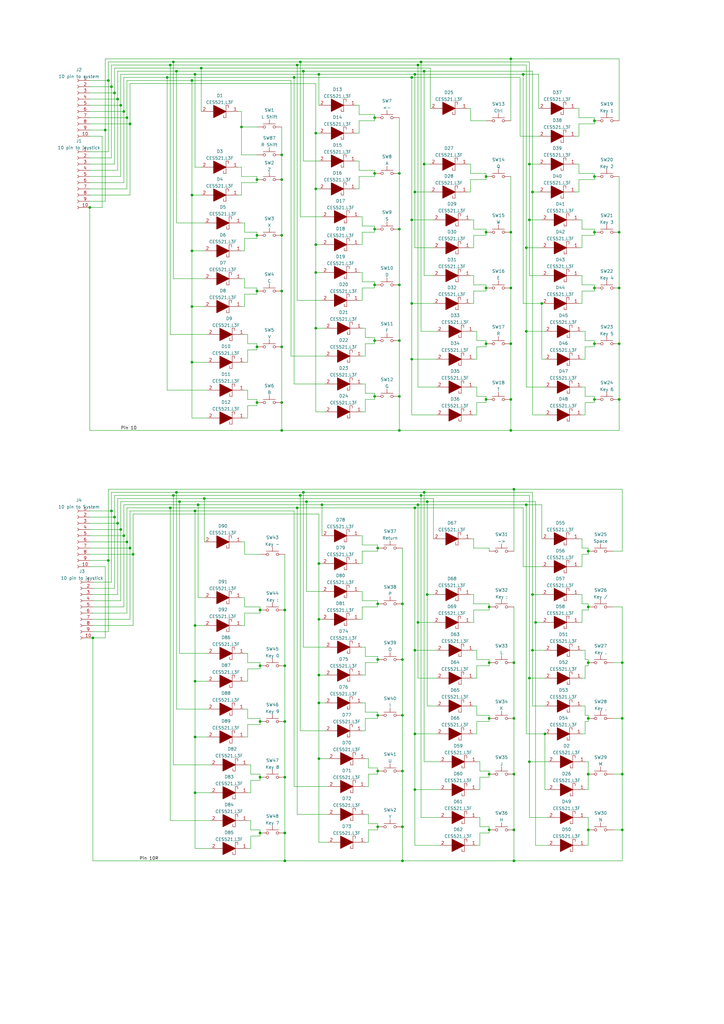
<source format=kicad_sch>
(kicad_sch (version 20211123) (generator eeschema)
  (paper "A3" portrait)
  (lib_symbols
    (symbol "Connector:Conn_01x10_Female" (pin_names (offset 1.016) hide)
      (property "Reference" "J" (at 0 12.7 0))
      (property "Value" "Conn_01x10_Female" (at 0 -15.24 0))
      (symbol "Conn_01x10_Female_1_1"
        (pin passive line (at -5.08 10.16 0) (length 3.81) (name "Pin_1") (number "1"))
        (pin passive line (at -5.08 -12.7 0) (length 3.81) (name "Pin_10") (number "10"))
        (pin passive line (at -5.08 7.62 0) (length 3.81) (name "Pin_2") (number "2"))
        (pin passive line (at -5.08 5.08 0) (length 3.81) (name "Pin_3") (number "3"))
        (pin passive line (at -5.08 2.54 0) (length 3.81) (name "Pin_4") (number "4"))
        (pin passive line (at -5.08 0 0) (length 3.81) (name "Pin_5") (number "5"))
        (pin passive line (at -5.08 -2.54 0) (length 3.81) (name "Pin_6") (number "6"))
        (pin passive line (at -5.08 -5.08 0) (length 3.81) (name "Pin_7") (number "7"))
        (pin passive line (at -5.08 -7.62 0) (length 3.81) (name "Pin_8") (number "8"))
        (pin passive line (at -5.08 -10.16 0) (length 3.81) (name "Pin_9") (number "9"))
      )
    )
    (symbol "SamaSys:CES521,L3F" (pin_names (offset 0.762))
      (property "Reference" "D" (at 12.7 8.89 0))
      (property "Value" "CES521,L3F" (at 12.7 6.35 0))
      (symbol "CES521,L3F_0_0"
        (pin passive line (at 2.54 0 0) (length 2.54) (name "~") (number "1"))
        (pin passive line (at 17.78 0 180) (length 2.54) (name "~") (number "2"))
      )
    )
    (symbol "Switch:SW_Push" (pin_numbers hide) (pin_names (offset 1.016) hide)
      (property "Reference" "SW" (at 1.27 2.54 0))
      (property "Value" "SW_Push" (at 0 -1.524 0))
      (symbol "SW_Push_0_1"
        (pin passive line (at -5.08 0 0) (length 2.54) (name "1") (number "1"))
        (pin passive line (at 5.08 0 180) (length 2.54) (name "2") (number "2"))
      )
    )
  )
  (junction (at 130.81 311.15))
  (junction (at 153.67 116.84))
  (junction (at 200.66 317.5))
  (junction (at 215.9 135.89))
  (junction (at 175.26 243.84))
  (junction (at 153.67 48.26))
  (junction (at 163.83 93.98))
  (junction (at 43.18 53.34))
  (junction (at 243.84 140.97))
  (junction (at 215.9 101.6))
  (junction (at 218.44 266.7))
  (junction (at 129.54 100.33))
  (junction (at 170.18 208.28))
  (junction (at 163.83 176.53))
  (junction (at 52.07 222.25))
  (junction (at 116.84 318.77))
  (junction (at 168.91 124.46))
  (junction (at 209.55 24.13))
  (junction (at 210.82 340.36))
  (junction (at 105.41 73.66))
  (junction (at 217.17 278.13))
  (junction (at 78.74 80.01))
  (junction (at 241.3 226.06))
  (junction (at 209.55 140.97))
  (junction (at 243.84 118.11))
  (junction (at 210.82 271.78))
  (junction (at 80.01 209.55))
  (junction (at 45.72 209.55))
  (junction (at 200.66 271.78))
  (junction (at 69.85 208.28))
  (junction (at 222.25 124.46))
  (junction (at 200.66 248.92))
  (junction (at 154.94 247.65))
  (junction (at 154.94 293.37))
  (junction (at 69.85 26.67))
  (junction (at 46.99 212.09))
  (junction (at 82.55 27.94))
  (junction (at 80.01 279.4))
  (junction (at 153.67 93.98))
  (junction (at 165.1 339.09))
  (junction (at 49.53 43.18))
  (junction (at 243.84 95.25))
  (junction (at 120.65 31.75))
  (junction (at 73.66 205.74))
  (junction (at 72.39 201.93))
  (junction (at 115.57 165.1))
  (junction (at 129.54 77.47))
  (junction (at 72.39 29.21))
  (junction (at 116.84 250.19))
  (junction (at 171.45 255.27))
  (junction (at 121.92 26.67))
  (junction (at 48.26 40.64))
  (junction (at 172.72 203.2))
  (junction (at 78.74 148.59))
  (junction (at 241.3 248.92))
  (junction (at 154.94 270.51))
  (junction (at 105.41 96.52))
  (junction (at 210.82 353.06))
  (junction (at 48.26 214.63))
  (junction (at 200.66 294.64))
  (junction (at 99.06 52.07))
  (junction (at 243.84 72.39))
  (junction (at 254 118.11))
  (junction (at 124.46 201.93))
  (junction (at 81.28 207.01))
  (junction (at 130.81 276.86))
  (junction (at 115.57 73.66))
  (junction (at 78.74 33.02))
  (junction (at 163.83 162.56))
  (junction (at 217.17 312.42))
  (junction (at 175.26 205.74))
  (junction (at 44.45 229.87))
  (junction (at 241.3 340.36))
  (junction (at 215.9 207.01))
  (junction (at 165.1 316.23))
  (junction (at 83.82 204.47))
  (junction (at 80.01 325.12))
  (junction (at 255.27 340.36))
  (junction (at 71.12 25.4))
  (junction (at 219.71 255.27))
  (junction (at 254 163.83))
  (junction (at 210.82 317.5))
  (junction (at 80.01 256.54))
  (junction (at 217.17 90.17))
  (junction (at 218.44 78.74))
  (junction (at 163.83 71.12))
  (junction (at 116.84 273.05))
  (junction (at 105.41 119.38))
  (junction (at 130.81 231.14))
  (junction (at 80.01 30.48))
  (junction (at 170.18 30.48))
  (junction (at 116.84 295.91))
  (junction (at 129.54 54.61))
  (junction (at 68.58 31.75))
  (junction (at 54.61 227.33))
  (junction (at 130.81 254))
  (junction (at 106.68 273.05))
  (junction (at 173.99 67.31))
  (junction (at 154.94 316.23))
  (junction (at 171.45 26.67))
  (junction (at 116.84 353.06))
  (junction (at 209.55 118.11))
  (junction (at 165.1 293.37))
  (junction (at 168.91 90.17))
  (junction (at 218.44 243.84))
  (junction (at 170.18 266.7))
  (junction (at 123.19 203.2))
  (junction (at 241.3 317.5))
  (junction (at 172.72 25.4))
  (junction (at 199.39 95.25))
  (junction (at 163.83 116.84))
  (junction (at 115.57 176.53))
  (junction (at 209.55 95.25))
  (junction (at 168.91 31.75))
  (junction (at 171.45 207.01))
  (junction (at 209.55 176.53))
  (junction (at 45.72 35.56))
  (junction (at 121.92 208.28))
  (junction (at 115.57 96.52))
  (junction (at 106.68 341.63))
  (junction (at 214.63 30.48))
  (junction (at 78.74 125.73))
  (junction (at 106.68 250.19))
  (junction (at 153.67 139.7))
  (junction (at 173.99 201.93))
  (junction (at 78.74 102.87))
  (junction (at 46.99 38.1))
  (junction (at 115.57 142.24))
  (junction (at 255.27 294.64))
  (junction (at 209.55 163.83))
  (junction (at 170.18 78.74))
  (junction (at 53.34 224.79))
  (junction (at 163.83 139.7))
  (junction (at 123.19 25.4))
  (junction (at 199.39 140.97))
  (junction (at 199.39 163.83))
  (junction (at 53.34 50.8))
  (junction (at 129.54 134.62))
  (junction (at 254 95.25))
  (junction (at 50.8 45.72))
  (junction (at 173.99 29.21))
  (junction (at 44.45 33.02))
  (junction (at 49.53 217.17))
  (junction (at 106.68 295.91))
  (junction (at 115.57 119.38))
  (junction (at 154.94 339.09))
  (junction (at 241.3 294.64))
  (junction (at 210.82 200.66))
  (junction (at 223.52 300.99))
  (junction (at 52.07 48.26))
  (junction (at 243.84 49.53))
  (junction (at 255.27 317.5))
  (junction (at 210.82 294.64))
  (junction (at 153.67 162.56))
  (junction (at 243.84 163.83))
  (junction (at 199.39 72.39))
  (junction (at 36.83 85.09))
  (junction (at 255.27 271.78))
  (junction (at 129.54 111.76))
  (junction (at 130.81 288.29))
  (junction (at 165.1 270.51))
  (junction (at 200.66 340.36))
  (junction (at 153.67 71.12))
  (junction (at 199.39 118.11))
  (junction (at 105.41 142.24))
  (junction (at 116.84 341.63))
  (junction (at 38.1 261.62))
  (junction (at 217.17 67.31))
  (junction (at 165.1 353.06))
  (junction (at 168.91 147.32))
  (junction (at 132.08 207.01))
  (junction (at 125.73 205.74))
  (junction (at 71.12 203.2))
  (junction (at 124.46 29.21))
  (junction (at 241.3 271.78))
  (junction (at 170.18 300.99))
  (junction (at 154.94 224.79))
  (junction (at 50.8 219.71))
  (junction (at 170.18 323.85))
  (junction (at 105.41 165.1))
  (junction (at 106.68 318.77))
  (junction (at 80.01 302.26))
  (junction (at 254 140.97))
  (junction (at 115.57 63.5))
  (junction (at 165.1 247.65))
  (junction (at 130.81 30.48))
  (wire (pts (xy 130.81 210.82) (xy 130.81 231.14)))
  (wire (pts (xy 101.6 166.37) (xy 105.41 166.37)))
  (wire (pts (xy 218.44 266.7) (xy 223.52 266.7)))
  (wire (pts (xy 48.26 243.84) (xy 48.26 214.63)))
  (wire (pts (xy 165.1 316.23) (xy 165.1 339.09)))
  (wire (pts (xy 173.99 201.93) (xy 218.44 201.93)))
  (wire (pts (xy 173.99 67.31) (xy 173.99 29.21)))
  (wire (pts (xy 238.76 278.13) (xy 240.03 278.13)))
  (wire (pts (xy 200.66 317.5) (xy 200.66 318.77)))
  (wire (pts (xy 99.06 245.11) (xy 100.33 245.11)))
  (wire (pts (xy 255.27 271.78) (xy 251.46 271.78)))
  (wire (pts (xy 48.26 40.64) (xy 48.26 29.21)))
  (wire (pts (xy 123.19 25.4) (xy 172.72 25.4)))
  (wire (pts (xy 45.72 26.67) (xy 69.85 26.67)))
  (wire (pts (xy 100.33 302.26) (xy 101.6 302.26)))
  (wire (pts (xy 209.55 176.53) (xy 254 176.53)))
  (wire (pts (xy 165.1 270.51) (xy 165.1 293.37)))
  (wire (pts (xy 154.94 293.37) (xy 154.94 294.64)))
  (wire (pts (xy 255.27 340.36) (xy 251.46 340.36)))
  (wire (pts (xy 195.58 165.1) (xy 199.39 165.1)))
  (wire (pts (xy 199.39 95.25) (xy 199.39 96.52)))
  (wire (pts (xy 240.03 170.18) (xy 240.03 165.1)))
  (wire (pts (xy 176.53 27.94) (xy 176.53 44.45)))
  (wire (pts (xy 163.83 48.26) (xy 163.83 71.12)))
  (wire (pts (xy 217.17 278.13) (xy 217.17 312.42)))
  (wire (pts (xy 36.83 53.34) (xy 43.18 53.34)))
  (wire (pts (xy 149.86 140.97) (xy 153.67 140.97)))
  (wire (pts (xy 243.84 163.83) (xy 243.84 165.1)))
  (wire (pts (xy 72.39 91.44) (xy 72.39 29.21)))
  (wire (pts (xy 237.49 90.17) (xy 238.76 90.17)))
  (wire (pts (xy 151.13 340.36) (xy 154.94 340.36)))
  (wire (pts (xy 238.76 124.46) (xy 238.76 119.38)))
  (wire (pts (xy 236.22 44.45) (xy 237.49 44.45)))
  (wire (pts (xy 179.07 135.89) (xy 172.72 135.89)))
  (wire (pts (xy 196.85 318.77) (xy 200.66 318.77)))
  (wire (pts (xy 240.03 162.56) (xy 243.84 162.56)))
  (wire (pts (xy 179.07 289.56) (xy 175.26 289.56)))
  (wire (pts (xy 101.6 325.12) (xy 102.87 325.12)))
  (wire (pts (xy 217.17 113.03) (xy 217.17 90.17)))
  (wire (pts (xy 195.58 158.75) (xy 195.58 162.56)))
  (wire (pts (xy 36.83 212.09) (xy 46.99 212.09)))
  (wire (pts (xy 36.83 48.26) (xy 52.07 48.26)))
  (wire (pts (xy 148.59 100.33) (xy 148.59 95.25)))
  (wire (pts (xy 129.54 77.47) (xy 130.81 77.47)))
  (wire (pts (xy 240.03 312.42) (xy 241.3 312.42)))
  (wire (pts (xy 243.84 116.84) (xy 243.84 118.11)))
  (wire (pts (xy 243.84 93.98) (xy 243.84 95.25)))
  (wire (pts (xy 106.68 340.36) (xy 106.68 341.63)))
  (wire (pts (xy 213.36 31.75) (xy 213.36 55.88)))
  (wire (pts (xy 154.94 292.1) (xy 154.94 293.37)))
  (wire (pts (xy 241.3 224.79) (xy 241.3 226.06)))
  (wire (pts (xy 36.83 74.93) (xy 50.8 74.93)))
  (wire (pts (xy 210.82 200.66) (xy 255.27 200.66)))
  (wire (pts (xy 223.52 289.56) (xy 218.44 289.56)))
  (wire (pts (xy 168.91 124.46) (xy 168.91 147.32)))
  (wire (pts (xy 36.83 35.56) (xy 45.72 35.56)))
  (wire (pts (xy 209.55 95.25) (xy 209.55 118.11)))
  (wire (pts (xy 71.12 313.69) (xy 71.12 203.2)))
  (wire (pts (xy 200.66 294.64) (xy 200.66 293.37)))
  (wire (pts (xy 115.57 73.66) (xy 115.57 96.52)))
  (wire (pts (xy 200.66 247.65) (xy 200.66 248.92)))
  (wire (pts (xy 36.83 219.71) (xy 50.8 219.71)))
  (wire (pts (xy 71.12 114.3) (xy 71.12 25.4)))
  (wire (pts (xy 214.63 232.41) (xy 222.25 232.41)))
  (wire (pts (xy 199.39 140.97) (xy 199.39 142.24)))
  (wire (pts (xy 236.22 67.31) (xy 237.49 67.31)))
  (wire (pts (xy 153.67 92.71) (xy 153.67 93.98)))
  (wire (pts (xy 222.25 124.46) (xy 214.63 124.46)))
  (wire (pts (xy 222.25 113.03) (xy 217.17 113.03)))
  (wire (pts (xy 147.32 88.9) (xy 148.59 88.9)))
  (wire (pts (xy 215.9 135.89) (xy 223.52 135.89)))
  (wire (pts (xy 165.1 339.09) (xy 165.1 353.06)))
  (wire (pts (xy 148.59 276.86) (xy 149.86 276.86)))
  (wire (pts (xy 100.33 95.25) (xy 105.41 95.25)))
  (wire (pts (xy 194.31 90.17) (xy 194.31 93.98)))
  (wire (pts (xy 179.07 147.32) (xy 168.91 147.32)))
  (wire (pts (xy 97.79 80.01) (xy 99.06 80.01)))
  (wire (pts (xy 129.54 168.91) (xy 133.35 168.91)))
  (wire (pts (xy 100.33 97.79) (xy 105.41 97.79)))
  (wire (pts (xy 100.33 267.97) (xy 101.6 267.97)))
  (wire (pts (xy 195.58 162.56) (xy 199.39 162.56)))
  (wire (pts (xy 43.18 261.62) (xy 38.1 261.62)))
  (wire (pts (xy 105.41 119.38) (xy 105.41 120.65)))
  (wire (pts (xy 129.54 54.61) (xy 130.81 54.61)))
  (wire (pts (xy 101.6 271.78) (xy 106.68 271.78)))
  (wire (pts (xy 254 24.13) (xy 254 49.53)))
  (wire (pts (xy 101.6 160.02) (xy 101.6 163.83)))
  (wire (pts (xy 237.49 48.26) (xy 243.84 48.26)))
  (wire (pts (xy 130.81 311.15) (xy 130.81 345.44)))
  (wire (pts (xy 102.87 325.12) (xy 102.87 320.04)))
  (wire (pts (xy 238.76 147.32) (xy 240.03 147.32)))
  (wire (pts (xy 46.99 38.1) (xy 46.99 27.94)))
  (wire (pts (xy 106.68 317.5) (xy 106.68 318.77)))
  (wire (pts (xy 243.84 49.53) (xy 243.84 50.8)))
  (wire (pts (xy 218.44 201.93) (xy 218.44 243.84)))
  (wire (pts (xy 180.34 346.71) (xy 170.18 346.71)))
  (wire (pts (xy 177.8 101.6) (xy 170.18 101.6)))
  (wire (pts (xy 218.44 78.74) (xy 218.44 170.18)))
  (wire (pts (xy 71.12 203.2) (xy 123.19 203.2)))
  (wire (pts (xy 101.6 297.18) (xy 106.68 297.18)))
  (wire (pts (xy 48.26 29.21) (xy 72.39 29.21)))
  (wire (pts (xy 129.54 134.62) (xy 129.54 168.91)))
  (wire (pts (xy 163.83 176.53) (xy 209.55 176.53)))
  (wire (pts (xy 120.65 209.55) (xy 120.65 322.58)))
  (wire (pts (xy 48.26 69.85) (xy 48.26 40.64)))
  (wire (pts (xy 38.1 353.06) (xy 116.84 353.06)))
  (wire (pts (xy 170.18 30.48) (xy 214.63 30.48)))
  (wire (pts (xy 180.34 312.42) (xy 173.99 312.42)))
  (wire (pts (xy 241.3 312.42) (xy 241.3 317.5)))
  (wire (pts (xy 168.91 170.18) (xy 168.91 147.32)))
  (wire (pts (xy 153.67 69.85) (xy 153.67 71.12)))
  (wire (pts (xy 171.45 26.67) (xy 215.9 26.67)))
  (wire (pts (xy 238.76 224.79) (xy 241.3 224.79)))
  (wire (pts (xy 168.91 31.75) (xy 213.36 31.75)))
  (wire (pts (xy 80.01 68.58) (xy 80.01 30.48)))
  (wire (pts (xy 46.99 67.31) (xy 46.99 38.1)))
  (wire (pts (xy 36.83 209.55) (xy 45.72 209.55)))
  (wire (pts (xy 176.53 67.31) (xy 173.99 67.31)))
  (wire (pts (xy 238.76 247.65) (xy 241.3 247.65)))
  (wire (pts (xy 209.55 163.83) (xy 209.55 176.53)))
  (wire (pts (xy 219.71 346.71) (xy 224.79 346.71)))
  (wire (pts (xy 101.6 336.55) (xy 102.87 336.55)))
  (wire (pts (xy 45.72 209.55) (xy 45.72 201.93)))
  (wire (pts (xy 69.85 137.16) (xy 69.85 26.67)))
  (wire (pts (xy 255.27 294.64) (xy 255.27 317.5)))
  (wire (pts (xy 80.01 302.26) (xy 80.01 325.12)))
  (wire (pts (xy 129.54 100.33) (xy 132.08 100.33)))
  (wire (pts (xy 148.59 146.05) (xy 149.86 146.05)))
  (wire (pts (xy 196.85 341.63) (xy 200.66 341.63)))
  (wire (pts (xy 243.84 162.56) (xy 243.84 163.83)))
  (wire (pts (xy 238.76 220.98) (xy 238.76 224.79)))
  (wire (pts (xy 130.81 288.29) (xy 130.81 311.15)))
  (wire (pts (xy 217.17 203.2) (xy 217.17 278.13)))
  (wire (pts (xy 147.32 231.14) (xy 148.59 231.14)))
  (wire (pts (xy 119.38 146.05) (xy 133.35 146.05)))
  (wire (pts (xy 83.82 245.11) (xy 81.28 245.11)))
  (wire (pts (xy 173.99 113.03) (xy 173.99 67.31)))
  (wire (pts (xy 124.46 66.04) (xy 124.46 29.21)))
  (wire (pts (xy 200.66 248.92) (xy 200.66 250.19)))
  (wire (pts (xy 147.32 242.57) (xy 148.59 242.57)))
  (wire (pts (xy 129.54 54.61) (xy 129.54 77.47)))
  (wire (pts (xy 199.39 118.11) (xy 199.39 119.38)))
  (wire (pts (xy 119.38 33.02) (xy 119.38 146.05)))
  (wire (pts (xy 218.44 29.21) (xy 218.44 78.74)))
  (wire (pts (xy 177.8 124.46) (xy 168.91 124.46)))
  (wire (pts (xy 80.01 279.4) (xy 80.01 302.26)))
  (wire (pts (xy 132.08 207.01) (xy 132.08 219.71)))
  (wire (pts (xy 125.73 205.74) (xy 175.26 205.74)))
  (wire (pts (xy 151.13 311.15) (xy 151.13 314.96)))
  (wire (pts (xy 48.26 204.47) (xy 83.82 204.47)))
  (wire (pts (xy 53.34 209.55) (xy 80.01 209.55)))
  (wire (pts (xy 243.84 139.7) (xy 243.84 140.97)))
  (wire (pts (xy 176.53 78.74) (xy 170.18 78.74)))
  (wire (pts (xy 148.59 92.71) (xy 153.67 92.71)))
  (wire (pts (xy 121.92 208.28) (xy 170.18 208.28)))
  (wire (pts (xy 36.83 40.64) (xy 48.26 40.64)))
  (wire (pts (xy 99.06 80.01) (xy 99.06 74.93)))
  (wire (pts (xy 36.83 72.39) (xy 49.53 72.39)))
  (wire (pts (xy 194.31 96.52) (xy 199.39 96.52)))
  (wire (pts (xy 255.27 340.36) (xy 255.27 353.06)))
  (wire (pts (xy 148.59 88.9) (xy 148.59 92.71)))
  (wire (pts (xy 173.99 29.21) (xy 218.44 29.21)))
  (wire (pts (xy 82.55 68.58) (xy 80.01 68.58)))
  (wire (pts (xy 50.8 248.92) (xy 50.8 219.71)))
  (wire (pts (xy 153.67 49.53) (xy 147.32 49.53)))
  (wire (pts (xy 101.6 143.51) (xy 105.41 143.51)))
  (wire (pts (xy 153.67 115.57) (xy 153.67 116.84)))
  (wire (pts (xy 147.32 69.85) (xy 153.67 69.85)))
  (wire (pts (xy 53.34 34.29) (xy 129.54 34.29)))
  (wire (pts (xy 149.86 265.43) (xy 149.86 269.24)))
  (wire (pts (xy 80.01 302.26) (xy 85.09 302.26)))
  (wire (pts (xy 100.33 102.87) (xy 100.33 97.79)))
  (wire (pts (xy 149.86 157.48) (xy 149.86 161.29)))
  (wire (pts (xy 147.32 54.61) (xy 147.32 49.53)))
  (wire (pts (xy 120.65 157.48) (xy 120.65 31.75)))
  (wire (pts (xy 195.58 346.71) (xy 196.85 346.71)))
  (wire (pts (xy 116.84 273.05) (xy 116.84 295.91)))
  (wire (pts (xy 163.83 71.12) (xy 163.83 93.98)))
  (wire (pts (xy 194.31 119.38) (xy 199.39 119.38)))
  (wire (pts (xy 132.08 242.57) (xy 125.73 242.57)))
  (wire (pts (xy 238.76 266.7) (xy 240.03 266.7)))
  (wire (pts (xy 100.33 137.16) (xy 101.6 137.16)))
  (wire (pts (xy 154.94 270.51) (xy 154.94 271.78)))
  (wire (pts (xy 80.01 256.54) (xy 80.01 279.4)))
  (wire (pts (xy 196.85 339.09) (xy 200.66 339.09)))
  (wire (pts (xy 243.84 118.11) (xy 243.84 119.38)))
  (wire (pts (xy 195.58 142.24) (xy 199.39 142.24)))
  (wire (pts (xy 154.94 223.52) (xy 154.94 224.79)))
  (wire (pts (xy 100.33 245.11) (xy 100.33 248.92)))
  (wire (pts (xy 97.79 45.72) (xy 99.06 45.72)))
  (wire (pts (xy 199.39 162.56) (xy 199.39 163.83)))
  (wire (pts (xy 154.94 269.24) (xy 154.94 270.51)))
  (wire (pts (xy 38.1 254) (xy 53.34 254)))
  (wire (pts (xy 36.83 176.53) (xy 115.57 176.53)))
  (wire (pts (xy 130.81 311.15) (xy 134.62 311.15)))
  (wire (pts (xy 101.6 274.32) (xy 106.68 274.32)))
  (wire (pts (xy 100.33 125.73) (xy 100.33 120.65)))
  (wire (pts (xy 100.33 248.92) (xy 106.68 248.92)))
  (wire (pts (xy 102.87 342.9) (xy 106.68 342.9)))
  (wire (pts (xy 199.39 163.83) (xy 199.39 165.1)))
  (wire (pts (xy 193.04 49.53) (xy 199.39 49.53)))
  (wire (pts (xy 193.04 113.03) (xy 194.31 113.03)))
  (wire (pts (xy 36.83 50.8) (xy 53.34 50.8)))
  (wire (pts (xy 36.83 45.72) (xy 50.8 45.72)))
  (wire (pts (xy 172.72 135.89) (xy 172.72 25.4)))
  (wire (pts (xy 254 163.83) (xy 254 176.53)))
  (wire (pts (xy 243.84 72.39) (xy 243.84 73.66)))
  (wire (pts (xy 36.83 227.33) (xy 54.61 227.33)))
  (wire (pts (xy 172.72 335.28) (xy 172.72 203.2)))
  (wire (pts (xy 106.68 295.91) (xy 106.68 297.18)))
  (wire (pts (xy 238.76 232.41) (xy 238.76 227.33)))
  (wire (pts (xy 149.86 163.83) (xy 153.67 163.83)))
  (wire (pts (xy 154.94 224.79) (xy 154.94 226.06)))
  (wire (pts (xy 45.72 238.76) (xy 45.72 209.55)))
  (wire (pts (xy 68.58 160.02) (xy 68.58 31.75)))
  (wire (pts (xy 195.58 147.32) (xy 195.58 142.24)))
  (wire (pts (xy 123.19 203.2) (xy 172.72 203.2)))
  (wire (pts (xy 237.49 50.8) (xy 243.84 50.8)))
  (wire (pts (xy 44.45 259.08) (xy 44.45 229.87)))
  (wire (pts (xy 240.03 278.13) (xy 240.03 273.05)))
  (wire (pts (xy 171.45 207.01) (xy 171.45 255.27)))
  (wire (pts (xy 196.85 316.23) (xy 200.66 316.23)))
  (wire (pts (xy 78.74 125.73) (xy 78.74 148.59)))
  (wire (pts (xy 217.17 25.4) (xy 217.17 67.31)))
  (wire (pts (xy 132.08 207.01) (xy 171.45 207.01)))
  (wire (pts (xy 165.1 293.37) (xy 165.1 316.23)))
  (wire (pts (xy 193.04 255.27) (xy 194.31 255.27)))
  (wire (pts (xy 195.58 266.7) (xy 195.58 270.51)))
  (wire (pts (xy 240.03 323.85) (xy 241.3 323.85)))
  (wire (pts (xy 49.53 43.18) (xy 49.53 30.48)))
  (wire (pts (xy 210.82 294.64) (xy 210.82 317.5)))
  (wire (pts (xy 149.86 276.86) (xy 149.86 271.78)))
  (wire (pts (xy 101.6 163.83) (xy 105.41 163.83)))
  (wire (pts (xy 148.59 299.72) (xy 149.86 299.72)))
  (wire (pts (xy 147.32 219.71) (xy 148.59 219.71)))
  (wire (pts (xy 78.74 33.02) (xy 119.38 33.02)))
  (wire (pts (xy 36.83 80.01) (xy 53.34 80.01)))
  (wire (pts (xy 46.99 212.09) (xy 46.99 203.2)))
  (wire (pts (xy 153.67 46.99) (xy 153.67 48.26)))
  (wire (pts (xy 120.65 31.75) (xy 168.91 31.75)))
  (wire (pts (xy 194.31 170.18) (xy 195.58 170.18)))
  (wire (pts (xy 148.59 231.14) (xy 148.59 226.06)))
  (wire (pts (xy 125.73 242.57) (xy 125.73 205.74)))
  (wire (pts (xy 210.82 248.92) (xy 210.82 271.78)))
  (wire (pts (xy 241.3 340.36) (xy 241.3 346.71)))
  (wire (pts (xy 195.58 170.18) (xy 195.58 165.1)))
  (wire (pts (xy 78.74 125.73) (xy 83.82 125.73)))
  (wire (pts (xy 54.61 256.54) (xy 54.61 227.33)))
  (wire (pts (xy 222.25 207.01) (xy 222.25 220.98)))
  (wire (pts (xy 52.07 33.02) (xy 78.74 33.02)))
  (wire (pts (xy 191.77 78.74) (xy 193.04 78.74)))
  (wire (pts (xy 148.59 226.06) (xy 154.94 226.06)))
  (wire (pts (xy 81.28 207.01) (xy 132.08 207.01)))
  (wire (pts (xy 210.82 317.5) (xy 210.82 340.36)))
  (wire (pts (xy 101.6 137.16) (xy 101.6 140.97)))
  (wire (pts (xy 194.31 116.84) (xy 199.39 116.84)))
  (wire (pts (xy 218.44 289.56) (xy 218.44 266.7)))
  (wire (pts (xy 148.59 168.91) (xy 149.86 168.91)))
  (wire (pts (xy 170.18 266.7) (xy 170.18 208.28)))
  (wire (pts (xy 36.83 69.85) (xy 48.26 69.85)))
  (wire (pts (xy 241.3 294.64) (xy 241.3 295.91)))
  (wire (pts (xy 241.3 293.37) (xy 241.3 294.64)))
  (wire (pts (xy 102.87 317.5) (xy 106.68 317.5)))
  (wire (pts (xy 240.03 270.51) (xy 241.3 270.51)))
  (wire (pts (xy 149.86 288.29) (xy 149.86 292.1)))
  (wire (pts (xy 36.83 33.02) (xy 44.45 33.02)))
  (wire (pts (xy 240.03 335.28) (xy 241.3 335.28)))
  (wire (pts (xy 120.65 322.58) (xy 134.62 322.58)))
  (wire (pts (xy 255.27 248.92) (xy 251.46 248.92)))
  (wire (pts (xy 153.67 71.12) (xy 153.67 72.39)))
  (wire (pts (xy 147.32 77.47) (xy 147.32 72.39)))
  (wire (pts (xy 102.87 347.98) (xy 102.87 342.9)))
  (wire (pts (xy 80.01 209.55) (xy 120.65 209.55)))
  (wire (pts (xy 179.07 170.18) (xy 168.91 170.18)))
  (wire (pts (xy 194.31 266.7) (xy 195.58 266.7)))
  (wire (pts (xy 237.49 232.41) (xy 238.76 232.41)))
  (wire (pts (xy 101.6 267.97) (xy 101.6 271.78)))
  (wire (pts (xy 149.86 334.01) (xy 151.13 334.01)))
  (wire (pts (xy 100.33 160.02) (xy 101.6 160.02)))
  (wire (pts (xy 154.94 247.65) (xy 154.94 248.92)))
  (wire (pts (xy 240.03 142.24) (xy 243.84 142.24)))
  (wire (pts (xy 130.81 30.48) (xy 130.81 43.18)))
  (wire (pts (xy 105.41 165.1) (xy 105.41 163.83)))
  (wire (pts (xy 210.82 353.06) (xy 255.27 353.06)))
  (wire (pts (xy 85.09 160.02) (xy 68.58 160.02)))
  (wire (pts (xy 194.31 255.27) (xy 194.31 250.19)))
  (wire (pts (xy 209.55 72.39) (xy 209.55 95.25)))
  (wire (pts (xy 116.84 341.63) (xy 116.84 353.06)))
  (wire (pts (xy 49.53 246.38) (xy 49.53 217.17)))
  (wire (pts (xy 100.33 279.4) (xy 101.6 279.4)))
  (wire (pts (xy 73.66 205.74) (xy 125.73 205.74)))
  (wire (pts (xy 38.1 241.3) (xy 46.99 241.3)))
  (wire (pts (xy 223.52 158.75) (xy 215.9 158.75)))
  (wire (pts (xy 53.34 224.79) (xy 53.34 209.55)))
  (wire (pts (xy 38.1 259.08) (xy 44.45 259.08)))
  (wire (pts (xy 78.74 148.59) (xy 85.09 148.59)))
  (wire (pts (xy 241.3 248.92) (xy 241.3 250.19)))
  (wire (pts (xy 43.18 232.41) (xy 43.18 261.62)))
  (wire (pts (xy 223.52 300.99) (xy 215.9 300.99)))
  (wire (pts (xy 195.58 278.13) (xy 195.58 273.05)))
  (wire (pts (xy 100.33 114.3) (xy 100.33 118.11)))
  (wire (pts (xy 149.86 146.05) (xy 149.86 140.97)))
  (wire (pts (xy 195.58 270.51) (xy 200.66 270.51)))
  (wire (pts (xy 45.72 201.93) (xy 72.39 201.93)))
  (wire (pts (xy 105.41 119.38) (xy 105.41 118.11)))
  (wire (pts (xy 124.46 265.43) (xy 124.46 201.93)))
  (wire (pts (xy 105.41 96.52) (xy 105.41 95.25)))
  (wire (pts (xy 240.03 346.71) (xy 241.3 346.71)))
  (wire (pts (xy 81.28 245.11) (xy 81.28 207.01)))
  (wire (pts (xy 48.26 214.63) (xy 48.26 204.47)))
  (wire (pts (xy 72.39 29.21) (xy 124.46 29.21)))
  (wire (pts (xy 215.9 101.6) (xy 215.9 135.89)))
  (wire (pts (xy 153.67 162.56) (xy 153.67 163.83)))
  (wire (pts (xy 196.85 323.85) (xy 196.85 318.77)))
  (wire (pts (xy 241.3 273.05) (xy 240.03 273.05)))
  (wire (pts (xy 240.03 266.7) (xy 240.03 270.51)))
  (wire (pts (xy 163.83 162.56) (xy 163.83 176.53)))
  (wire (pts (xy 177.8 204.47) (xy 177.8 220.98)))
  (wire (pts (xy 36.83 43.18) (xy 49.53 43.18)))
  (wire (pts (xy 147.32 46.99) (xy 153.67 46.99)))
  (wire (pts (xy 45.72 64.77) (xy 45.72 35.56)))
  (wire (pts (xy 238.76 255.27) (xy 238.76 250.19)))
  (wire (pts (xy 101.6 171.45) (xy 101.6 166.37)))
  (wire (pts (xy 41.91 85.09) (xy 36.83 85.09)))
  (wire (pts (xy 173.99 312.42) (xy 173.99 201.93)))
  (wire (pts (xy 36.83 67.31) (xy 46.99 67.31)))
  (wire (pts (xy 170.18 346.71) (xy 170.18 323.85)))
  (wire (pts (xy 106.68 273.05) (xy 106.68 274.32)))
  (wire (pts (xy 148.59 248.92) (xy 154.94 248.92)))
  (wire (pts (xy 238.76 158.75) (xy 240.03 158.75)))
  (wire (pts (xy 218.44 78.74) (xy 220.98 78.74)))
  (wire (pts (xy 238.76 119.38) (xy 243.84 119.38)))
  (wire (pts (xy 36.83 232.41) (xy 43.18 232.41)))
  (wire (pts (xy 100.33 148.59) (xy 101.6 148.59)))
  (wire (pts (xy 241.3 271.78) (xy 241.3 273.05)))
  (wire (pts (xy 44.45 25.4) (xy 71.12 25.4)))
  (wire (pts (xy 49.53 217.17) (xy 49.53 205.74)))
  (wire (pts (xy 101.6 302.26) (xy 101.6 297.18)))
  (wire (pts (xy 129.54 134.62) (xy 133.35 134.62)))
  (wire (pts (xy 133.35 157.48) (xy 120.65 157.48)))
  (wire (pts (xy 129.54 34.29) (xy 129.54 54.61)))
  (wire (pts (xy 195.58 300.99) (xy 195.58 295.91)))
  (wire (pts (xy 210.82 271.78) (xy 210.82 294.64)))
  (wire (pts (xy 99.06 74.93) (xy 105.41 74.93)))
  (wire (pts (xy 99.06 114.3) (xy 100.33 114.3)))
  (wire (pts (xy 195.58 335.28) (xy 196.85 335.28)))
  (wire (pts (xy 148.59 288.29) (xy 149.86 288.29)))
  (wire (pts (xy 105.41 73.66) (xy 105.41 72.39)))
  (wire (pts (xy 165.1 247.65) (xy 165.1 270.51)))
  (wire (pts (xy 133.35 299.72) (xy 123.19 299.72)))
  (wire (pts (xy 223.52 147.32) (xy 222.25 147.32)))
  (wire (pts (xy 217.17 90.17) (xy 217.17 67.31)))
  (wire (pts (xy 72.39 201.93) (xy 124.46 201.93)))
  (wire (pts (xy 237.49 255.27) (xy 238.76 255.27)))
  (wire (pts (xy 194.31 101.6) (xy 194.31 96.52)))
  (wire (pts (xy 238.76 300.99) (xy 240.03 300.99)))
  (wire (pts (xy 50.8 207.01) (xy 81.28 207.01)))
  (wire (pts (xy 168.91 90.17) (xy 168.91 124.46)))
  (wire (pts (xy 53.34 80.01) (xy 53.34 50.8)))
  (wire (pts (xy 72.39 290.83) (xy 72.39 201.93)))
  (wire (pts (xy 105.41 63.5) (xy 99.06 63.5)))
  (wire (pts (xy 255.27 317.5) (xy 255.27 340.36)))
  (wire (pts (xy 254 140.97) (xy 254 163.83)))
  (wire (pts (xy 68.58 31.75) (xy 120.65 31.75)))
  (wire (pts (xy 195.58 323.85) (xy 196.85 323.85)))
  (wire (pts (xy 149.86 311.15) (xy 151.13 311.15)))
  (wire (pts (xy 82.55 27.94) (xy 176.53 27.94)))
  (wire (pts (xy 177.8 90.17) (xy 168.91 90.17)))
  (wire (pts (xy 238.76 101.6) (xy 238.76 96.52)))
  (wire (pts (xy 238.76 113.03) (xy 238.76 116.84)))
  (wire (pts (xy 36.83 82.55) (xy 43.18 82.55)))
  (wire (pts (xy 154.94 339.09) (xy 154.94 340.36)))
  (wire (pts (xy 241.3 335.28) (xy 241.3 340.36)))
  (wire (pts (xy 146.05 54.61) (xy 147.32 54.61)))
  (wire (pts (xy 148.59 95.25) (xy 153.67 95.25)))
  (wire (pts (xy 170.18 208.28) (xy 214.63 208.28)))
  (wire (pts (xy 222.25 147.32) (xy 222.25 124.46)))
  (wire (pts (xy 193.04 78.74) (xy 193.04 73.66)))
  (wire (pts (xy 194.31 147.32) (xy 195.58 147.32)))
  (wire (pts (xy 99.06 91.44) (xy 100.33 91.44)))
  (wire (pts (xy 237.49 71.12) (xy 243.84 71.12)))
  (wire (pts (xy 106.68 248.92) (xy 106.68 250.19)))
  (wire (pts (xy 210.82 200.66) (xy 210.82 226.06)))
  (wire (pts (xy 100.33 227.33) (xy 106.68 227.33)))
  (wire (pts (xy 153.67 138.43) (xy 153.67 139.7)))
  (wire (pts (xy 116.84 295.91) (xy 116.84 318.77)))
  (wire (pts (xy 38.1 353.06) (xy 38.1 261.62)))
  (wire (pts (xy 36.83 217.17) (xy 49.53 217.17)))
  (wire (pts (xy 165.1 224.79) (xy 165.1 247.65)))
  (wire (pts (xy 38.1 238.76) (xy 45.72 238.76)))
  (wire (pts (xy 99.06 102.87) (xy 100.33 102.87)))
  (wire (pts (xy 99.06 63.5) (xy 99.06 52.07)))
  (wire (pts (xy 100.33 171.45) (xy 101.6 171.45)))
  (wire (pts (xy 238.76 243.84) (xy 238.76 247.65)))
  (wire (pts (xy 215.9 135.89) (xy 215.9 158.75)))
  (wire (pts (xy 237.49 243.84) (xy 238.76 243.84)))
  (wire (pts (xy 153.67 161.29) (xy 153.67 162.56)))
  (wire (pts (xy 243.84 71.12) (xy 243.84 72.39)))
  (wire (pts (xy 83.82 204.47) (xy 177.8 204.47)))
  (wire (pts (xy 214.63 124.46) (xy 214.63 30.48)))
  (wire (pts (xy 151.13 345.44) (xy 151.13 340.36)))
  (wire (pts (xy 217.17 67.31) (xy 220.98 67.31)))
  (wire (pts (xy 69.85 336.55) (xy 69.85 208.28)))
  (wire (pts (xy 115.57 176.53) (xy 163.83 176.53)))
  (wire (pts (xy 238.76 96.52) (xy 243.84 96.52)))
  (wire (pts (xy 237.49 67.31) (xy 237.49 71.12)))
  (wire (pts (xy 195.58 139.7) (xy 199.39 139.7)))
  (wire (pts (xy 116.84 250.19) (xy 116.84 273.05)))
  (wire (pts (xy 193.04 101.6) (xy 194.31 101.6)))
  (wire (pts (xy 43.18 82.55) (xy 43.18 53.34)))
  (wire (pts (xy 44.45 200.66) (xy 210.82 200.66)))
  (wire (pts (xy 99.06 72.39) (xy 105.41 72.39)))
  (wire (pts (xy 50.8 219.71) (xy 50.8 207.01)))
  (wire (pts (xy 255.27 317.5) (xy 251.46 317.5)))
  (wire (pts (xy 78.74 102.87) (xy 83.82 102.87)))
  (wire (pts (xy 99.06 68.58) (xy 99.06 72.39)))
  (wire (pts (xy 130.81 66.04) (xy 124.46 66.04)))
  (wire (pts (xy 177.8 243.84) (xy 175.26 243.84)))
  (wire (pts (xy 129.54 100.33) (xy 129.54 111.76)))
  (wire (pts (xy 78.74 80.01) (xy 82.55 80.01)))
  (wire (pts (xy 147.32 254) (xy 148.59 254)))
  (wire (pts (xy 179.07 278.13) (xy 171.45 278.13)))
  (wire (pts (xy 149.86 168.91) (xy 149.86 163.83)))
  (wire (pts (xy 148.59 223.52) (xy 154.94 223.52)))
  (wire (pts (xy 45.72 35.56) (xy 45.72 26.67)))
  (wire (pts (xy 149.86 322.58) (xy 151.13 322.58)))
  (wire (pts (xy 199.39 139.7) (xy 199.39 140.97)))
  (wire (pts (xy 237.49 113.03) (xy 238.76 113.03)))
  (wire (pts (xy 36.83 224.79) (xy 53.34 224.79)))
  (wire (pts (xy 85.09 137.16) (xy 69.85 137.16)))
  (wire (pts (xy 238.76 170.18) (xy 240.03 170.18)))
  (wire (pts (xy 130.81 288.29) (xy 133.35 288.29)))
  (wire (pts (xy 223.52 323.85) (xy 223.52 300.99)))
  (wire (pts (xy 209.55 140.97) (xy 209.55 163.83)))
  (wire (pts (xy 54.61 210.82) (xy 130.81 210.82)))
  (wire (pts (xy 148.59 242.57) (xy 148.59 246.38)))
  (wire (pts (xy 193.04 71.12) (xy 199.39 71.12)))
  (wire (pts (xy 105.41 142.24) (xy 105.41 143.51)))
  (wire (pts (xy 214.63 208.28) (xy 214.63 232.41)))
  (wire (pts (xy 102.87 320.04) (xy 106.68 320.04)))
  (wire (pts (xy 191.77 44.45) (xy 193.04 44.45)))
  (wire (pts (xy 236.22 55.88) (xy 237.49 55.88)))
  (wire (pts (xy 116.84 318.77) (xy 116.84 341.63)))
  (wire (pts (xy 44.45 33.02) (xy 44.45 25.4)))
  (wire (pts (xy 215.9 207.01) (xy 222.25 207.01)))
  (wire (pts (xy 179.07 266.7) (xy 170.18 266.7)))
  (wire (pts (xy 218.44 243.84) (xy 222.25 243.84)))
  (wire (pts (xy 213.36 55.88) (xy 220.98 55.88)))
  (wire (pts (xy 238.76 289.56) (xy 240.03 289.56)))
  (wire (pts (xy 121.92 334.01) (xy 121.92 208.28)))
  (wire (pts (xy 240.03 139.7) (xy 243.84 139.7)))
  (wire (pts (xy 240.03 293.37) (xy 241.3 293.37)))
  (wire (pts (xy 217.17 278.13) (xy 223.52 278.13)))
  (wire (pts (xy 219.71 255.27) (xy 219.71 346.71)))
  (wire (pts (xy 101.6 148.59) (xy 101.6 143.51)))
  (wire (pts (xy 241.3 227.33) (xy 238.76 227.33)))
  (wire (pts (xy 83.82 204.47) (xy 83.82 222.25)))
  (wire (pts (xy 71.12 25.4) (xy 123.19 25.4)))
  (wire (pts (xy 69.85 26.67) (xy 121.92 26.67)))
  (wire (pts (xy 78.74 33.02) (xy 78.74 80.01)))
  (wire (pts (xy 36.83 55.88) (xy 41.91 55.88)))
  (wire (pts (xy 36.83 222.25) (xy 52.07 222.25)))
  (wire (pts (xy 116.84 353.06) (xy 165.1 353.06)))
  (wire (pts (xy 53.34 254) (xy 53.34 224.79)))
  (wire (pts (xy 237.49 220.98) (xy 238.76 220.98)))
  (wire (pts (xy 179.07 158.75) (xy 171.45 158.75)))
  (wire (pts (xy 194.31 93.98) (xy 199.39 93.98)))
  (wire (pts (xy 170.18 30.48) (xy 170.18 78.74)))
  (wire (pts (xy 115.57 142.24) (xy 115.57 165.1)))
  (wire (pts (xy 241.3 295.91) (xy 240.03 295.91)))
  (wire (pts (xy 130.81 345.44) (xy 134.62 345.44)))
  (wire (pts (xy 199.39 71.12) (xy 199.39 72.39)))
  (wire (pts (xy 100.33 290.83) (xy 101.6 290.83)))
  (wire (pts (xy 199.39 72.39) (xy 199.39 73.66)))
  (wire (pts (xy 240.03 147.32) (xy 240.03 142.24)))
  (wire (pts (xy 154.94 337.82) (xy 154.94 339.09)))
  (wire (pts (xy 195.58 135.89) (xy 195.58 139.7)))
  (wire (pts (xy 99.06 256.54) (xy 100.33 256.54)))
  (wire (pts (xy 193.04 124.46) (xy 194.31 124.46)))
  (wire (pts (xy 53.34 50.8) (xy 53.34 34.29)))
  (wire (pts (xy 43.18 24.13) (xy 209.55 24.13)))
  (wire (pts (xy 147.32 66.04) (xy 147.32 69.85)))
  (wire (pts (xy 132.08 123.19) (xy 121.92 123.19)))
  (wire (pts (xy 219.71 205.74) (xy 219.71 255.27)))
  (wire (pts (xy 99.06 222.25) (xy 100.33 222.25)))
  (wire (pts (xy 195.58 295.91) (xy 200.66 295.91)))
  (wire (pts (xy 236.22 78.74) (xy 237.49 78.74)))
  (wire (pts (xy 175.26 243.84) (xy 175.26 205.74)))
  (wire (pts (xy 115.57 63.5) (xy 115.57 73.66)))
  (wire (pts (xy 196.85 312.42) (xy 196.85 316.23)))
  (wire (pts (xy 171.45 278.13) (xy 171.45 255.27)))
  (wire (pts (xy 220.98 30.48) (xy 220.98 44.45)))
  (wire (pts (xy 148.59 157.48) (xy 149.86 157.48)))
  (wire (pts (xy 215.9 101.6) (xy 222.25 101.6)))
  (wire (pts (xy 254 95.25) (xy 254 118.11)))
  (wire (pts (xy 147.32 100.33) (xy 148.59 100.33)))
  (wire (pts (xy 99.06 45.72) (xy 99.06 52.07)))
  (wire (pts (xy 194.31 289.56) (xy 195.58 289.56)))
  (wire (pts (xy 237.49 124.46) (xy 238.76 124.46)))
  (wire (pts (xy 80.01 256.54) (xy 83.82 256.54)))
  (wire (pts (xy 130.81 30.48) (xy 170.18 30.48)))
  (wire (pts (xy 148.59 115.57) (xy 153.67 115.57)))
  (wire (pts (xy 193.04 67.31) (xy 193.04 71.12)))
  (wire (pts (xy 105.41 140.97) (xy 105.41 142.24)))
  (wire (pts (xy 115.57 119.38) (xy 115.57 142.24)))
  (wire (pts (xy 38.1 246.38) (xy 49.53 246.38)))
  (wire (pts (xy 255.27 248.92) (xy 255.27 271.78)))
  (wire (pts (xy 36.83 62.23) (xy 44.45 62.23)))
  (wire (pts (xy 149.86 294.64) (xy 154.94 294.64)))
  (wire (pts (xy 218.44 170.18) (xy 223.52 170.18)))
  (wire (pts (xy 154.94 314.96) (xy 154.94 316.23)))
  (wire (pts (xy 46.99 241.3) (xy 46.99 212.09)))
  (wire (pts (xy 180.34 323.85) (xy 170.18 323.85)))
  (wire (pts (xy 123.19 299.72) (xy 123.19 203.2)))
  (wire (pts (xy 148.59 123.19) (xy 148.59 118.11)))
  (wire (pts (xy 105.41 165.1) (xy 105.41 166.37)))
  (wire (pts (xy 240.03 289.56) (xy 240.03 293.37)))
  (wire (pts (xy 102.87 313.69) (xy 102.87 317.5)))
  (wire (pts (xy 147.32 111.76) (xy 148.59 111.76)))
  (wire (pts (xy 194.31 243.84) (xy 194.31 247.65)))
  (wire (pts (xy 132.08 88.9) (xy 123.19 88.9)))
  (wire (pts (xy 146.05 66.04) (xy 147.32 66.04)))
  (wire (pts (xy 100.33 256.54) (xy 100.33 251.46)))
  (wire (pts (xy 99.06 52.07) (xy 105.41 52.07)))
  (wire (pts (xy 200.66 295.91) (xy 200.66 294.64)))
  (wire (pts (xy 36.83 64.77) (xy 45.72 64.77)))
  (wire (pts (xy 177.8 113.03) (xy 173.99 113.03)))
  (wire (pts (xy 238.76 116.84) (xy 243.84 116.84)))
  (wire (pts (xy 85.09 290.83) (xy 72.39 290.83)))
  (wire (pts (xy 147.32 72.39) (xy 153.67 72.39)))
  (wire (pts (xy 80.01 209.55) (xy 80.01 256.54)))
  (wire (pts (xy 241.3 270.51) (xy 241.3 271.78)))
  (wire (pts (xy 115.57 96.52) (xy 115.57 119.38)))
  (wire (pts (xy 191.77 67.31) (xy 193.04 67.31)))
  (wire (pts (xy 124.46 29.21) (xy 173.99 29.21)))
  (wire (pts (xy 154.94 316.23) (xy 154.94 317.5)))
  (wire (pts (xy 241.3 250.19) (xy 238.76 250.19)))
  (wire (pts (xy 171.45 158.75) (xy 171.45 26.67)))
  (wire (pts (xy 241.3 317.5) (xy 241.3 323.85)))
  (wire (pts (xy 69.85 208.28) (xy 121.92 208.28)))
  (wire (pts (xy 102.87 336.55) (xy 102.87 340.36)))
  (wire (pts (xy 194.31 300.99) (xy 195.58 300.99)))
  (wire (pts (xy 209.55 24.13) (xy 209.55 49.53)))
  (wire (pts (xy 238.76 93.98) (xy 243.84 93.98)))
  (wire (pts (xy 86.36 336.55) (xy 69.85 336.55)))
  (wire (pts (xy 130.81 231.14) (xy 130.81 254)))
  (wire (pts (xy 194.31 250.19) (xy 200.66 250.19)))
  (wire (pts (xy 194.31 135.89) (xy 195.58 135.89)))
  (wire (pts (xy 151.13 322.58) (xy 151.13 317.5)))
  (wire (pts (xy 80.01 279.4) (xy 85.09 279.4)))
  (wire (pts (xy 101.6 279.4) (xy 101.6 274.32)))
  (wire (pts (xy 100.33 118.11) (xy 105.41 118.11)))
  (wire (pts (xy 151.13 334.01) (xy 151.13 337.82)))
  (wire (pts (xy 237.49 44.45) (xy 237.49 48.26)))
  (wire (pts (xy 148.59 254) (xy 148.59 248.92)))
  (wire (pts (xy 194.31 124.46) (xy 194.31 119.38)))
  (wire (pts (xy 199.39 93.98) (xy 199.39 95.25)))
  (wire (pts (xy 83.82 114.3) (xy 71.12 114.3)))
  (wire (pts (xy 149.86 299.72) (xy 149.86 294.64)))
  (wire (pts (xy 170.18 266.7) (xy 170.18 300.99)))
  (wire (pts (xy 193.04 220.98) (xy 194.31 220.98)))
  (wire (pts (xy 195.58 273.05) (xy 200.66 273.05)))
  (wire (pts (xy 148.59 265.43) (xy 149.86 265.43)))
  (wire (pts (xy 224.79 323.85) (xy 223.52 323.85)))
  (wire (pts (xy 209.55 24.13) (xy 254 24.13)))
  (wire (pts (xy 116.84 227.33) (xy 116.84 250.19)))
  (wire (pts (xy 101.6 140.97) (xy 105.41 140.97)))
  (wire (pts (xy 255.27 200.66) (xy 255.27 226.06)))
  (wire (pts (xy 36.83 214.63) (xy 48.26 214.63)))
  (wire (pts (xy 215.9 26.67) (xy 215.9 101.6)))
  (wire (pts (xy 240.03 300.99) (xy 240.03 295.91)))
  (wire (pts (xy 237.49 73.66) (xy 243.84 73.66)))
  (wire (pts (xy 100.33 222.25) (xy 100.33 227.33)))
  (wire (pts (xy 97.79 68.58) (xy 99.06 68.58)))
  (wire (pts (xy 165.1 353.06) (xy 210.82 353.06)))
  (wire (pts (xy 200.66 270.51) (xy 200.66 271.78)))
  (wire (pts (xy 209.55 118.11) (xy 209.55 140.97)))
  (wire (pts (xy 129.54 111.76) (xy 129.54 134.62)))
  (wire (pts (xy 80.01 347.98) (xy 80.01 325.12)))
  (wire (pts (xy 85.09 171.45) (xy 78.74 171.45)))
  (wire (pts (xy 243.84 95.25) (xy 243.84 96.52)))
  (wire (pts (xy 130.81 254) (xy 132.08 254)))
  (wire (pts (xy 151.13 314.96) (xy 154.94 314.96)))
  (wire (pts (xy 101.6 313.69) (xy 102.87 313.69)))
  (wire (pts (xy 52.07 251.46) (xy 52.07 222.25)))
  (wire (pts (xy 170.18 101.6) (xy 170.18 78.74)))
  (wire (pts (xy 218.44 266.7) (xy 218.44 243.84)))
  (wire (pts (xy 50.8 31.75) (xy 50.8 45.72)))
  (wire (pts (xy 36.83 176.53) (xy 36.83 85.09)))
  (wire (pts (xy 224.79 335.28) (xy 217.17 335.28)))
  (wire (pts (xy 133.35 265.43) (xy 124.46 265.43)))
  (wire (pts (xy 194.31 278.13) (xy 195.58 278.13)))
  (wire (pts (xy 148.59 219.71) (xy 148.59 223.52)))
  (wire (pts (xy 172.72 25.4) (xy 217.17 25.4)))
  (wire (pts (xy 106.68 250.19) (xy 106.68 251.46)))
  (wire (pts (xy 115.57 165.1) (xy 115.57 176.53)))
  (wire (pts (xy 78.74 80.01) (xy 78.74 102.87)))
  (wire (pts (xy 149.86 161.29) (xy 153.67 161.29)))
  (wire (pts (xy 52.07 48.26) (xy 52.07 33.02)))
  (wire (pts (xy 101.6 347.98) (xy 102.87 347.98)))
  (wire (pts (xy 54.61 227.33) (xy 54.61 210.82)))
  (wire (pts (xy 240.03 165.1) (xy 243.84 165.1)))
  (wire (pts (xy 130.81 231.14) (xy 132.08 231.14)))
  (wire (pts (xy 195.58 312.42) (xy 196.85 312.42)))
  (wire (pts (xy 134.62 334.01) (xy 121.92 334.01)))
  (wire (pts (xy 105.41 96.52) (xy 105.41 97.79)))
  (wire (pts (xy 149.86 138.43) (xy 153.67 138.43)))
  (wire (pts (xy 121.92 26.67) (xy 171.45 26.67)))
  (wire (pts (xy 171.45 207.01) (xy 215.9 207.01)))
  (wire (pts (xy 100.33 120.65) (xy 105.41 120.65)))
  (wire (pts (xy 100.33 251.46) (xy 106.68 251.46)))
  (wire (pts (xy 52.07 208.28) (xy 69.85 208.28)))
  (wire (pts (xy 200.66 316.23) (xy 200.66 317.5)))
  (wire (pts (xy 85.09 267.97) (xy 73.66 267.97)))
  (wire (pts (xy 44.45 229.87) (xy 44.45 200.66)))
  (wire (pts (xy 130.81 276.86) (xy 133.35 276.86)))
  (wire (pts (xy 106.68 341.63) (xy 106.68 342.9)))
  (wire (pts (xy 177.8 255.27) (xy 171.45 255.27)))
  (wire (pts (xy 148.59 246.38) (xy 154.94 246.38)))
  (wire (pts (xy 106.68 271.78) (xy 106.68 273.05)))
  (wire (pts (xy 196.85 335.28) (xy 196.85 339.09)))
  (wire (pts (xy 41.91 55.88) (xy 41.91 85.09)))
  (wire (pts (xy 194.31 113.03) (xy 194.31 116.84)))
  (wire (pts (xy 254 72.39) (xy 254 95.25)))
  (wire (pts (xy 240.03 135.89) (xy 240.03 139.7)))
  (wire (pts (xy 129.54 111.76) (xy 132.08 111.76)))
  (wire (pts (xy 179.07 300.99) (xy 170.18 300.99)))
  (wire (pts (xy 52.07 77.47) (xy 52.07 48.26)))
  (wire (pts (xy 101.6 290.83) (xy 101.6 294.64)))
  (wire (pts (xy 241.3 247.65) (xy 241.3 248.92)))
  (wire (pts (xy 238.76 135.89) (xy 240.03 135.89)))
  (wire (pts (xy 237.49 101.6) (xy 238.76 101.6)))
  (wire (pts (xy 73.66 267.97) (xy 73.66 205.74)))
  (wire (pts (xy 240.03 158.75) (xy 240.03 162.56)))
  (wire (pts (xy 82.55 27.94) (xy 82.55 45.72)))
  (wire (pts (xy 195.58 289.56) (xy 195.58 293.37)))
  (wire (pts (xy 130.81 254) (xy 130.81 276.86)))
  (wire (pts (xy 194.31 247.65) (xy 200.66 247.65)))
  (wire (pts (xy 130.81 276.86) (xy 130.81 288.29)))
  (wire (pts (xy 149.86 134.62) (xy 149.86 138.43)))
  (wire (pts (xy 86.36 313.69) (xy 71.12 313.69)))
  (wire (pts (xy 200.66 271.78) (xy 200.66 273.05)))
  (wire (pts (xy 154.94 246.38) (xy 154.94 247.65)))
  (wire (pts (xy 196.85 346.71) (xy 196.85 341.63)))
  (wire (pts (xy 38.1 248.92) (xy 50.8 248.92)))
  (wire (pts (xy 49.53 72.39) (xy 49.53 43.18)))
  (wire (pts (xy 52.07 222.25) (xy 52.07 208.28)))
  (wire (pts (xy 168.91 90.17) (xy 168.91 31.75)))
  (wire (pts (xy 129.54 77.47) (xy 129.54 100.33)))
  (wire (pts (xy 148.59 118.11) (xy 153.67 118.11)))
  (wire (pts (xy 149.86 269.24) (xy 154.94 269.24)))
  (wire (pts (xy 254 118.11) (xy 254 140.97)))
  (wire (pts (xy 38.1 251.46) (xy 52.07 251.46)))
  (wire (pts (xy 241.3 226.06) (xy 241.3 227.33)))
  (wire (pts (xy 214.63 30.48) (xy 220.98 30.48)))
  (wire (pts (xy 175.26 289.56) (xy 175.26 243.84)))
  (wire (pts (xy 193.04 73.66) (xy 199.39 73.66)))
  (wire (pts (xy 115.57 52.07) (xy 115.57 63.5)))
  (wire (pts (xy 151.13 317.5) (xy 154.94 317.5)))
  (wire (pts (xy 36.83 77.47) (xy 52.07 77.47)))
  (wire (pts (xy 50.8 45.72) (xy 50.8 74.93)))
  (wire (pts (xy 194.31 158.75) (xy 195.58 158.75)))
  (wire (pts (xy 147.32 123.19) (xy 148.59 123.19)))
  (wire (pts (xy 148.59 134.62) (xy 149.86 134.62)))
  (wire (pts (xy 153.67 116.84) (xy 153.67 118.11)))
  (wire (pts (xy 49.53 205.74) (xy 73.66 205.74)))
  (wire (pts (xy 36.83 38.1) (xy 46.99 38.1)))
  (wire (pts (xy 163.83 139.7) (xy 163.83 162.56)))
  (wire (pts (xy 43.18 53.34) (xy 43.18 24.13)))
  (wire (pts (xy 237.49 55.88) (xy 237.49 50.8)))
  (wire (pts (xy 106.68 294.64) (xy 106.68 295.91)))
  (wire (pts (xy 78.74 171.45) (xy 78.74 148.59)))
  (wire (pts (xy 217.17 312.42) (xy 224.79 312.42)))
  (wire (pts (xy 215.9 300.99) (xy 215.9 207.01)))
  (wire (pts (xy 255.27 294.64) (xy 251.46 294.64)))
  (wire (pts (xy 86.36 347.98) (xy 80.01 347.98)))
  (wire (pts (xy 170.18 300.99) (xy 170.18 323.85)))
  (wire (pts (xy 50.8 31.75) (xy 68.58 31.75)))
  (wire (pts (xy 217.17 90.17) (xy 222.25 90.17)))
  (wire (pts (xy 46.99 203.2) (xy 71.12 203.2)))
  (wire (pts (xy 180.34 335.28) (xy 172.72 335.28)))
  (wire (pts (xy 200.66 340.36) (xy 200.66 341.63)))
  (wire (pts (xy 80.01 30.48) (xy 130.81 30.48)))
  (wire (pts (xy 106.68 318.77) (xy 106.68 320.04)))
  (wire (pts (xy 100.33 91.44) (xy 100.33 95.25)))
  (wire (pts (xy 99.06 125.73) (xy 100.33 125.73)))
  (wire (pts (xy 146.05 43.18) (xy 147.32 43.18)))
  (wire (pts (xy 237.49 78.74) (xy 237.49 73.66)))
  (wire (pts (xy 123.19 88.9) (xy 123.19 25.4)))
  (wire (pts (xy 149.86 292.1) (xy 154.94 292.1)))
  (wire (pts (xy 102.87 340.36) (xy 106.68 340.36)))
  (wire (pts (xy 193.04 44.45) (xy 193.04 49.53)))
  (wire (pts (xy 151.13 337.82) (xy 154.94 337.82)))
  (wire (pts (xy 36.83 229.87) (xy 44.45 229.87)))
  (wire (pts (xy 175.26 205.74) (xy 219.71 205.74)))
  (wire (pts (xy 149.86 345.44) (xy 151.13 345.44)))
  (wire (pts (xy 163.83 116.84) (xy 163.83 139.7)))
  (wire (pts (xy 80.01 325.12) (xy 86.36 325.12)))
  (wire (pts (xy 194.31 220.98) (xy 194.31 224.79)))
  (wire (pts (xy 49.53 30.48) (xy 80.01 30.48)))
  (wire (pts (xy 194.31 224.79) (xy 200.66 224.79)))
  (wire (pts (xy 83.82 91.44) (xy 72.39 91.44)))
  (wire (pts (xy 78.74 102.87) (xy 78.74 125.73)))
  (wire (pts (xy 121.92 123.19) (xy 121.92 26.67)))
  (wire (pts (xy 255.27 226.06) (xy 251.46 226.06)))
  (wire (pts (xy 255.27 271.78) (xy 255.27 294.64)))
  (wire (pts (xy 105.41 73.66) (xy 105.41 74.93)))
  (wire (pts (xy 163.83 93.98) (xy 163.83 116.84)))
  (wire (pts (xy 210.82 340.36) (xy 210.82 353.06)))
  (wire (pts (xy 200.66 224.79) (xy 200.66 226.06)))
  (wire (pts (xy 219.71 255.27) (xy 222.25 255.27)))
  (wire (pts (xy 46.99 27.94) (xy 82.55 27.94)))
  (wire (pts (xy 243.84 48.26) (xy 243.84 49.53)))
  (wire (pts (xy 193.04 90.17) (xy 194.31 90.17)))
  (wire (pts (xy 146.05 77.47) (xy 147.32 77.47)))
  (wire (pts (xy 153.67 93.98) (xy 153.67 95.25)))
  (wire (pts (xy 38.1 243.84) (xy 48.26 243.84)))
  (wire (pts (xy 147.32 43.18) (xy 147.32 46.99)))
  (wire (pts (xy 217.17 312.42) (xy 217.17 335.28)))
  (wire (pts (xy 243.84 140.97) (xy 243.84 142.24)))
  (wire (pts (xy 148.59 111.76) (xy 148.59 115.57)))
  (wire (pts (xy 238.76 90.17) (xy 238.76 93.98)))
  (wire (pts (xy 200.66 339.09) (xy 200.66 340.36)))
  (wire (pts (xy 38.1 256.54) (xy 54.61 256.54)))
  (wire (pts (xy 149.86 271.78) (xy 154.94 271.78)))
  (wire (pts (xy 124.46 201.93) (xy 173.99 201.93)))
  (wire (pts (xy 200.66 293.37) (xy 195.58 293.37)))
  (wire (pts (xy 172.72 203.2) (xy 217.17 203.2)))
  (wire (pts (xy 101.6 294.64) (xy 106.68 294.64)))
  (wire (pts (xy 193.04 243.84) (xy 194.31 243.84)))
  (wire (pts (xy 199.39 116.84) (xy 199.39 118.11)))
  (wire (pts (xy 153.67 139.7) (xy 153.67 140.97)))
  (wire (pts (xy 153.67 48.26) (xy 153.67 49.53)))
  (wire (pts (xy 44.45 62.23) (xy 44.45 33.02)))
  (label "Pin 10R" (at 57.15 353.06 0))
  (label "Pin 10" (at 49.53 176.53 0))
  (symbol (lib_id "SamaSys:CES521,L3F") (at 241.3 289.56 180) (unit 1)
    (property "Reference" "D53" (at 231.14 283.0535 0))
    (property "Value" "CES521,L3F" (at 231.14 285.8286 0))
    (property "Footprint" "Diode_SMD:D_SOD-523" (effects hide))
    (property "Datasheet" "http://toshiba.semicon-storage.com/info/docget.jsp?did=7054&prodName=CES521" (effects hide))
    (property "Description" "Schottky Diodes & Rectifiers SM Sig Schotky Diode 30 VR 0.2A 1 Circuit" (effects hide))
    (property "Height" "0.7" (effects hide))
    (property "Manufacturer_Name" "Toshiba" (effects hide))
    (property "Manufacturer_Part_Number" "CES521,L3F" (effects hide))
    (property "Mouser Part Number" "757-CES521L3F" (effects hide))
    (property "Mouser Price/Stock" "https://www.mouser.co.uk/ProductDetail/Toshiba/CES521L3F?qs=%252B8yZ8wZTKG4XxrwXbkAgcg%3D%3D" (effects hide))
    (property "Arrow Part Number" "CES521,L3F" (effects hide))
    (property "Arrow Price/Stock" "https://www.arrow.com/en/products/ces521l3f/toshiba?region=nac" (effects hide))
  )
  (symbol (lib_id "Switch:SW_Push") (at 160.02 224.79 0) (mirror y) (unit 1)
    (property "Reference" "SW37" (at 160.02 217.9025 0))
    (property "Value" "Return" (at 160.02 220.6776 0))
    (property "Footprint" "Button_Switch_Keyboard:SW_Cherry_MX_2.25u_PCB" (effects hide))
  )
  (symbol (lib_id "SamaSys:CES521,L3F") (at 151.13 146.05 180) (unit 1)
    (property "Reference" "D22" (at 140.97 139.5435 0))
    (property "Value" "CES521,L3F" (at 140.97 142.3186 0))
    (property "Footprint" "Diode_SMD:D_SOD-523" (effects hide))
    (property "Datasheet" "http://toshiba.semicon-storage.com/info/docget.jsp?did=7054&prodName=CES521" (effects hide))
    (property "Description" "Schottky Diodes & Rectifiers SM Sig Schotky Diode 30 VR 0.2A 1 Circuit" (effects hide))
    (property "Height" "0.7" (effects hide))
    (property "Manufacturer_Name" "Toshiba" (effects hide))
    (property "Manufacturer_Part_Number" "CES521,L3F" (effects hide))
    (property "Mouser Part Number" "757-CES521L3F" (effects hide))
    (property "Mouser Price/Stock" "https://www.mouser.co.uk/ProductDetail/Toshiba/CES521L3F?qs=%252B8yZ8wZTKG4XxrwXbkAgcg%3D%3D" (effects hide))
    (property "Arrow Part Number" "CES521,L3F" (effects hide))
    (property "Arrow Price/Stock" "https://www.arrow.com/en/products/ces521l3f/toshiba?region=nac" (effects hide))
  )
  (symbol (lib_id "SamaSys:CES521,L3F") (at 195.58 220.98 180) (unit 1)
    (property "Reference" "D67" (at 185.42 214.4735 0))
    (property "Value" "CES521,L3F" (at 185.42 217.2486 0))
    (property "Footprint" "Diode_SMD:D_SOD-523" (effects hide))
    (property "Datasheet" "http://toshiba.semicon-storage.com/info/docget.jsp?did=7054&prodName=CES521" (effects hide))
    (property "Description" "Schottky Diodes & Rectifiers SM Sig Schotky Diode 30 VR 0.2A 1 Circuit" (effects hide))
    (property "Height" "0.7" (effects hide))
    (property "Manufacturer_Name" "Toshiba" (effects hide))
    (property "Manufacturer_Part_Number" "CES521,L3F" (effects hide))
    (property "Mouser Part Number" "757-CES521L3F" (effects hide))
    (property "Mouser Price/Stock" "https://www.mouser.co.uk/ProductDetail/Toshiba/CES521L3F?qs=%252B8yZ8wZTKG4XxrwXbkAgcg%3D%3D" (effects hide))
    (property "Arrow Part Number" "CES521,L3F" (effects hide))
    (property "Arrow Price/Stock" "https://www.arrow.com/en/products/ces521l3f/toshiba?region=nac" (effects hide))
  )
  (symbol (lib_id "Switch:SW_Push") (at 158.75 48.26 0) (unit 1)
    (property "Reference" "SW7" (at 158.75 41.3725 0))
    (property "Value" "<-" (at 158.75 44.1476 0))
    (property "Footprint" "Button_Switch_Keyboard:SW_Cherry_MX_1.00u_PCB" (effects hide))
  )
  (symbol (lib_id "SamaSys:CES521,L3F") (at 195.58 90.17 180) (unit 1)
    (property "Reference" "D29" (at 185.42 83.6635 0))
    (property "Value" "CES521,L3F" (at 185.42 86.4386 0))
    (property "Footprint" "Diode_SMD:D_SOD-523" (effects hide))
    (property "Datasheet" "http://toshiba.semicon-storage.com/info/docget.jsp?did=7054&prodName=CES521" (effects hide))
    (property "Description" "Schottky Diodes & Rectifiers SM Sig Schotky Diode 30 VR 0.2A 1 Circuit" (effects hide))
    (property "Height" "0.7" (effects hide))
    (property "Manufacturer_Name" "Toshiba" (effects hide))
    (property "Manufacturer_Part_Number" "CES521,L3F" (effects hide))
    (property "Mouser Part Number" "757-CES521L3F" (effects hide))
    (property "Mouser Price/Stock" "https://www.mouser.co.uk/ProductDetail/Toshiba/CES521L3F?qs=%252B8yZ8wZTKG4XxrwXbkAgcg%3D%3D" (effects hide))
    (property "Arrow Part Number" "CES521,L3F" (effects hide))
    (property "Arrow Price/Stock" "https://www.arrow.com/en/products/ces521l3f/toshiba?region=nac" (effects hide))
  )
  (symbol (lib_id "SamaSys:CES521,L3F") (at 240.03 124.46 180) (unit 1)
    (property "Reference" "D44" (at 229.87 117.9535 0))
    (property "Value" "CES521,L3F" (at 229.87 120.7286 0))
    (property "Footprint" "Diode_SMD:D_SOD-523" (effects hide))
    (property "Datasheet" "http://toshiba.semicon-storage.com/info/docget.jsp?did=7054&prodName=CES521" (effects hide))
    (property "Description" "Schottky Diodes & Rectifiers SM Sig Schotky Diode 30 VR 0.2A 1 Circuit" (effects hide))
    (property "Height" "0.7" (effects hide))
    (property "Manufacturer_Name" "Toshiba" (effects hide))
    (property "Manufacturer_Part_Number" "CES521,L3F" (effects hide))
    (property "Mouser Part Number" "757-CES521L3F" (effects hide))
    (property "Mouser Price/Stock" "https://www.mouser.co.uk/ProductDetail/Toshiba/CES521L3F?qs=%252B8yZ8wZTKG4XxrwXbkAgcg%3D%3D" (effects hide))
    (property "Arrow Part Number" "CES521,L3F" (effects hide))
    (property "Arrow Price/Stock" "https://www.arrow.com/en/products/ces521l3f/toshiba?region=nac" (effects hide))
  )
  (symbol (lib_id "SamaSys:CES521,L3F") (at 149.86 219.71 180) (unit 1)
    (property "Reference" "D78" (at 139.7 213.2035 0))
    (property "Value" "CES521,L3F" (at 139.7 215.9786 0))
    (property "Footprint" "Diode_SMD:D_SOD-523" (effects hide))
    (property "Datasheet" "http://toshiba.semicon-storage.com/info/docget.jsp?did=7054&prodName=CES521" (effects hide))
    (property "Description" "Schottky Diodes & Rectifiers SM Sig Schotky Diode 30 VR 0.2A 1 Circuit" (effects hide))
    (property "Height" "0.7" (effects hide))
    (property "Manufacturer_Name" "Toshiba" (effects hide))
    (property "Manufacturer_Part_Number" "CES521,L3F" (effects hide))
    (property "Mouser Part Number" "757-CES521L3F" (effects hide))
    (property "Mouser Price/Stock" "https://www.mouser.co.uk/ProductDetail/Toshiba/CES521L3F?qs=%252B8yZ8wZTKG4XxrwXbkAgcg%3D%3D" (effects hide))
    (property "Arrow Part Number" "CES521,L3F" (effects hide))
    (property "Arrow Price/Stock" "https://www.arrow.com/en/products/ces521l3f/toshiba?region=nac" (effects hide))
  )
  (symbol (lib_id "SamaSys:CES521,L3F") (at 242.57 335.28 180) (unit 1)
    (property "Reference" "D49" (at 232.41 328.7735 0))
    (property "Value" "CES521,L3F" (at 232.41 331.5486 0))
    (property "Footprint" "Diode_SMD:D_SOD-523" (effects hide))
    (property "Datasheet" "http://toshiba.semicon-storage.com/info/docget.jsp?did=7054&prodName=CES521" (effects hide))
    (property "Description" "Schottky Diodes & Rectifiers SM Sig Schotky Diode 30 VR 0.2A 1 Circuit" (effects hide))
    (property "Height" "0.7" (effects hide))
    (property "Manufacturer_Name" "Toshiba" (effects hide))
    (property "Manufacturer_Part_Number" "CES521,L3F" (effects hide))
    (property "Mouser Part Number" "757-CES521L3F" (effects hide))
    (property "Mouser Price/Stock" "https://www.mouser.co.uk/ProductDetail/Toshiba/CES521L3F?qs=%252B8yZ8wZTKG4XxrwXbkAgcg%3D%3D" (effects hide))
    (property "Arrow Part Number" "CES521,L3F" (effects hide))
    (property "Arrow Price/Stock" "https://www.arrow.com/en/products/ces521l3f/toshiba?region=nac" (effects hide))
  )
  (symbol (lib_id "SamaSys:CES521,L3F") (at 102.87 267.97 180) (unit 1)
    (property "Reference" "D86" (at 92.71 261.4635 0))
    (property "Value" "CES521,L3F" (at 92.71 264.2386 0))
    (property "Footprint" "Diode_SMD:D_SOD-523" (effects hide))
    (property "Datasheet" "http://toshiba.semicon-storage.com/info/docget.jsp?did=7054&prodName=CES521" (effects hide))
    (property "Description" "Schottky Diodes & Rectifiers SM Sig Schotky Diode 30 VR 0.2A 1 Circuit" (effects hide))
    (property "Height" "0.7" (effects hide))
    (property "Manufacturer_Name" "Toshiba" (effects hide))
    (property "Manufacturer_Part_Number" "CES521,L3F" (effects hide))
    (property "Mouser Part Number" "757-CES521L3F" (effects hide))
    (property "Mouser Price/Stock" "https://www.mouser.co.uk/ProductDetail/Toshiba/CES521L3F?qs=%252B8yZ8wZTKG4XxrwXbkAgcg%3D%3D" (effects hide))
    (property "Arrow Part Number" "CES521,L3F" (effects hide))
    (property "Arrow Price/Stock" "https://www.arrow.com/en/products/ces521l3f/toshiba?region=nac" (effects hide))
  )
  (symbol (lib_id "SamaSys:CES521,L3F") (at 148.59 66.04 180) (unit 1)
    (property "Reference" "D15" (at 138.43 59.5335 0))
    (property "Value" "CES521,L3F" (at 138.43 62.3086 0))
    (property "Footprint" "Diode_SMD:D_SOD-523" (effects hide))
    (property "Datasheet" "http://toshiba.semicon-storage.com/info/docget.jsp?did=7054&prodName=CES521" (effects hide))
    (property "Description" "Schottky Diodes & Rectifiers SM Sig Schotky Diode 30 VR 0.2A 1 Circuit" (effects hide))
    (property "Height" "0.7" (effects hide))
    (property "Manufacturer_Name" "Toshiba" (effects hide))
    (property "Manufacturer_Part_Number" "CES521,L3F" (effects hide))
    (property "Mouser Part Number" "757-CES521L3F" (effects hide))
    (property "Mouser Price/Stock" "https://www.mouser.co.uk/ProductDetail/Toshiba/CES521L3F?qs=%252B8yZ8wZTKG4XxrwXbkAgcg%3D%3D" (effects hide))
    (property "Arrow Part Number" "CES521,L3F" (effects hide))
    (property "Arrow Price/Stock" "https://www.arrow.com/en/products/ces521l3f/toshiba?region=nac" (effects hide))
  )
  (symbol (lib_id "SamaSys:CES521,L3F") (at 104.14 325.12 180) (unit 1)
    (property "Reference" "D83" (at 93.98 318.6135 0))
    (property "Value" "CES521,L3F" (at 93.98 321.3886 0))
    (property "Footprint" "Diode_SMD:D_SOD-523" (effects hide))
    (property "Datasheet" "http://toshiba.semicon-storage.com/info/docget.jsp?did=7054&prodName=CES521" (effects hide))
    (property "Description" "Schottky Diodes & Rectifiers SM Sig Schotky Diode 30 VR 0.2A 1 Circuit" (effects hide))
    (property "Height" "0.7" (effects hide))
    (property "Manufacturer_Name" "Toshiba" (effects hide))
    (property "Manufacturer_Part_Number" "CES521,L3F" (effects hide))
    (property "Mouser Part Number" "757-CES521L3F" (effects hide))
    (property "Mouser Price/Stock" "https://www.mouser.co.uk/ProductDetail/Toshiba/CES521L3F?qs=%252B8yZ8wZTKG4XxrwXbkAgcg%3D%3D" (effects hide))
    (property "Arrow Part Number" "CES521,L3F" (effects hide))
    (property "Arrow Price/Stock" "https://www.arrow.com/en/products/ces521l3f/toshiba?region=nac" (effects hide))
  )
  (symbol (lib_id "SamaSys:CES521,L3F") (at 238.76 55.88 180) (unit 1)
    (property "Reference" "D38" (at 228.6 49.3735 0))
    (property "Value" "CES521,L3F" (at 228.6 52.1486 0))
    (property "Footprint" "Diode_SMD:D_SOD-523" (effects hide))
    (property "Datasheet" "http://toshiba.semicon-storage.com/info/docget.jsp?did=7054&prodName=CES521" (effects hide))
    (property "Description" "Schottky Diodes & Rectifiers SM Sig Schotky Diode 30 VR 0.2A 1 Circuit" (effects hide))
    (property "Height" "0.7" (effects hide))
    (property "Manufacturer_Name" "Toshiba" (effects hide))
    (property "Manufacturer_Part_Number" "CES521,L3F" (effects hide))
    (property "Mouser Part Number" "757-CES521L3F" (effects hide))
    (property "Mouser Price/Stock" "https://www.mouser.co.uk/ProductDetail/Toshiba/CES521L3F?qs=%252B8yZ8wZTKG4XxrwXbkAgcg%3D%3D" (effects hide))
    (property "Arrow Part Number" "CES521,L3F" (effects hide))
    (property "Arrow Price/Stock" "https://www.arrow.com/en/products/ces521l3f/toshiba?region=nac" (effects hide))
  )
  (symbol (lib_id "Switch:SW_Push") (at 204.47 140.97 0) (unit 1)
    (property "Reference" "SW17" (at 204.47 134.0825 0))
    (property "Value" "R" (at 204.47 136.8576 0))
    (property "Footprint" "Button_Switch_Keyboard:SW_Cherry_MX_1.00u_PCB" (effects hide))
  )
  (symbol (lib_id "Switch:SW_Push") (at 160.02 293.37 0) (mirror y) (unit 1)
    (property "Reference" "SW40" (at 160.02 286.4825 0))
    (property "Value" "I" (at 160.02 289.2576 0))
    (property "Footprint" "Button_Switch_Keyboard:SW_Cherry_MX_1.00u_PCB" (effects hide))
  )
  (symbol (lib_id "SamaSys:CES521,L3F") (at 196.85 289.56 180) (unit 1)
    (property "Reference" "D65" (at 186.69 283.0535 0))
    (property "Value" "CES521,L3F" (at 186.69 285.8286 0))
    (property "Footprint" "Diode_SMD:D_SOD-523" (effects hide))
    (property "Datasheet" "http://toshiba.semicon-storage.com/info/docget.jsp?did=7054&prodName=CES521" (effects hide))
    (property "Description" "Schottky Diodes & Rectifiers SM Sig Schotky Diode 30 VR 0.2A 1 Circuit" (effects hide))
    (property "Height" "0.7" (effects hide))
    (property "Manufacturer_Name" "Toshiba" (effects hide))
    (property "Manufacturer_Part_Number" "CES521,L3F" (effects hide))
    (property "Mouser Part Number" "757-CES521L3F" (effects hide))
    (property "Mouser Price/Stock" "https://www.mouser.co.uk/ProductDetail/Toshiba/CES521L3F?qs=%252B8yZ8wZTKG4XxrwXbkAgcg%3D%3D" (effects hide))
    (property "Arrow Part Number" "CES521,L3F" (effects hide))
    (property "Arrow Price/Stock" "https://www.arrow.com/en/products/ces521l3f/toshiba?region=nac" (effects hide))
  )
  (symbol (lib_id "SamaSys:CES521,L3F") (at 100.33 80.01 180) (unit 1)
    (property "Reference" "D4" (at 90.17 73.5035 0))
    (property "Value" "CES521,L3F" (at 90.17 76.2786 0))
    (property "Footprint" "Diode_SMD:D_SOD-523" (effects hide))
    (property "Datasheet" "http://toshiba.semicon-storage.com/info/docget.jsp?did=7054&prodName=CES521" (effects hide))
    (property "Description" "Schottky Diodes & Rectifiers SM Sig Schotky Diode 30 VR 0.2A 1 Circuit" (effects hide))
    (property "Height" "0.7" (effects hide))
    (property "Manufacturer_Name" "Toshiba" (effects hide))
    (property "Manufacturer_Part_Number" "CES521,L3F" (effects hide))
    (property "Mouser Part Number" "757-CES521L3F" (effects hide))
    (property "Mouser Price/Stock" "https://www.mouser.co.uk/ProductDetail/Toshiba/CES521L3F?qs=%252B8yZ8wZTKG4XxrwXbkAgcg%3D%3D" (effects hide))
    (property "Arrow Part Number" "CES521,L3F" (effects hide))
    (property "Arrow Price/Stock" "https://www.arrow.com/en/products/ces521l3f/toshiba?region=nac" (effects hide))
  )
  (symbol (lib_id "SamaSys:CES521,L3F") (at 151.13 276.86 180) (unit 1)
    (property "Reference" "D75" (at 140.97 270.3535 0))
    (property "Value" "CES521,L3F" (at 140.97 273.1286 0))
    (property "Footprint" "Diode_SMD:D_SOD-523" (effects hide))
    (property "Datasheet" "http://toshiba.semicon-storage.com/info/docget.jsp?did=7054&prodName=CES521" (effects hide))
    (property "Description" "Schottky Diodes & Rectifiers SM Sig Schotky Diode 30 VR 0.2A 1 Circuit" (effects hide))
    (property "Height" "0.7" (effects hide))
    (property "Manufacturer_Name" "Toshiba" (effects hide))
    (property "Manufacturer_Part_Number" "CES521,L3F" (effects hide))
    (property "Mouser Part Number" "757-CES521L3F" (effects hide))
    (property "Mouser Price/Stock" "https://www.mouser.co.uk/ProductDetail/Toshiba/CES521L3F?qs=%252B8yZ8wZTKG4XxrwXbkAgcg%3D%3D" (effects hide))
    (property "Arrow Part Number" "CES521,L3F" (effects hide))
    (property "Arrow Price/Stock" "https://www.arrow.com/en/products/ces521l3f/toshiba?region=nac" (effects hide))
  )
  (symbol (lib_id "SamaSys:CES521,L3F") (at 196.85 158.75 180) (unit 1)
    (property "Reference" "D35" (at 186.69 152.2435 0))
    (property "Value" "CES521,L3F" (at 186.69 155.0186 0))
    (property "Footprint" "Diode_SMD:D_SOD-523" (effects hide))
    (property "Datasheet" "http://toshiba.semicon-storage.com/info/docget.jsp?did=7054&prodName=CES521" (effects hide))
    (property "Description" "Schottky Diodes & Rectifiers SM Sig Schotky Diode 30 VR 0.2A 1 Circuit" (effects hide))
    (property "Height" "0.7" (effects hide))
    (property "Manufacturer_Name" "Toshiba" (effects hide))
    (property "Manufacturer_Part_Number" "CES521,L3F" (effects hide))
    (property "Mouser Part Number" "757-CES521L3F" (effects hide))
    (property "Mouser Price/Stock" "https://www.mouser.co.uk/ProductDetail/Toshiba/CES521L3F?qs=%252B8yZ8wZTKG4XxrwXbkAgcg%3D%3D" (effects hide))
    (property "Arrow Part Number" "CES521,L3F" (effects hide))
    (property "Arrow Price/Stock" "https://www.arrow.com/en/products/ces521l3f/toshiba?region=nac" (effects hide))
  )
  (symbol (lib_id "Switch:SW_Push") (at 246.38 226.06 0) (mirror y) (unit 1)
    (property "Reference" "SW25" (at 246.38 219.1725 0))
    (property "Value" "Space" (at 246.38 221.9476 0))
    (property "Footprint" "Button_Switch_Keyboard:SW_Cherry_MX_6.25u_PCB" (effects hide))
  )
  (symbol (lib_id "SamaSys:CES521,L3F") (at 151.13 157.48 180) (unit 1)
    (property "Reference" "D23" (at 140.97 150.9735 0))
    (property "Value" "CES521,L3F" (at 140.97 153.7486 0))
    (property "Footprint" "Diode_SMD:D_SOD-523" (effects hide))
    (property "Datasheet" "http://toshiba.semicon-storage.com/info/docget.jsp?did=7054&prodName=CES521" (effects hide))
    (property "Description" "Schottky Diodes & Rectifiers SM Sig Schotky Diode 30 VR 0.2A 1 Circuit" (effects hide))
    (property "Height" "0.7" (effects hide))
    (property "Manufacturer_Name" "Toshiba" (effects hide))
    (property "Manufacturer_Part_Number" "CES521,L3F" (effects hide))
    (property "Mouser Part Number" "757-CES521L3F" (effects hide))
    (property "Mouser Price/Stock" "https://www.mouser.co.uk/ProductDetail/Toshiba/CES521L3F?qs=%252B8yZ8wZTKG4XxrwXbkAgcg%3D%3D" (effects hide))
    (property "Arrow Part Number" "CES521,L3F" (effects hide))
    (property "Arrow Price/Stock" "https://www.arrow.com/en/products/ces521l3f/toshiba?region=nac" (effects hide))
  )
  (symbol (lib_id "SamaSys:CES521,L3F") (at 101.6 222.25 180) (unit 1)
    (property "Reference" "D90" (at 91.44 215.7435 0))
    (property "Value" "CES521,L3F" (at 91.44 218.5186 0))
    (property "Footprint" "Diode_SMD:D_SOD-523" (effects hide))
    (property "Datasheet" "http://toshiba.semicon-storage.com/info/docget.jsp?did=7054&prodName=CES521" (effects hide))
    (property "Description" "Schottky Diodes & Rectifiers SM Sig Schotky Diode 30 VR 0.2A 1 Circuit" (effects hide))
    (property "Height" "0.7" (effects hide))
    (property "Manufacturer_Name" "Toshiba" (effects hide))
    (property "Manufacturer_Part_Number" "CES521,L3F" (effects hide))
    (property "Mouser Part Number" "757-CES521L3F" (effects hide))
    (property "Mouser Price/Stock" "https://www.mouser.co.uk/ProductDetail/Toshiba/CES521L3F?qs=%252B8yZ8wZTKG4XxrwXbkAgcg%3D%3D" (effects hide))
    (property "Arrow Part Number" "CES521,L3F" (effects hide))
    (property "Arrow Price/Stock" "https://www.arrow.com/en/products/ces521l3f/toshiba?region=nac" (effects hide))
  )
  (symbol (lib_id "SamaSys:CES521,L3F") (at 242.57 312.42 180) (unit 1)
    (property "Reference" "D2" (at 232.41 305.9135 0))
    (property "Value" "CES521,L3F" (at 232.41 308.6886 0))
    (property "Footprint" "Diode_SMD:D_SOD-523" (effects hide))
    (property "Datasheet" "http://toshiba.semicon-storage.com/info/docget.jsp?did=7054&prodName=CES521" (effects hide))
    (property "Description" "Schottky Diodes & Rectifiers SM Sig Schotky Diode 30 VR 0.2A 1 Circuit" (effects hide))
    (property "Height" "0.7" (effects hide))
    (property "Manufacturer_Name" "Toshiba" (effects hide))
    (property "Manufacturer_Part_Number" "CES521,L3F" (effects hide))
    (property "Mouser Part Number" "757-CES521L3F" (effects hide))
    (property "Mouser Price/Stock" "https://www.mouser.co.uk/ProductDetail/Toshiba/CES521L3F?qs=%252B8yZ8wZTKG4XxrwXbkAgcg%3D%3D" (effects hide))
    (property "Arrow Part Number" "CES521,L3F" (effects hide))
    (property "Arrow Price/Stock" "https://www.arrow.com/en/products/ces521l3f/toshiba?region=nac" (effects hide))
  )
  (symbol (lib_id "Connector:Conn_01x10_Female") (at 31.75 43.18 0) (mirror y) (unit 1)
    (property "Reference" "J2" (at 32.385 28.5963 0))
    (property "Value" "10 pin to system" (at 32.385 31.3714 0))
    (property "Footprint" "Connector_PinHeader_2.54mm:PinHeader_1x10_P2.54mm_Vertical" (effects hide))
  )
  (symbol (lib_id "SamaSys:CES521,L3F") (at 196.85 300.99 180) (unit 1)
    (property "Reference" "D66" (at 186.69 294.4835 0))
    (property "Value" "CES521,L3F" (at 186.69 297.2586 0))
    (property "Footprint" "Diode_SMD:D_SOD-523" (effects hide))
    (property "Datasheet" "http://toshiba.semicon-storage.com/info/docget.jsp?did=7054&prodName=CES521" (effects hide))
    (property "Description" "Schottky Diodes & Rectifiers SM Sig Schotky Diode 30 VR 0.2A 1 Circuit" (effects hide))
    (property "Height" "0.7" (effects hide))
    (property "Manufacturer_Name" "Toshiba" (effects hide))
    (property "Manufacturer_Part_Number" "CES521,L3F" (effects hide))
    (property "Mouser Part Number" "757-CES521L3F" (effects hide))
    (property "Mouser Price/Stock" "https://www.mouser.co.uk/ProductDetail/Toshiba/CES521L3F?qs=%252B8yZ8wZTKG4XxrwXbkAgcg%3D%3D" (effects hide))
    (property "Arrow Part Number" "CES521,L3F" (effects hide))
    (property "Arrow Price/Stock" "https://www.arrow.com/en/products/ces521l3f/toshiba?region=nac" (effects hide))
  )
  (symbol (lib_id "SamaSys:CES521,L3F") (at 195.58 101.6 180) (unit 1)
    (property "Reference" "D30" (at 185.42 95.0935 0))
    (property "Value" "CES521,L3F" (at 185.42 97.8686 0))
    (property "Footprint" "Diode_SMD:D_SOD-523" (effects hide))
    (property "Datasheet" "http://toshiba.semicon-storage.com/info/docget.jsp?did=7054&prodName=CES521" (effects hide))
    (property "Description" "Schottky Diodes & Rectifiers SM Sig Schotky Diode 30 VR 0.2A 1 Circuit" (effects hide))
    (property "Height" "0.7" (effects hide))
    (property "Manufacturer_Name" "Toshiba" (effects hide))
    (property "Manufacturer_Part_Number" "CES521,L3F" (effects hide))
    (property "Mouser Part Number" "757-CES521L3F" (effects hide))
    (property "Mouser Price/Stock" "https://www.mouser.co.uk/ProductDetail/Toshiba/CES521L3F?qs=%252B8yZ8wZTKG4XxrwXbkAgcg%3D%3D" (effects hide))
    (property "Arrow Part Number" "CES521,L3F" (effects hide))
    (property "Arrow Price/Stock" "https://www.arrow.com/en/products/ces521l3f/toshiba?region=nac" (effects hide))
  )
  (symbol (lib_id "SamaSys:CES521,L3F") (at 198.12 346.71 180) (unit 1)
    (property "Reference" "D62" (at 187.96 340.2035 0))
    (property "Value" "CES521,L3F" (at 187.96 342.9786 0))
    (property "Footprint" "Diode_SMD:D_SOD-523" (effects hide))
    (property "Datasheet" "http://toshiba.semicon-storage.com/info/docget.jsp?did=7054&prodName=CES521" (effects hide))
    (property "Description" "Schottky Diodes & Rectifiers SM Sig Schotky Diode 30 VR 0.2A 1 Circuit" (effects hide))
    (property "Height" "0.7" (effects hide))
    (property "Manufacturer_Name" "Toshiba" (effects hide))
    (property "Manufacturer_Part_Number" "CES521,L3F" (effects hide))
    (property "Mouser Part Number" "757-CES521L3F" (effects hide))
    (property "Mouser Price/Stock" "https://www.mouser.co.uk/ProductDetail/Toshiba/CES521L3F?qs=%252B8yZ8wZTKG4XxrwXbkAgcg%3D%3D" (effects hide))
    (property "Arrow Part Number" "CES521,L3F" (effects hide))
    (property "Arrow Price/Stock" "https://www.arrow.com/en/products/ces521l3f/toshiba?region=nac" (effects hide))
  )
  (symbol (lib_id "Switch:SW_Push") (at 110.49 165.1 0) (unit 1)
    (property "Reference" "SW6" (at 110.49 158.2125 0))
    (property "Value" "B" (at 110.49 160.9876 0))
    (property "Footprint" "Button_Switch_Keyboard:SW_Cherry_MX_1.00u_PCB" (effects hide))
  )
  (symbol (lib_id "SamaSys:CES521,L3F") (at 101.6 245.11 180) (unit 1)
    (property "Reference" "D91" (at 91.44 238.6035 0))
    (property "Value" "CES521,L3F" (at 91.44 241.3786 0))
    (property "Footprint" "Diode_SMD:D_SOD-523" (effects hide))
    (property "Datasheet" "http://toshiba.semicon-storage.com/info/docget.jsp?did=7054&prodName=CES521" (effects hide))
    (property "Description" "Schottky Diodes & Rectifiers SM Sig Schotky Diode 30 VR 0.2A 1 Circuit" (effects hide))
    (property "Height" "0.7" (effects hide))
    (property "Manufacturer_Name" "Toshiba" (effects hide))
    (property "Manufacturer_Part_Number" "CES521,L3F" (effects hide))
    (property "Mouser Part Number" "757-CES521L3F" (effects hide))
    (property "Mouser Price/Stock" "https://www.mouser.co.uk/ProductDetail/Toshiba/CES521L3F?qs=%252B8yZ8wZTKG4XxrwXbkAgcg%3D%3D" (effects hide))
    (property "Arrow Part Number" "CES521,L3F" (effects hide))
    (property "Arrow Price/Stock" "https://www.arrow.com/en/products/ces521l3f/toshiba?region=nac" (effects hide))
  )
  (symbol (lib_id "SamaSys:CES521,L3F") (at 102.87 171.45 180) (unit 1)
    (property "Reference" "D12" (at 92.71 164.9435 0))
    (property "Value" "CES521,L3F" (at 92.71 167.7186 0))
    (property "Footprint" "Diode_SMD:D_SOD-523" (effects hide))
    (property "Datasheet" "http://toshiba.semicon-storage.com/info/docget.jsp?did=7054&prodName=CES521" (effects hide))
    (property "Description" "Schottky Diodes & Rectifiers SM Sig Schotky Diode 30 VR 0.2A 1 Circuit" (effects hide))
    (property "Height" "0.7" (effects hide))
    (property "Manufacturer_Name" "Toshiba" (effects hide))
    (property "Manufacturer_Part_Number" "CES521,L3F" (effects hide))
    (property "Mouser Part Number" "757-CES521L3F" (effects hide))
    (property "Mouser Price/Stock" "https://www.mouser.co.uk/ProductDetail/Toshiba/CES521L3F?qs=%252B8yZ8wZTKG4XxrwXbkAgcg%3D%3D" (effects hide))
    (property "Arrow Part Number" "CES521,L3F" (effects hide))
    (property "Arrow Price/Stock" "https://www.arrow.com/en/products/ces521l3f/toshiba?region=nac" (effects hide))
  )
  (symbol (lib_id "SamaSys:CES521,L3F") (at 240.03 90.17 180) (unit 1)
    (property "Reference" "D41" (at 229.87 83.6635 0))
    (property "Value" "CES521,L3F" (at 229.87 86.4386 0))
    (property "Footprint" "Diode_SMD:D_SOD-523" (effects hide))
    (property "Datasheet" "http://toshiba.semicon-storage.com/info/docget.jsp?did=7054&prodName=CES521" (effects hide))
    (property "Description" "Schottky Diodes & Rectifiers SM Sig Schotky Diode 30 VR 0.2A 1 Circuit" (effects hide))
    (property "Height" "0.7" (effects hide))
    (property "Manufacturer_Name" "Toshiba" (effects hide))
    (property "Manufacturer_Part_Number" "CES521,L3F" (effects hide))
    (property "Mouser Part Number" "757-CES521L3F" (effects hide))
    (property "Mouser Price/Stock" "https://www.mouser.co.uk/ProductDetail/Toshiba/CES521L3F?qs=%252B8yZ8wZTKG4XxrwXbkAgcg%3D%3D" (effects hide))
    (property "Arrow Part Number" "CES521,L3F" (effects hide))
    (property "Arrow Price/Stock" "https://www.arrow.com/en/products/ces521l3f/toshiba?region=nac" (effects hide))
  )
  (symbol (lib_id "SamaSys:CES521,L3F") (at 152.4 345.44 180) (unit 1)
    (property "Reference" "D73" (at 142.24 338.9335 0))
    (property "Value" "CES521,L3F" (at 142.24 341.7086 0))
    (property "Footprint" "Diode_SMD:D_SOD-523" (effects hide))
    (property "Datasheet" "http://toshiba.semicon-storage.com/info/docget.jsp?did=7054&prodName=CES521" (effects hide))
    (property "Description" "Schottky Diodes & Rectifiers SM Sig Schotky Diode 30 VR 0.2A 1 Circuit" (effects hide))
    (property "Height" "0.7" (effects hide))
    (property "Manufacturer_Name" "Toshiba" (effects hide))
    (property "Manufacturer_Part_Number" "CES521,L3F" (effects hide))
    (property "Mouser Part Number" "757-CES521L3F" (effects hide))
    (property "Mouser Price/Stock" "https://www.mouser.co.uk/ProductDetail/Toshiba/CES521L3F?qs=%252B8yZ8wZTKG4XxrwXbkAgcg%3D%3D" (effects hide))
    (property "Arrow Part Number" "CES521,L3F" (effects hide))
    (property "Arrow Price/Stock" "https://www.arrow.com/en/products/ces521l3f/toshiba?region=nac" (effects hide))
  )
  (symbol (lib_id "SamaSys:CES521,L3F") (at 238.76 78.74 180) (unit 1)
    (property "Reference" "D40" (at 228.6 72.2335 0))
    (property "Value" "CES521,L3F" (at 228.6 75.0086 0))
    (property "Footprint" "Diode_SMD:D_SOD-523" (effects hide))
    (property "Datasheet" "http://toshiba.semicon-storage.com/info/docget.jsp?did=7054&prodName=CES521" (effects hide))
    (property "Description" "Schottky Diodes & Rectifiers SM Sig Schotky Diode 30 VR 0.2A 1 Circuit" (effects hide))
    (property "Height" "0.7" (effects hide))
    (property "Manufacturer_Name" "Toshiba" (effects hide))
    (property "Manufacturer_Part_Number" "CES521,L3F" (effects hide))
    (property "Mouser Part Number" "757-CES521L3F" (effects hide))
    (property "Mouser Price/Stock" "https://www.mouser.co.uk/ProductDetail/Toshiba/CES521L3F?qs=%252B8yZ8wZTKG4XxrwXbkAgcg%3D%3D" (effects hide))
    (property "Arrow Part Number" "CES521,L3F" (effects hide))
    (property "Arrow Price/Stock" "https://www.arrow.com/en/products/ces521l3f/toshiba?region=nac" (effects hide))
  )
  (symbol (lib_id "SamaSys:CES521,L3F") (at 100.33 45.72 180) (unit 1)
    (property "Reference" "D1" (at 90.17 39.2135 0))
    (property "Value" "CES521,L3F" (at 90.17 41.9886 0))
    (property "Footprint" "Diode_SMD:D_SOD-523" (effects hide))
    (property "Datasheet" "http://toshiba.semicon-storage.com/info/docget.jsp?did=7054&prodName=CES521" (effects hide))
    (property "Description" "Schottky Diodes & Rectifiers SM Sig Schotky Diode 30 VR 0.2A 1 Circuit" (effects hide))
    (property "Height" "0.7" (effects hide))
    (property "Manufacturer_Name" "Toshiba" (effects hide))
    (property "Manufacturer_Part_Number" "CES521,L3F" (effects hide))
    (property "Mouser Part Number" "757-CES521L3F" (effects hide))
    (property "Mouser Price/Stock" "https://www.mouser.co.uk/ProductDetail/Toshiba/CES521L3F?qs=%252B8yZ8wZTKG4XxrwXbkAgcg%3D%3D" (effects hide))
    (property "Arrow Part Number" "CES521,L3F" (effects hide))
    (property "Arrow Price/Stock" "https://www.arrow.com/en/products/ces521l3f/toshiba?region=nac" (effects hide))
  )
  (symbol (lib_id "SamaSys:CES521,L3F") (at 198.12 312.42 180) (unit 1)
    (property "Reference" "D59" (at 187.96 305.9135 0))
    (property "Value" "CES521,L3F" (at 187.96 308.6886 0))
    (property "Footprint" "Diode_SMD:D_SOD-523" (effects hide))
    (property "Datasheet" "http://toshiba.semicon-storage.com/info/docget.jsp?did=7054&prodName=CES521" (effects hide))
    (property "Description" "Schottky Diodes & Rectifiers SM Sig Schotky Diode 30 VR 0.2A 1 Circuit" (effects hide))
    (property "Height" "0.7" (effects hide))
    (property "Manufacturer_Name" "Toshiba" (effects hide))
    (property "Manufacturer_Part_Number" "CES521,L3F" (effects hide))
    (property "Mouser Part Number" "757-CES521L3F" (effects hide))
    (property "Mouser Price/Stock" "https://www.mouser.co.uk/ProductDetail/Toshiba/CES521L3F?qs=%252B8yZ8wZTKG4XxrwXbkAgcg%3D%3D" (effects hide))
    (property "Arrow Part Number" "CES521,L3F" (effects hide))
    (property "Arrow Price/Stock" "https://www.arrow.com/en/products/ces521l3f/toshiba?region=nac" (effects hide))
  )
  (symbol (lib_id "Switch:SW_Push") (at 111.76 341.63 0) (mirror y) (unit 1)
    (property "Reference" "SW48" (at 111.76 334.7425 0))
    (property "Value" "Key 7" (at 111.76 337.5176 0))
    (property "Footprint" "Button_Switch_Keyboard:SW_Cherry_MX_1.00u_PCB" (effects hide))
  )
  (symbol (lib_id "Switch:SW_Push") (at 111.76 273.05 0) (mirror y) (unit 1)
    (property "Reference" "SW45" (at 111.76 266.1625 0))
    (property "Value" "Key 0" (at 111.76 268.9376 0))
    (property "Footprint" "Button_Switch_Keyboard:SW_Cherry_MX_1.00u_PCB" (effects hide))
  )
  (symbol (lib_id "SamaSys:CES521,L3F") (at 196.85 135.89 180) (unit 1)
    (property "Reference" "D33" (at 186.69 129.3835 0))
    (property "Value" "CES521,L3F" (at 186.69 132.1586 0))
    (property "Footprint" "Diode_SMD:D_SOD-523" (effects hide))
    (property "Datasheet" "http://toshiba.semicon-storage.com/info/docget.jsp?did=7054&prodName=CES521" (effects hide))
    (property "Description" "Schottky Diodes & Rectifiers SM Sig Schotky Diode 30 VR 0.2A 1 Circuit" (effects hide))
    (property "Height" "0.7" (effects hide))
    (property "Manufacturer_Name" "Toshiba" (effects hide))
    (property "Manufacturer_Part_Number" "CES521,L3F" (effects hide))
    (property "Mouser Part Number" "757-CES521L3F" (effects hide))
    (property "Mouser Price/Stock" "https://www.mouser.co.uk/ProductDetail/Toshiba/CES521L3F?qs=%252B8yZ8wZTKG4XxrwXbkAgcg%3D%3D" (effects hide))
    (property "Arrow Part Number" "CES521,L3F" (effects hide))
    (property "Arrow Price/Stock" "https://www.arrow.com/en/products/ces521l3f/toshiba?region=nac" (effects hide))
  )
  (symbol (lib_id "Switch:SW_Push") (at 110.49 119.38 0) (unit 1)
    (property "Reference" "SW4" (at 110.49 112.4925 0))
    (property "Value" "C" (at 110.49 115.2676 0))
    (property "Footprint" "Button_Switch_Keyboard:SW_Cherry_MX_1.00u_PCB" (effects hide))
  )
  (symbol (lib_id "SamaSys:CES521,L3F") (at 242.57 346.71 180) (unit 1)
    (property "Reference" "D50" (at 232.41 340.2035 0))
    (property "Value" "CES521,L3F" (at 232.41 342.9786 0))
    (property "Footprint" "Diode_SMD:D_SOD-523" (effects hide))
    (property "Datasheet" "http://toshiba.semicon-storage.com/info/docget.jsp?did=7054&prodName=CES521" (effects hide))
    (property "Description" "Schottky Diodes & Rectifiers SM Sig Schotky Diode 30 VR 0.2A 1 Circuit" (effects hide))
    (property "Height" "0.7" (effects hide))
    (property "Manufacturer_Name" "Toshiba" (effects hide))
    (property "Manufacturer_Part_Number" "CES521,L3F" (effects hide))
    (property "Mouser Part Number" "757-CES521L3F" (effects hide))
    (property "Mouser Price/Stock" "https://www.mouser.co.uk/ProductDetail/Toshiba/CES521L3F?qs=%252B8yZ8wZTKG4XxrwXbkAgcg%3D%3D" (effects hide))
    (property "Arrow Part Number" "CES521,L3F" (effects hide))
    (property "Arrow Price/Stock" "https://www.arrow.com/en/products/ces521l3f/toshiba?region=nac" (effects hide))
  )
  (symbol (lib_id "SamaSys:CES521,L3F") (at 240.03 220.98 180) (unit 1)
    (property "Reference" "D55" (at 229.87 214.4735 0))
    (property "Value" "CES521,L3F" (at 229.87 217.2486 0))
    (property "Footprint" "Diode_SMD:D_SOD-523" (effects hide))
    (property "Datasheet" "http://toshiba.semicon-storage.com/info/docget.jsp?did=7054&prodName=CES521" (effects hide))
    (property "Description" "Schottky Diodes & Rectifiers SM Sig Schotky Diode 30 VR 0.2A 1 Circuit" (effects hide))
    (property "Height" "0.7" (effects hide))
    (property "Manufacturer_Name" "Toshiba" (effects hide))
    (property "Manufacturer_Part_Number" "CES521,L3F" (effects hide))
    (property "Mouser Part Number" "757-CES521L3F" (effects hide))
    (property "Mouser Price/Stock" "https://www.mouser.co.uk/ProductDetail/Toshiba/CES521L3F?qs=%252B8yZ8wZTKG4XxrwXbkAgcg%3D%3D" (effects hide))
    (property "Arrow Part Number" "CES521,L3F" (effects hide))
    (property "Arrow Price/Stock" "https://www.arrow.com/en/products/ces521l3f/toshiba?region=nac" (effects hide))
  )
  (symbol (lib_id "SamaSys:CES521,L3F") (at 102.87 302.26 180) (unit 1)
    (property "Reference" "D89" (at 92.71 295.7535 0))
    (property "Value" "CES521,L3F" (at 92.71 298.5286 0))
    (property "Footprint" "Diode_SMD:D_SOD-523" (effects hide))
    (property "Datasheet" "http://toshiba.semicon-storage.com/info/docget.jsp?did=7054&prodName=CES521" (effects hide))
    (property "Description" "Schottky Diodes & Rectifiers SM Sig Schotky Diode 30 VR 0.2A 1 Circuit" (effects hide))
    (property "Height" "0.7" (effects hide))
    (property "Manufacturer_Name" "Toshiba" (effects hide))
    (property "Manufacturer_Part_Number" "CES521,L3F" (effects hide))
    (property "Mouser Part Number" "757-CES521L3F" (effects hide))
    (property "Mouser Price/Stock" "https://www.mouser.co.uk/ProductDetail/Toshiba/CES521L3F?qs=%252B8yZ8wZTKG4XxrwXbkAgcg%3D%3D" (effects hide))
    (property "Arrow Part Number" "CES521,L3F" (effects hide))
    (property "Arrow Price/Stock" "https://www.arrow.com/en/products/ces521l3f/toshiba?region=nac" (effects hide))
  )
  (symbol (lib_id "SamaSys:CES521,L3F") (at 240.03 101.6 180) (unit 1)
    (property "Reference" "D42" (at 229.87 95.0935 0))
    (property "Value" "CES521,L3F" (at 229.87 97.8686 0))
    (property "Footprint" "Diode_SMD:D_SOD-523" (effects hide))
    (property "Datasheet" "http://toshiba.semicon-storage.com/info/docget.jsp?did=7054&prodName=CES521" (effects hide))
    (property "Description" "Schottky Diodes & Rectifiers SM Sig Schotky Diode 30 VR 0.2A 1 Circuit" (effects hide))
    (property "Height" "0.7" (effects hide))
    (property "Manufacturer_Name" "Toshiba" (effects hide))
    (property "Manufacturer_Part_Number" "CES521,L3F" (effects hide))
    (property "Mouser Part Number" "757-CES521L3F" (effects hide))
    (property "Mouser Price/Stock" "https://www.mouser.co.uk/ProductDetail/Toshiba/CES521L3F?qs=%252B8yZ8wZTKG4XxrwXbkAgcg%3D%3D" (effects hide))
    (property "Arrow Part Number" "CES521,L3F" (effects hide))
    (property "Arrow Price/Stock" "https://www.arrow.com/en/products/ces521l3f/toshiba?region=nac" (effects hide))
  )
  (symbol (lib_id "SamaSys:CES521,L3F") (at 241.3 278.13 180) (unit 1)
    (property "Reference" "D52" (at 231.14 271.6235 0))
    (property "Value" "CES521,L3F" (at 231.14 274.3986 0))
    (property "Footprint" "Diode_SMD:D_SOD-523" (effects hide))
    (property "Datasheet" "http://toshiba.semicon-storage.com/info/docget.jsp?did=7054&prodName=CES521" (effects hide))
    (property "Description" "Schottky Diodes & Rectifiers SM Sig Schotky Diode 30 VR 0.2A 1 Circuit" (effects hide))
    (property "Height" "0.7" (effects hide))
    (property "Manufacturer_Name" "Toshiba" (effects hide))
    (property "Manufacturer_Part_Number" "CES521,L3F" (effects hide))
    (property "Mouser Part Number" "757-CES521L3F" (effects hide))
    (property "Mouser Price/Stock" "https://www.mouser.co.uk/ProductDetail/Toshiba/CES521L3F?qs=%252B8yZ8wZTKG4XxrwXbkAgcg%3D%3D" (effects hide))
    (property "Arrow Part Number" "CES521,L3F" (effects hide))
    (property "Arrow Price/Stock" "https://www.arrow.com/en/products/ces521l3f/toshiba?region=nac" (effects hide))
  )
  (symbol (lib_id "Connector:Conn_01x10_Female") (at 33.02 248.92 0) (mirror y) (unit 1)
    (property "Reference" "J3" (at 33.655 234.3363 0))
    (property "Value" "10 pin to joystick" (at 33.655 237.1114 0))
    (property "Footprint" "Connector_PinHeader_2.54mm:PinHeader_1x10_P2.54mm_Vertical" (effects hide))
  )
  (symbol (lib_id "SamaSys:CES521,L3F") (at 241.3 158.75 180) (unit 1)
    (property "Reference" "D47" (at 231.14 152.2435 0))
    (property "Value" "CES521,L3F" (at 231.14 155.0186 0))
    (property "Footprint" "Diode_SMD:D_SOD-523" (effects hide))
    (property "Datasheet" "http://toshiba.semicon-storage.com/info/docget.jsp?did=7054&prodName=CES521" (effects hide))
    (property "Description" "Schottky Diodes & Rectifiers SM Sig Schotky Diode 30 VR 0.2A 1 Circuit" (effects hide))
    (property "Height" "0.7" (effects hide))
    (property "Manufacturer_Name" "Toshiba" (effects hide))
    (property "Manufacturer_Part_Number" "CES521,L3F" (effects hide))
    (property "Mouser Part Number" "757-CES521L3F" (effects hide))
    (property "Mouser Price/Stock" "https://www.mouser.co.uk/ProductDetail/Toshiba/CES521L3F?qs=%252B8yZ8wZTKG4XxrwXbkAgcg%3D%3D" (effects hide))
    (property "Arrow Part Number" "CES521,L3F" (effects hide))
    (property "Arrow Price/Stock" "https://www.arrow.com/en/products/ces521l3f/toshiba?region=nac" (effects hide))
  )
  (symbol (lib_id "SamaSys:CES521,L3F") (at 198.12 323.85 180) (unit 1)
    (property "Reference" "D60" (at 187.96 317.3435 0))
    (property "Value" "CES521,L3F" (at 187.96 320.1186 0))
    (property "Footprint" "Diode_SMD:D_SOD-523" (effects hide))
    (property "Datasheet" "http://toshiba.semicon-storage.com/info/docget.jsp?did=7054&prodName=CES521" (effects hide))
    (property "Description" "Schottky Diodes & Rectifiers SM Sig Schotky Diode 30 VR 0.2A 1 Circuit" (effects hide))
    (property "Height" "0.7" (effects hide))
    (property "Manufacturer_Name" "Toshiba" (effects hide))
    (property "Manufacturer_Part_Number" "CES521,L3F" (effects hide))
    (property "Mouser Part Number" "757-CES521L3F" (effects hide))
    (property "Mouser Price/Stock" "https://www.mouser.co.uk/ProductDetail/Toshiba/CES521L3F?qs=%252B8yZ8wZTKG4XxrwXbkAgcg%3D%3D" (effects hide))
    (property "Arrow Part Number" "CES521,L3F" (effects hide))
    (property "Arrow Price/Stock" "https://www.arrow.com/en/products/ces521l3f/toshiba?region=nac" (effects hide))
  )
  (symbol (lib_id "SamaSys:CES521,L3F") (at 149.86 88.9 180) (unit 1)
    (property "Reference" "D17" (at 139.7 82.3935 0))
    (property "Value" "CES521,L3F" (at 139.7 85.1686 0))
    (property "Footprint" "Diode_SMD:D_SOD-523" (effects hide))
    (property "Datasheet" "http://toshiba.semicon-storage.com/info/docget.jsp?did=7054&prodName=CES521" (effects hide))
    (property "Description" "Schottky Diodes & Rectifiers SM Sig Schotky Diode 30 VR 0.2A 1 Circuit" (effects hide))
    (property "Height" "0.7" (effects hide))
    (property "Manufacturer_Name" "Toshiba" (effects hide))
    (property "Manufacturer_Part_Number" "CES521,L3F" (effects hide))
    (property "Mouser Part Number" "757-CES521L3F" (effects hide))
    (property "Mouser Price/Stock" "https://www.mouser.co.uk/ProductDetail/Toshiba/CES521L3F?qs=%252B8yZ8wZTKG4XxrwXbkAgcg%3D%3D" (effects hide))
    (property "Arrow Part Number" "CES521,L3F" (effects hide))
    (property "Arrow Price/Stock" "https://www.arrow.com/en/products/ces521l3f/toshiba?region=nac" (effects hide))
  )
  (symbol (lib_id "Switch:SW_Push") (at 110.49 96.52 0) (unit 1)
    (property "Reference" "SW3" (at 110.49 89.6325 0))
    (property "Value" "X" (at 110.49 92.4076 0))
    (property "Footprint" "Button_Switch_Keyboard:SW_Cherry_MX_1.00u_PCB" (effects hide))
  )
  (symbol (lib_id "SamaSys:CES521,L3F") (at 101.6 114.3 180) (unit 1)
    (property "Reference" "D7" (at 91.44 107.7935 0))
    (property "Value" "CES521,L3F" (at 91.44 110.5686 0))
    (property "Footprint" "Diode_SMD:D_SOD-523" (effects hide))
    (property "Datasheet" "http://toshiba.semicon-storage.com/info/docget.jsp?did=7054&prodName=CES521" (effects hide))
    (property "Description" "Schottky Diodes & Rectifiers SM Sig Schotky Diode 30 VR 0.2A 1 Circuit" (effects hide))
    (property "Height" "0.7" (effects hide))
    (property "Manufacturer_Name" "Toshiba" (effects hide))
    (property "Manufacturer_Part_Number" "CES521,L3F" (effects hide))
    (property "Mouser Part Number" "757-CES521L3F" (effects hide))
    (property "Mouser Price/Stock" "https://www.mouser.co.uk/ProductDetail/Toshiba/CES521L3F?qs=%252B8yZ8wZTKG4XxrwXbkAgcg%3D%3D" (effects hide))
    (property "Arrow Part Number" "CES521,L3F" (effects hide))
    (property "Arrow Price/Stock" "https://www.arrow.com/en/products/ces521l3f/toshiba?region=nac" (effects hide))
  )
  (symbol (lib_id "SamaSys:CES521,L3F") (at 241.3 147.32 180) (unit 1)
    (property "Reference" "D46" (at 231.14 140.8135 0))
    (property "Value" "CES521,L3F" (at 231.14 143.5886 0))
    (property "Footprint" "Diode_SMD:D_SOD-523" (effects hide))
    (property "Datasheet" "http://toshiba.semicon-storage.com/info/docget.jsp?did=7054&prodName=CES521" (effects hide))
    (property "Description" "Schottky Diodes & Rectifiers SM Sig Schotky Diode 30 VR 0.2A 1 Circuit" (effects hide))
    (property "Height" "0.7" (effects hide))
    (property "Manufacturer_Name" "Toshiba" (effects hide))
    (property "Manufacturer_Part_Number" "CES521,L3F" (effects hide))
    (property "Mouser Part Number" "757-CES521L3F" (effects hide))
    (property "Mouser Price/Stock" "https://www.mouser.co.uk/ProductDetail/Toshiba/CES521L3F?qs=%252B8yZ8wZTKG4XxrwXbkAgcg%3D%3D" (effects hide))
    (property "Arrow Part Number" "CES521,L3F" (effects hide))
    (property "Arrow Price/Stock" "https://www.arrow.com/en/products/ces521l3f/toshiba?region=nac" (effects hide))
  )
  (symbol (lib_id "Switch:SW_Push") (at 110.49 73.66 0) (unit 1)
    (property "Reference" "SW2" (at 110.49 66.7725 0))
    (property "Value" "Z" (at 110.49 69.5476 0))
    (property "Footprint" "Button_Switch_Keyboard:SW_Cherry_MX_1.00u_PCB" (effects hide))
  )
  (symbol (lib_id "SamaSys:CES521,L3F") (at 195.58 113.03 180) (unit 1)
    (property "Reference" "D31" (at 185.42 106.5235 0))
    (property "Value" "CES521,L3F" (at 185.42 109.2986 0))
    (property "Footprint" "Diode_SMD:D_SOD-523" (effects hide))
    (property "Datasheet" "http://toshiba.semicon-storage.com/info/docget.jsp?did=7054&prodName=CES521" (effects hide))
    (property "Description" "Schottky Diodes & Rectifiers SM Sig Schotky Diode 30 VR 0.2A 1 Circuit" (effects hide))
    (property "Height" "0.7" (effects hide))
    (property "Manufacturer_Name" "Toshiba" (effects hide))
    (property "Manufacturer_Part_Number" "CES521,L3F" (effects hide))
    (property "Mouser Part Number" "757-CES521L3F" (effects hide))
    (property "Mouser Price/Stock" "https://www.mouser.co.uk/ProductDetail/Toshiba/CES521L3F?qs=%252B8yZ8wZTKG4XxrwXbkAgcg%3D%3D" (effects hide))
    (property "Arrow Part Number" "CES521,L3F" (effects hide))
    (property "Arrow Price/Stock" "https://www.arrow.com/en/products/ces521l3f/toshiba?region=nac" (effects hide))
  )
  (symbol (lib_id "SamaSys:CES521,L3F") (at 104.14 336.55 180) (unit 1)
    (property "Reference" "D84" (at 93.98 330.0435 0))
    (property "Value" "CES521,L3F" (at 93.98 332.8186 0))
    (property "Footprint" "Diode_SMD:D_SOD-523" (effects hide))
    (property "Datasheet" "http://toshiba.semicon-storage.com/info/docget.jsp?did=7054&prodName=CES521" (effects hide))
    (property "Description" "Schottky Diodes & Rectifiers SM Sig Schotky Diode 30 VR 0.2A 1 Circuit" (effects hide))
    (property "Height" "0.7" (effects hide))
    (property "Manufacturer_Name" "Toshiba" (effects hide))
    (property "Manufacturer_Part_Number" "CES521,L3F" (effects hide))
    (property "Mouser Part Number" "757-CES521L3F" (effects hide))
    (property "Mouser Price/Stock" "https://www.mouser.co.uk/ProductDetail/Toshiba/CES521L3F?qs=%252B8yZ8wZTKG4XxrwXbkAgcg%3D%3D" (effects hide))
    (property "Arrow Part Number" "CES521,L3F" (effects hide))
    (property "Arrow Price/Stock" "https://www.arrow.com/en/products/ces521l3f/toshiba?region=nac" (effects hide))
  )
  (symbol (lib_id "SamaSys:CES521,L3F") (at 100.33 68.58 180) (unit 1)
    (property "Reference" "D3" (at 90.17 62.0735 0))
    (property "Value" "CES521,L3F" (at 90.17 64.8486 0))
    (property "Footprint" "Diode_SMD:D_SOD-523" (effects hide))
    (property "Datasheet" "http://toshiba.semicon-storage.com/info/docget.jsp?did=7054&prodName=CES521" (effects hide))
    (property "Description" "Schottky Diodes & Rectifiers SM Sig Schotky Diode 30 VR 0.2A 1 Circuit" (effects hide))
    (property "Height" "0.7" (effects hide))
    (property "Manufacturer_Name" "Toshiba" (effects hide))
    (property "Manufacturer_Part_Number" "CES521,L3F" (effects hide))
    (property "Mouser Part Number" "757-CES521L3F" (effects hide))
    (property "Mouser Price/Stock" "https://www.mouser.co.uk/ProductDetail/Toshiba/CES521L3F?qs=%252B8yZ8wZTKG4XxrwXbkAgcg%3D%3D" (effects hide))
    (property "Arrow Part Number" "CES521,L3F" (effects hide))
    (property "Arrow Price/Stock" "https://www.arrow.com/en/products/ces521l3f/toshiba?region=nac" (effects hide))
  )
  (symbol (lib_id "Switch:SW_Push") (at 204.47 72.39 0) (unit 1)
    (property "Reference" "SW14" (at 204.47 65.5025 0))
    (property "Value" "Q" (at 204.47 68.2776 0))
    (property "Footprint" "Button_Switch_Keyboard:SW_Cherry_MX_1.00u_PCB" (effects hide))
  )
  (symbol (lib_id "Switch:SW_Push") (at 111.76 227.33 0) (mirror y) (unit 1)
    (property "Reference" "SW43" (at 111.76 220.4425 0))
    (property "Value" "Key -" (at 111.76 223.2176 0))
    (property "Footprint" "Button_Switch_Keyboard:SW_Cherry_MX_1.00u_PCB" (effects hide))
  )
  (symbol (lib_id "SamaSys:CES521,L3F") (at 101.6 91.44 180) (unit 1)
    (property "Reference" "D5" (at 91.44 84.9335 0))
    (property "Value" "CES521,L3F" (at 91.44 87.7086 0))
    (property "Footprint" "Diode_SMD:D_SOD-523" (effects hide))
    (property "Datasheet" "http://toshiba.semicon-storage.com/info/docget.jsp?did=7054&prodName=CES521" (effects hide))
    (property "Description" "Schottky Diodes & Rectifiers SM Sig Schotky Diode 30 VR 0.2A 1 Circuit" (effects hide))
    (property "Height" "0.7" (effects hide))
    (property "Manufacturer_Name" "Toshiba" (effects hide))
    (property "Manufacturer_Part_Number" "CES521,L3F" (effects hide))
    (property "Mouser Part Number" "757-CES521L3F" (effects hide))
    (property "Mouser Price/Stock" "https://www.mouser.co.uk/ProductDetail/Toshiba/CES521L3F?qs=%252B8yZ8wZTKG4XxrwXbkAgcg%3D%3D" (effects hide))
    (property "Arrow Part Number" "CES521,L3F" (effects hide))
    (property "Arrow Price/Stock" "https://www.arrow.com/en/products/ces521l3f/toshiba?region=nac" (effects hide))
  )
  (symbol (lib_id "Connector:Conn_01x10_Female") (at 31.75 72.39 0) (mirror y) (unit 1)
    (property "Reference" "J1" (at 32.385 57.8063 0))
    (property "Value" "10 pin to joystick" (at 32.385 60.5814 0))
    (property "Footprint" "Connector_PinHeader_2.54mm:PinHeader_1x10_P2.54mm_Vertical" (effects hide))
  )
  (symbol (lib_id "SamaSys:CES521,L3F") (at 151.13 288.29 180) (unit 1)
    (property "Reference" "D76" (at 140.97 281.7835 0))
    (property "Value" "CES521,L3F" (at 140.97 284.5586 0))
    (property "Footprint" "Diode_SMD:D_SOD-523" (effects hide))
    (property "Datasheet" "http://toshiba.semicon-storage.com/info/docget.jsp?did=7054&prodName=CES521" (effects hide))
    (property "Description" "Schottky Diodes & Rectifiers SM Sig Schotky Diode 30 VR 0.2A 1 Circuit" (effects hide))
    (property "Height" "0.7" (effects hide))
    (property "Manufacturer_Name" "Toshiba" (effects hide))
    (property "Manufacturer_Part_Number" "CES521,L3F" (effects hide))
    (property "Mouser Part Number" "757-CES521L3F" (effects hide))
    (property "Mouser Price/Stock" "https://www.mouser.co.uk/ProductDetail/Toshiba/CES521L3F?qs=%252B8yZ8wZTKG4XxrwXbkAgcg%3D%3D" (effects hide))
    (property "Arrow Part Number" "CES521,L3F" (effects hide))
    (property "Arrow Price/Stock" "https://www.arrow.com/en/products/ces521l3f/toshiba?region=nac" (effects hide))
  )
  (symbol (lib_id "SamaSys:CES521,L3F") (at 240.03 232.41 180) (unit 1)
    (property "Reference" "D56" (at 229.87 225.9035 0))
    (property "Value" "CES521,L3F" (at 229.87 228.6786 0))
    (property "Footprint" "Diode_SMD:D_SOD-523" (effects hide))
    (property "Datasheet" "http://toshiba.semicon-storage.com/info/docget.jsp?did=7054&prodName=CES521" (effects hide))
    (property "Description" "Schottky Diodes & Rectifiers SM Sig Schotky Diode 30 VR 0.2A 1 Circuit" (effects hide))
    (property "Height" "0.7" (effects hide))
    (property "Manufacturer_Name" "Toshiba" (effects hide))
    (property "Manufacturer_Part_Number" "CES521,L3F" (effects hide))
    (property "Mouser Part Number" "757-CES521L3F" (effects hide))
    (property "Mouser Price/Stock" "https://www.mouser.co.uk/ProductDetail/Toshiba/CES521L3F?qs=%252B8yZ8wZTKG4XxrwXbkAgcg%3D%3D" (effects hide))
    (property "Arrow Part Number" "CES521,L3F" (effects hide))
    (property "Arrow Price/Stock" "https://www.arrow.com/en/products/ces521l3f/toshiba?region=nac" (effects hide))
  )
  (symbol (lib_id "SamaSys:CES521,L3F") (at 194.31 67.31 180) (unit 1)
    (property "Reference" "D27" (at 184.15 60.8035 0))
    (property "Value" "CES521,L3F" (at 184.15 63.5786 0))
    (property "Footprint" "Diode_SMD:D_SOD-523" (effects hide))
    (property "Datasheet" "http://toshiba.semicon-storage.com/info/docget.jsp?did=7054&prodName=CES521" (effects hide))
    (property "Description" "Schottky Diodes & Rectifiers SM Sig Schotky Diode 30 VR 0.2A 1 Circuit" (effects hide))
    (property "Height" "0.7" (effects hide))
    (property "Manufacturer_Name" "Toshiba" (effects hide))
    (property "Manufacturer_Part_Number" "CES521,L3F" (effects hide))
    (property "Mouser Part Number" "757-CES521L3F" (effects hide))
    (property "Mouser Price/Stock" "https://www.mouser.co.uk/ProductDetail/Toshiba/CES521L3F?qs=%252B8yZ8wZTKG4XxrwXbkAgcg%3D%3D" (effects hide))
    (property "Arrow Part Number" "CES521,L3F" (effects hide))
    (property "Arrow Price/Stock" "https://www.arrow.com/en/products/ces521l3f/toshiba?region=nac" (effects hide))
  )
  (symbol (lib_id "Switch:SW_Push") (at 111.76 318.77 0) (mirror y) (unit 1)
    (property "Reference" "SW47" (at 111.76 311.8825 0))
    (property "Value" "Key 8" (at 111.76 314.6576 0))
    (property "Footprint" "Button_Switch_Keyboard:SW_Cherry_MX_1.00u_PCB" (effects hide))
  )
  (symbol (lib_id "SamaSys:CES521,L3F") (at 242.57 323.85 180) (unit 1)
    (property "Reference" "D26" (at 232.41 317.3435 0))
    (property "Value" "CES521,L3F" (at 232.41 320.1186 0))
    (property "Footprint" "Diode_SMD:D_SOD-523" (effects hide))
    (property "Datasheet" "http://toshiba.semicon-storage.com/info/docget.jsp?did=7054&prodName=CES521" (effects hide))
    (property "Description" "Schottky Diodes & Rectifiers SM Sig Schotky Diode 30 VR 0.2A 1 Circuit" (effects hide))
    (property "Height" "0.7" (effects hide))
    (property "Manufacturer_Name" "Toshiba" (effects hide))
    (property "Manufacturer_Part_Number" "CES521,L3F" (effects hide))
    (property "Mouser Part Number" "757-CES521L3F" (effects hide))
    (property "Mouser Price/Stock" "https://www.mouser.co.uk/ProductDetail/Toshiba/CES521L3F?qs=%252B8yZ8wZTKG4XxrwXbkAgcg%3D%3D" (effects hide))
    (property "Arrow Part Number" "CES521,L3F" (effects hide))
    (property "Arrow Price/Stock" "https://www.arrow.com/en/products/ces521l3f/toshiba?region=nac" (effects hide))
  )
  (symbol (lib_id "Switch:SW_Push") (at 160.02 247.65 0) (mirror y) (unit 1)
    (property "Reference" "SW38" (at 160.02 240.7625 0))
    (property "Value" "P" (at 160.02 243.5376 0))
    (property "Footprint" "Button_Switch_Keyboard:SW_Cherry_MX_1.00u_PCB" (effects hide))
  )
  (symbol (lib_id "SamaSys:CES521,L3F") (at 195.58 124.46 180) (unit 1)
    (property "Reference" "D32" (at 185.42 117.9535 0))
    (property "Value" "CES521,L3F" (at 185.42 120.7286 0))
    (property "Footprint" "Diode_SMD:D_SOD-523" (effects hide))
    (property "Datasheet" "http://toshiba.semicon-storage.com/info/docget.jsp?did=7054&prodName=CES521" (effects hide))
    (property "Description" "Schottky Diodes & Rectifiers SM Sig Schotky Diode 30 VR 0.2A 1 Circuit" (effects hide))
    (property "Height" "0.7" (effects hide))
    (property "Manufacturer_Name" "Toshiba" (effects hide))
    (property "Manufacturer_Part_Number" "CES521,L3F" (effects hide))
    (property "Mouser Part Number" "757-CES521L3F" (effects hide))
    (property "Mouser Price/Stock" "https://www.mouser.co.uk/ProductDetail/Toshiba/CES521L3F?qs=%252B8yZ8wZTKG4XxrwXbkAgcg%3D%3D" (effects hide))
    (property "Arrow Part Number" "CES521,L3F" (effects hide))
    (property "Arrow Price/Stock" "https://www.arrow.com/en/products/ces521l3f/toshiba?region=nac" (effects hide))
  )
  (symbol (lib_id "Switch:SW_Push") (at 248.92 95.25 0) (unit 1)
    (property "Reference" "SW21" (at 248.92 88.3625 0))
    (property "Value" "Key 3" (at 248.92 91.1376 0))
    (property "Footprint" "Button_Switch_Keyboard:SW_Cherry_MX_1.00u_PCB" (effects hide))
  )
  (symbol (lib_id "SamaSys:CES521,L3F") (at 195.58 243.84 180) (unit 1)
    (property "Reference" "D68" (at 185.42 237.3335 0))
    (property "Value" "CES521,L3F" (at 185.42 240.1086 0))
    (property "Footprint" "Diode_SMD:D_SOD-523" (effects hide))
    (property "Datasheet" "http://toshiba.semicon-storage.com/info/docget.jsp?did=7054&prodName=CES521" (effects hide))
    (property "Description" "Schottky Diodes & Rectifiers SM Sig Schotky Diode 30 VR 0.2A 1 Circuit" (effects hide))
    (property "Height" "0.7" (effects hide))
    (property "Manufacturer_Name" "Toshiba" (effects hide))
    (property "Manufacturer_Part_Number" "CES521,L3F" (effects hide))
    (property "Mouser Part Number" "757-CES521L3F" (effects hide))
    (property "Mouser Price/Stock" "https://www.mouser.co.uk/ProductDetail/Toshiba/CES521L3F?qs=%252B8yZ8wZTKG4XxrwXbkAgcg%3D%3D" (effects hide))
    (property "Arrow Part Number" "CES521,L3F" (effects hide))
    (property "Arrow Price/Stock" "https://www.arrow.com/en/products/ces521l3f/toshiba?region=nac" (effects hide))
  )
  (symbol (lib_id "SamaSys:CES521,L3F") (at 149.86 254 180) (unit 1)
    (property "Reference" "D81" (at 139.7 247.4935 0))
    (property "Value" "CES521,L3F" (at 139.7 250.2686 0))
    (property "Footprint" "Diode_SMD:D_SOD-523" (effects hide))
    (property "Datasheet" "http://toshiba.semicon-storage.com/info/docget.jsp?did=7054&prodName=CES521" (effects hide))
    (property "Description" "Schottky Diodes & Rectifiers SM Sig Schotky Diode 30 VR 0.2A 1 Circuit" (effects hide))
    (property "Height" "0.7" (effects hide))
    (property "Manufacturer_Name" "Toshiba" (effects hide))
    (property "Manufacturer_Part_Number" "CES521,L3F" (effects hide))
    (property "Mouser Part Number" "757-CES521L3F" (effects hide))
    (property "Mouser Price/Stock" "https://www.mouser.co.uk/ProductDetail/Toshiba/CES521L3F?qs=%252B8yZ8wZTKG4XxrwXbkAgcg%3D%3D" (effects hide))
    (property "Arrow Part Number" "CES521,L3F" (effects hide))
    (property "Arrow Price/Stock" "https://www.arrow.com/en/products/ces521l3f/toshiba?region=nac" (effects hide))
  )
  (symbol (lib_id "SamaSys:CES521,L3F") (at 151.13 265.43 180) (unit 1)
    (property "Reference" "D74" (at 140.97 258.9235 0))
    (property "Value" "CES521,L3F" (at 140.97 261.6986 0))
    (property "Footprint" "Diode_SMD:D_SOD-523" (effects hide))
    (property "Datasheet" "http://toshiba.semicon-storage.com/info/docget.jsp?did=7054&prodName=CES521" (effects hide))
    (property "Description" "Schottky Diodes & Rectifiers SM Sig Schotky Diode 30 VR 0.2A 1 Circuit" (effects hide))
    (property "Height" "0.7" (effects hide))
    (property "Manufacturer_Name" "Toshiba" (effects hide))
    (property "Manufacturer_Part_Number" "CES521,L3F" (effects hide))
    (property "Mouser Part Number" "757-CES521L3F" (effects hide))
    (property "Mouser Price/Stock" "https://www.mouser.co.uk/ProductDetail/Toshiba/CES521L3F?qs=%252B8yZ8wZTKG4XxrwXbkAgcg%3D%3D" (effects hide))
    (property "Arrow Part Number" "CES521,L3F" (effects hide))
    (property "Arrow Price/Stock" "https://www.arrow.com/en/products/ces521l3f/toshiba?region=nac" (effects hide))
  )
  (symbol (lib_id "Switch:SW_Push") (at 204.47 49.53 0) (unit 1)
    (property "Reference" "SW13" (at 204.47 42.6425 0))
    (property "Value" "Ctrl" (at 204.47 45.4176 0))
    (property "Footprint" "Button_Switch_Keyboard:SW_Cherry_MX_1.25u_PCB" (effects hide))
  )
  (symbol (lib_id "SamaSys:CES521,L3F") (at 241.3 135.89 180) (unit 1)
    (property "Reference" "D45" (at 231.14 129.3835 0))
    (property "Value" "CES521,L3F" (at 231.14 132.1586 0))
    (property "Footprint" "Diode_SMD:D_SOD-523" (effects hide))
    (property "Datasheet" "http://toshiba.semicon-storage.com/info/docget.jsp?did=7054&prodName=CES521" (effects hide))
    (property "Description" "Schottky Diodes & Rectifiers SM Sig Schotky Diode 30 VR 0.2A 1 Circuit" (effects hide))
    (property "Height" "0.7" (effects hide))
    (property "Manufacturer_Name" "Toshiba" (effects hide))
    (property "Manufacturer_Part_Number" "CES521,L3F" (effects hide))
    (property "Mouser Part Number" "757-CES521L3F" (effects hide))
    (property "Mouser Price/Stock" "https://www.mouser.co.uk/ProductDetail/Toshiba/CES521L3F?qs=%252B8yZ8wZTKG4XxrwXbkAgcg%3D%3D" (effects hide))
    (property "Arrow Part Number" "CES521,L3F" (effects hide))
    (property "Arrow Price/Stock" "https://www.arrow.com/en/products/ces521l3f/toshiba?region=nac" (effects hide))
  )
  (symbol (lib_id "Switch:SW_Push") (at 246.38 294.64 0) (mirror y) (unit 1)
    (property "Reference" "SW28" (at 246.38 287.7525 0))
    (property "Value" "Key ," (at 246.38 290.5276 0))
    (property "Footprint" "Button_Switch_Keyboard:SW_Cherry_MX_1.00u_PCB" (effects hide))
  )
  (symbol (lib_id "SamaSys:CES521,L3F") (at 194.31 78.74 180) (unit 1)
    (property "Reference" "D28" (at 184.15 72.2335 0))
    (property "Value" "CES521,L3F" (at 184.15 75.0086 0))
    (property "Footprint" "Diode_SMD:D_SOD-523" (effects hide))
    (property "Datasheet" "http://toshiba.semicon-storage.com/info/docget.jsp?did=7054&prodName=CES521" (effects hide))
    (property "Description" "Schottky Diodes & Rectifiers SM Sig Schotky Diode 30 VR 0.2A 1 Circuit" (effects hide))
    (property "Height" "0.7" (effects hide))
    (property "Manufacturer_Name" "Toshiba" (effects hide))
    (property "Manufacturer_Part_Number" "CES521,L3F" (effects hide))
    (property "Mouser Part Number" "757-CES521L3F" (effects hide))
    (property "Mouser Price/Stock" "https://www.mouser.co.uk/ProductDetail/Toshiba/CES521L3F?qs=%252B8yZ8wZTKG4XxrwXbkAgcg%3D%3D" (effects hide))
    (property "Arrow Part Number" "CES521,L3F" (effects hide))
    (property "Arrow Price/Stock" "https://www.arrow.com/en/products/ces521l3f/toshiba?region=nac" (effects hide))
  )
  (symbol (lib_id "SamaSys:CES521,L3F") (at 151.13 299.72 180) (unit 1)
    (property "Reference" "D77" (at 142.24 293.2135 0))
    (property "Value" "CES521,L3F" (at 142.24 295.9886 0))
    (property "Footprint" "Diode_SMD:D_SOD-523" (effects hide))
    (property "Datasheet" "http://toshiba.semicon-storage.com/info/docget.jsp?did=7054&prodName=CES521" (effects hide))
    (property "Description" "Schottky Diodes & Rectifiers SM Sig Schotky Diode 30 VR 0.2A 1 Circuit" (effects hide))
    (property "Height" "0.7" (effects hide))
    (property "Manufacturer_Name" "Toshiba" (effects hide))
    (property "Manufacturer_Part_Number" "CES521,L3F" (effects hide))
    (property "Mouser Part Number" "757-CES521L3F" (effects hide))
    (property "Mouser Price/Stock" "https://www.mouser.co.uk/ProductDetail/Toshiba/CES521L3F?qs=%252B8yZ8wZTKG4XxrwXbkAgcg%3D%3D" (effects hide))
    (property "Arrow Part Number" "CES521,L3F" (effects hide))
    (property "Arrow Price/Stock" "https://www.arrow.com/en/products/ces521l3f/toshiba?region=nac" (effects hide))
  )
  (symbol (lib_id "SamaSys:CES521,L3F") (at 149.86 111.76 180) (unit 1)
    (property "Reference" "D19" (at 139.7 105.2535 0))
    (property "Value" "CES521,L3F" (at 139.7 108.0286 0))
    (property "Footprint" "Diode_SMD:D_SOD-523" (effects hide))
    (property "Datasheet" "http://toshiba.semicon-storage.com/info/docget.jsp?did=7054&prodName=CES521" (effects hide))
    (property "Description" "Schottky Diodes & Rectifiers SM Sig Schotky Diode 30 VR 0.2A 1 Circuit" (effects hide))
    (property "Height" "0.7" (effects hide))
    (property "Manufacturer_Name" "Toshiba" (effects hide))
    (property "Manufacturer_Part_Number" "CES521,L3F" (effects hide))
    (property "Mouser Part Number" "757-CES521L3F" (effects hide))
    (property "Mouser Price/Stock" "https://www.mouser.co.uk/ProductDetail/Toshiba/CES521L3F?qs=%252B8yZ8wZTKG4XxrwXbkAgcg%3D%3D" (effects hide))
    (property "Arrow Part Number" "CES521,L3F" (effects hide))
    (property "Arrow Price/Stock" "https://www.arrow.com/en/products/ces521l3f/toshiba?region=nac" (effects hide))
  )
  (symbol (lib_id "Switch:SW_Push") (at 248.92 118.11 0) (unit 1)
    (property "Reference" "SW22" (at 248.92 111.2225 0))
    (property "Value" "Key 4" (at 248.92 113.9976 0))
    (property "Footprint" "Button_Switch_Keyboard:SW_Cherry_MX_1.00u_PCB" (effects hide))
  )
  (symbol (lib_id "SamaSys:CES521,L3F") (at 152.4 322.58 180) (unit 1)
    (property "Reference" "D71" (at 142.24 316.0735 0))
    (property "Value" "CES521,L3F" (at 142.24 318.8486 0))
    (property "Footprint" "Diode_SMD:D_SOD-523" (effects hide))
    (property "Datasheet" "http://toshiba.semicon-storage.com/info/docget.jsp?did=7054&prodName=CES521" (effects hide))
    (property "Description" "Schottky Diodes & Rectifiers SM Sig Schotky Diode 30 VR 0.2A 1 Circuit" (effects hide))
    (property "Height" "0.7" (effects hide))
    (property "Manufacturer_Name" "Toshiba" (effects hide))
    (property "Manufacturer_Part_Number" "CES521,L3F" (effects hide))
    (property "Mouser Part Number" "757-CES521L3F" (effects hide))
    (property "Mouser Price/Stock" "https://www.mouser.co.uk/ProductDetail/Toshiba/CES521L3F?qs=%252B8yZ8wZTKG4XxrwXbkAgcg%3D%3D" (effects hide))
    (property "Arrow Part Number" "CES521,L3F" (effects hide))
    (property "Arrow Price/Stock" "https://www.arrow.com/en/products/ces521l3f/toshiba?region=nac" (effects hide))
  )
  (symbol (lib_id "SamaSys:CES521,L3F") (at 149.86 242.57 180) (unit 1)
    (property "Reference" "D80" (at 139.7 236.0635 0))
    (property "Value" "CES521,L3F" (at 139.7 238.8386 0))
    (property "Footprint" "Diode_SMD:D_SOD-523" (effects hide))
    (property "Datasheet" "http://toshiba.semicon-storage.com/info/docget.jsp?did=7054&prodName=CES521" (effects hide))
    (property "Description" "Schottky Diodes & Rectifiers SM Sig Schotky Diode 30 VR 0.2A 1 Circuit" (effects hide))
    (property "Height" "0.7" (effects hide))
    (property "Manufacturer_Name" "Toshiba" (effects hide))
    (property "Manufacturer_Part_Number" "CES521,L3F" (effects hide))
    (property "Mouser Part Number" "757-CES521L3F" (effects hide))
    (property "Mouser Price/Stock" "https://www.mouser.co.uk/ProductDetail/Toshiba/CES521L3F?qs=%252B8yZ8wZTKG4XxrwXbkAgcg%3D%3D" (effects hide))
    (property "Arrow Part Number" "CES521,L3F" (effects hide))
    (property "Arrow Price/Stock" "https://www.arrow.com/en/products/ces521l3f/toshiba?region=nac" (effects hide))
  )
  (symbol (lib_id "SamaSys:CES521,L3F") (at 149.86 123.19 180) (unit 1)
    (property "Reference" "D20" (at 140.97 116.6835 0))
    (property "Value" "CES521,L3F" (at 140.97 119.4586 0))
    (property "Footprint" "Diode_SMD:D_SOD-523" (effects hide))
    (property "Datasheet" "http://toshiba.semicon-storage.com/info/docget.jsp?did=7054&prodName=CES521" (effects hide))
    (property "Description" "Schottky Diodes & Rectifiers SM Sig Schotky Diode 30 VR 0.2A 1 Circuit" (effects hide))
    (property "Height" "0.7" (effects hide))
    (property "Manufacturer_Name" "Toshiba" (effects hide))
    (property "Manufacturer_Part_Number" "CES521,L3F" (effects hide))
    (property "Mouser Part Number" "757-CES521L3F" (effects hide))
    (property "Mouser Price/Stock" "https://www.mouser.co.uk/ProductDetail/Toshiba/CES521L3F?qs=%252B8yZ8wZTKG4XxrwXbkAgcg%3D%3D" (effects hide))
    (property "Arrow Part Number" "CES521,L3F" (effects hide))
    (property "Arrow Price/Stock" "https://www.arrow.com/en/products/ces521l3f/toshiba?region=nac" (effects hide))
  )
  (symbol (lib_id "SamaSys:CES521,L3F") (at 101.6 102.87 180) (unit 1)
    (property "Reference" "D6" (at 91.44 96.3635 0))
    (property "Value" "CES521,L3F" (at 91.44 99.1386 0))
    (property "Footprint" "Diode_SMD:D_SOD-523" (effects hide))
    (property "Datasheet" "http://toshiba.semicon-storage.com/info/docget.jsp?did=7054&prodName=CES521" (effects hide))
    (property "Description" "Schottky Diodes & Rectifiers SM Sig Schotky Diode 30 VR 0.2A 1 Circuit" (effects hide))
    (property "Height" "0.7" (effects hide))
    (property "Manufacturer_Name" "Toshiba" (effects hide))
    (property "Manufacturer_Part_Number" "CES521,L3F" (effects hide))
    (property "Mouser Part Number" "757-CES521L3F" (effects hide))
    (property "Mouser Price/Stock" "https://www.mouser.co.uk/ProductDetail/Toshiba/CES521L3F?qs=%252B8yZ8wZTKG4XxrwXbkAgcg%3D%3D" (effects hide))
    (property "Arrow Part Number" "CES521,L3F" (effects hide))
    (property "Arrow Price/Stock" "https://www.arrow.com/en/products/ces521l3f/toshiba?region=nac" (effects hide))
  )
  (symbol (lib_id "SamaSys:CES521,L3F") (at 194.31 44.45 180) (unit 1)
    (property "Reference" "D25" (at 184.15 37.9435 0))
    (property "Value" "CES521,L3F" (at 184.15 40.7186 0))
    (property "Footprint" "Diode_SMD:D_SOD-523" (effects hide))
    (property "Datasheet" "http://toshiba.semicon-storage.com/info/docget.jsp?did=7054&prodName=CES521" (effects hide))
    (property "Description" "Schottky Diodes & Rectifiers SM Sig Schotky Diode 30 VR 0.2A 1 Circuit" (effects hide))
    (property "Height" "0.7" (effects hide))
    (property "Manufacturer_Name" "Toshiba" (effects hide))
    (property "Manufacturer_Part_Number" "CES521,L3F" (effects hide))
    (property "Mouser Part Number" "757-CES521L3F" (effects hide))
    (property "Mouser Price/Stock" "https://www.mouser.co.uk/ProductDetail/Toshiba/CES521L3F?qs=%252B8yZ8wZTKG4XxrwXbkAgcg%3D%3D" (effects hide))
    (property "Arrow Part Number" "CES521,L3F" (effects hide))
    (property "Arrow Price/Stock" "https://www.arrow.com/en/products/ces521l3f/toshiba?region=nac" (effects hide))
  )
  (symbol (lib_id "Switch:SW_Push") (at 246.38 248.92 0) (mirror y) (unit 1)
    (property "Reference" "SW26" (at 246.38 242.0325 0))
    (property "Value" "Key /" (at 246.38 244.8076 0))
    (property "Footprint" "Button_Switch_Keyboard:SW_Cherry_MX_1.00u_PCB" (effects hide))
  )
  (symbol (lib_id "Switch:SW_Push") (at 158.75 116.84 0) (unit 1)
    (property "Reference" "SW10" (at 158.75 109.9525 0))
    (property "Value" "D" (at 158.75 112.7276 0))
    (property "Footprint" "Button_Switch_Keyboard:SW_Cherry_MX_1.00u_PCB" (effects hide))
  )
  (symbol (lib_id "Switch:SW_Push") (at 205.74 294.64 0) (mirror y) (unit 1)
    (property "Reference" "SW34" (at 205.74 287.7525 0))
    (property "Value" "K" (at 205.74 290.5276 0))
    (property "Footprint" "Button_Switch_Keyboard:SW_Cherry_MX_1.00u_PCB" (effects hide))
  )
  (symbol (lib_id "Switch:SW_Push") (at 246.38 340.36 0) (mirror y) (unit 1)
    (property "Reference" "SW30" (at 246.38 333.4725 0))
    (property "Value" "N" (at 246.38 336.2476 0))
    (property "Footprint" "Button_Switch_Keyboard:SW_Cherry_MX_1.00u_PCB" (effects hide))
  )
  (symbol (lib_id "SamaSys:CES521,L3F") (at 148.59 54.61 180) (unit 1)
    (property "Reference" "D14" (at 138.43 48.1035 0))
    (property "Value" "CES521,L3F" (at 138.43 50.8786 0))
    (property "Footprint" "Diode_SMD:D_SOD-523" (effects hide))
    (property "Datasheet" "http://toshiba.semicon-storage.com/info/docget.jsp?did=7054&prodName=CES521" (effects hide))
    (property "Description" "Schottky Diodes & Rectifiers SM Sig Schotky Diode 30 VR 0.2A 1 Circuit" (effects hide))
    (property "Height" "0.7" (effects hide))
    (property "Manufacturer_Name" "Toshiba" (effects hide))
    (property "Manufacturer_Part_Number" "CES521,L3F" (effects hide))
    (property "Mouser Part Number" "757-CES521L3F" (effects hide))
    (property "Mouser Price/Stock" "https://www.mouser.co.uk/ProductDetail/Toshiba/CES521L3F?qs=%252B8yZ8wZTKG4XxrwXbkAgcg%3D%3D" (effects hide))
    (property "Arrow Part Number" "CES521,L3F" (effects hide))
    (property "Arrow Price/Stock" "https://www.arrow.com/en/products/ces521l3f/toshiba?region=nac" (effects hide))
  )
  (symbol (lib_id "Switch:SW_Push") (at 111.76 250.19 0) (mirror y) (unit 1)
    (property "Reference" "SW44" (at 111.76 243.3025 0))
    (property "Value" "Key :" (at 111.76 246.0776 0))
    (property "Footprint" "Button_Switch_Keyboard:SW_Cherry_MX_1.00u_PCB" (effects hide))
  )
  (symbol (lib_id "Switch:SW_Push") (at 248.92 49.53 0) (unit 1)
    (property "Reference" "SW19" (at 248.92 42.6425 0))
    (property "Value" "Key 1" (at 248.92 45.4176 0))
    (property "Footprint" "Button_Switch_Keyboard:SW_Cherry_MX_1.00u_PCB" (effects hide))
  )
  (symbol (lib_id "SamaSys:CES521,L3F") (at 102.87 290.83 180) (unit 1)
    (property "Reference" "D88" (at 92.71 284.3235 0))
    (property "Value" "CES521,L3F" (at 92.71 287.0986 0))
    (property "Footprint" "Diode_SMD:D_SOD-523" (effects hide))
    (property "Datasheet" "http://toshiba.semicon-storage.com/info/docget.jsp?did=7054&prodName=CES521" (effects hide))
    (property "Description" "Schottky Diodes & Rectifiers SM Sig Schotky Diode 30 VR 0.2A 1 Circuit" (effects hide))
    (property "Height" "0.7" (effects hide))
    (property "Manufacturer_Name" "Toshiba" (effects hide))
    (property "Manufacturer_Part_Number" "CES521,L3F" (effects hide))
    (property "Mouser Part Number" "757-CES521L3F" (effects hide))
    (property "Mouser Price/Stock" "https://www.mouser.co.uk/ProductDetail/Toshiba/CES521L3F?qs=%252B8yZ8wZTKG4XxrwXbkAgcg%3D%3D" (effects hide))
    (property "Arrow Part Number" "CES521,L3F" (effects hide))
    (property "Arrow Price/Stock" "https://www.arrow.com/en/products/ces521l3f/toshiba?region=nac" (effects hide))
  )
  (symbol (lib_id "SamaSys:CES521,L3F") (at 104.14 347.98 180) (unit 1)
    (property "Reference" "D85" (at 93.98 341.4735 0))
    (property "Value" "CES521,L3F" (at 93.98 344.2486 0))
    (property "Footprint" "Diode_SMD:D_SOD-523" (effects hide))
    (property "Datasheet" "http://toshiba.semicon-storage.com/info/docget.jsp?did=7054&prodName=CES521" (effects hide))
    (property "Description" "Schottky Diodes & Rectifiers SM Sig Schotky Diode 30 VR 0.2A 1 Circuit" (effects hide))
    (property "Height" "0.7" (effects hide))
    (property "Manufacturer_Name" "Toshiba" (effects hide))
    (property "Manufacturer_Part_Number" "CES521,L3F" (effects hide))
    (property "Mouser Part Number" "757-CES521L3F" (effects hide))
    (property "Mouser Price/Stock" "https://www.mouser.co.uk/ProductDetail/Toshiba/CES521L3F?qs=%252B8yZ8wZTKG4XxrwXbkAgcg%3D%3D" (effects hide))
    (property "Arrow Part Number" "CES521,L3F" (effects hide))
    (property "Arrow Price/Stock" "https://www.arrow.com/en/products/ces521l3f/toshiba?region=nac" (effects hide))
  )
  (symbol (lib_id "SamaSys:CES521,L3F") (at 151.13 134.62 180) (unit 1)
    (property "Reference" "D21" (at 140.97 128.1135 0))
    (property "Value" "CES521,L3F" (at 140.97 130.8886 0))
    (property "Footprint" "Diode_SMD:D_SOD-523" (effects hide))
    (property "Datasheet" "http://toshiba.semicon-storage.com/info/docget.jsp?did=7054&prodName=CES521" (effects hide))
    (property "Description" "Schottky Diodes & Rectifiers SM Sig Schotky Diode 30 VR 0.2A 1 Circuit" (effects hide))
    (property "Height" "0.7" (effects hide))
    (property "Manufacturer_Name" "Toshiba" (effects hide))
    (property "Manufacturer_Part_Number" "CES521,L3F" (effects hide))
    (property "Mouser Part Number" "757-CES521L3F" (effects hide))
    (property "Mouser Price/Stock" "https://www.mouser.co.uk/ProductDetail/Toshiba/CES521L3F?qs=%252B8yZ8wZTKG4XxrwXbkAgcg%3D%3D" (effects hide))
    (property "Arrow Part Number" "CES521,L3F" (effects hide))
    (property "Arrow Price/Stock" "https://www.arrow.com/en/products/ces521l3f/toshiba?region=nac" (effects hide))
  )
  (symbol (lib_id "Switch:SW_Push") (at 110.49 52.07 0) (unit 1)
    (property "Reference" "SW1" (at 110.49 45.1825 0))
    (property "Value" "L Shift" (at 110.49 47.9576 0))
    (property "Footprint" "Button_Switch_Keyboard:SW_Cherry_MX_2.25u_PCB" (effects hide))
  )
  (symbol (lib_id "SamaSys:CES521,L3F") (at 241.3 266.7 180) (unit 1)
    (property "Reference" "D51" (at 231.14 260.1935 0))
    (property "Value" "CES521,L3F" (at 231.14 262.9686 0))
    (property "Footprint" "Diode_SMD:D_SOD-523" (effects hide))
    (property "Datasheet" "http://toshiba.semicon-storage.com/info/docget.jsp?did=7054&prodName=CES521" (effects hide))
    (property "Description" "Schottky Diodes & Rectifiers SM Sig Schotky Diode 30 VR 0.2A 1 Circuit" (effects hide))
    (property "Height" "0.7" (effects hide))
    (property "Manufacturer_Name" "Toshiba" (effects hide))
    (property "Manufacturer_Part_Number" "CES521,L3F" (effects hide))
    (property "Mouser Part Number" "757-CES521L3F" (effects hide))
    (property "Mouser Price/Stock" "https://www.mouser.co.uk/ProductDetail/Toshiba/CES521L3F?qs=%252B8yZ8wZTKG4XxrwXbkAgcg%3D%3D" (effects hide))
    (property "Arrow Part Number" "CES521,L3F" (effects hide))
    (property "Arrow Price/Stock" "https://www.arrow.com/en/products/ces521l3f/toshiba?region=nac" (effects hide))
  )
  (symbol (lib_id "SamaSys:CES521,L3F") (at 241.3 170.18 180) (unit 1)
    (property "Reference" "D48" (at 231.14 163.6735 0))
    (property "Value" "CES521,L3F" (at 231.14 166.4486 0))
    (property "Footprint" "Diode_SMD:D_SOD-523" (effects hide))
    (property "Datasheet" "http://toshiba.semicon-storage.com/info/docget.jsp?did=7054&prodName=CES521" (effects hide))
    (property "Description" "Schottky Diodes & Rectifiers SM Sig Schotky Diode 30 VR 0.2A 1 Circuit" (effects hide))
    (property "Height" "0.7" (effects hide))
    (property "Manufacturer_Name" "Toshiba" (effects hide))
    (property "Manufacturer_Part_Number" "CES521,L3F" (effects hide))
    (property "Mouser Part Number" "757-CES521L3F" (effects hide))
    (property "Mouser Price/Stock" "https://www.mouser.co.uk/ProductDetail/Toshiba/CES521L3F?qs=%252B8yZ8wZTKG4XxrwXbkAgcg%3D%3D" (effects hide))
    (property "Arrow Part Number" "CES521,L3F" (effects hide))
    (property "Arrow Price/Stock" "https://www.arrow.com/en/products/ces521l3f/toshiba?region=nac" (effects hide))
  )
  (symbol (lib_id "SamaSys:CES521,L3F") (at 148.59 77.47 180) (unit 1)
    (property "Reference" "D16" (at 138.43 70.9635 0))
    (property "Value" "CES521,L3F" (at 138.43 73.7386 0))
    (property "Footprint" "Diode_SMD:D_SOD-523" (effects hide))
    (property "Datasheet" "http://toshiba.semicon-storage.com/info/docget.jsp?did=7054&prodName=CES521" (effects hide))
    (property "Description" "Schottky Diodes & Rectifiers SM Sig Schotky Diode 30 VR 0.2A 1 Circuit" (effects hide))
    (property "Height" "0.7" (effects hide))
    (property "Manufacturer_Name" "Toshiba" (effects hide))
    (property "Manufacturer_Part_Number" "CES521,L3F" (effects hide))
    (property "Mouser Part Number" "757-CES521L3F" (effects hide))
    (property "Mouser Price/Stock" "https://www.mouser.co.uk/ProductDetail/Toshiba/CES521L3F?qs=%252B8yZ8wZTKG4XxrwXbkAgcg%3D%3D" (effects hide))
    (property "Arrow Part Number" "CES521,L3F" (effects hide))
    (property "Arrow Price/Stock" "https://www.arrow.com/en/products/ces521l3f/toshiba?region=nac" (effects hide))
  )
  (symbol (lib_id "Switch:SW_Push") (at 248.92 140.97 0) (unit 1)
    (property "Reference" "SW23" (at 248.92 134.0825 0))
    (property "Value" "Key 5" (at 248.92 136.8576 0))
    (property "Footprint" "Button_Switch_Keyboard:SW_Cherry_MX_1.00u_PCB" (effects hide))
  )
  (symbol (lib_id "Switch:SW_Push") (at 158.75 93.98 0) (unit 1)
    (property "Reference" "SW9" (at 158.75 87.0925 0))
    (property "Value" "S" (at 158.75 89.8676 0))
    (property "Footprint" "Button_Switch_Keyboard:SW_Cherry_MX_1.00u_PCB" (effects hide))
  )
  (symbol (lib_id "SamaSys:CES521,L3F") (at 101.6 256.54 180) (unit 1)
    (property "Reference" "D92" (at 91.44 250.0335 0))
    (property "Value" "CES521,L3F" (at 91.44 252.8086 0))
    (property "Footprint" "Diode_SMD:D_SOD-523" (effects hide))
    (property "Datasheet" "http://toshiba.semicon-storage.com/info/docget.jsp?did=7054&prodName=CES521" (effects hide))
    (property "Description" "Schottky Diodes & Rectifiers SM Sig Schotky Diode 30 VR 0.2A 1 Circuit" (effects hide))
    (property "Height" "0.7" (effects hide))
    (property "Manufacturer_Name" "Toshiba" (effects hide))
    (property "Manufacturer_Part_Number" "CES521,L3F" (effects hide))
    (property "Mouser Part Number" "757-CES521L3F" (effects hide))
    (property "Mouser Price/Stock" "https://www.mouser.co.uk/ProductDetail/Toshiba/CES521L3F?qs=%252B8yZ8wZTKG4XxrwXbkAgcg%3D%3D" (effects hide))
    (property "Arrow Part Number" "CES521,L3F" (effects hide))
    (property "Arrow Price/Stock" "https://www.arrow.com/en/products/ces521l3f/toshiba?region=nac" (effects hide))
  )
  (symbol (lib_id "SamaSys:CES521,L3F") (at 196.85 147.32 180) (unit 1)
    (property "Reference" "D34" (at 186.69 140.8135 0))
    (property "Value" "CES521,L3F" (at 186.69 143.5886 0))
    (property "Footprint" "Diode_SMD:D_SOD-523" (effects hide))
    (property "Datasheet" "http://toshiba.semicon-storage.com/info/docget.jsp?did=7054&prodName=CES521" (effects hide))
    (property "Description" "Schottky Diodes & Rectifiers SM Sig Schotky Diode 30 VR 0.2A 1 Circuit" (effects hide))
    (property "Height" "0.7" (effects hide))
    (property "Manufacturer_Name" "Toshiba" (effects hide))
    (property "Manufacturer_Part_Number" "CES521,L3F" (effects hide))
    (property "Mouser Part Number" "757-CES521L3F" (effects hide))
    (property "Mouser Price/Stock" "https://www.mouser.co.uk/ProductDetail/Toshiba/CES521L3F?qs=%252B8yZ8wZTKG4XxrwXbkAgcg%3D%3D" (effects hide))
    (property "Arrow Part Number" "CES521,L3F" (effects hide))
    (property "Arrow Price/Stock" "https://www.arrow.com/en/products/ces521l3f/toshiba?region=nac" (effects hide))
  )
  (symbol (lib_id "Switch:SW_Push") (at 110.49 142.24 0) (unit 1)
    (property "Reference" "SW5" (at 110.49 135.3525 0))
    (property "Value" "V" (at 110.49 138.1276 0))
    (property "Footprint" "Button_Switch_Keyboard:SW_Cherry_MX_1.00u_PCB" (effects hide))
  )
  (symbol (lib_id "Switch:SW_Push") (at 204.47 163.83 0) (unit 1)
    (property "Reference" "SW18" (at 204.47 156.9425 0))
    (property "Value" "T" (at 204.47 159.7176 0))
    (property "Footprint" "Button_Switch_Keyboard:SW_Cherry_MX_1.00u_PCB" (effects hide))
  )
  (symbol (lib_id "SamaSys:CES521,L3F") (at 240.03 243.84 180) (unit 1)
    (property "Reference" "D57" (at 229.87 237.3335 0))
    (property "Value" "CES521,L3F" (at 229.87 240.1086 0))
    (property "Footprint" "Diode_SMD:D_SOD-523" (effects hide))
    (property "Datasheet" "http://toshiba.semicon-storage.com/info/docget.jsp?did=7054&prodName=CES521" (effects hide))
    (property "Description" "Schottky Diodes & Rectifiers SM Sig Schotky Diode 30 VR 0.2A 1 Circuit" (effects hide))
    (property "Height" "0.7" (effects hide))
    (property "Manufacturer_Name" "Toshiba" (effects hide))
    (property "Manufacturer_Part_Number" "CES521,L3F" (effects hide))
    (property "Mouser Part Number" "757-CES521L3F" (effects hide))
    (property "Mouser Price/Stock" "https://www.mouser.co.uk/ProductDetail/Toshiba/CES521L3F?qs=%252B8yZ8wZTKG4XxrwXbkAgcg%3D%3D" (effects hide))
    (property "Arrow Part Number" "CES521,L3F" (effects hide))
    (property "Arrow Price/Stock" "https://www.arrow.com/en/products/ces521l3f/toshiba?region=nac" (effects hide))
  )
  (symbol (lib_id "SamaSys:CES521,L3F") (at 196.85 266.7 180) (unit 1)
    (property "Reference" "D63" (at 186.69 260.1935 0))
    (property "Value" "CES521,L3F" (at 186.69 262.9686 0))
    (property "Footprint" "Diode_SMD:D_SOD-523" (effects hide))
    (property "Datasheet" "http://toshiba.semicon-storage.com/info/docget.jsp?did=7054&prodName=CES521" (effects hide))
    (property "Description" "Schottky Diodes & Rectifiers SM Sig Schotky Diode 30 VR 0.2A 1 Circuit" (effects hide))
    (property "Height" "0.7" (effects hide))
    (property "Manufacturer_Name" "Toshiba" (effects hide))
    (property "Manufacturer_Part_Number" "CES521,L3F" (effects hide))
    (property "Mouser Part Number" "757-CES521L3F" (effects hide))
    (property "Mouser Price/Stock" "https://www.mouser.co.uk/ProductDetail/Toshiba/CES521L3F?qs=%252B8yZ8wZTKG4XxrwXbkAgcg%3D%3D" (effects hide))
    (property "Arrow Part Number" "CES521,L3F" (effects hide))
    (property "Arrow Price/Stock" "https://www.arrow.com/en/products/ces521l3f/toshiba?region=nac" (effects hide))
  )
  (symbol (lib_id "Switch:SW_Push") (at 160.02 339.09 0) (mirror y) (unit 1)
    (property "Reference" "SW42" (at 160.02 332.2025 0))
    (property "Value" "Y" (at 160.02 334.9776 0))
    (property "Footprint" "Button_Switch_Keyboard:SW_Cherry_MX_1.00u_PCB" (effects hide))
  )
  (symbol (lib_id "SamaSys:CES521,L3F") (at 240.03 113.03 180) (unit 1)
    (property "Reference" "D43" (at 229.87 106.5235 0))
    (property "Value" "CES521,L3F" (at 229.87 109.2986 0))
    (property "Footprint" "Diode_SMD:D_SOD-523" (effects hide))
    (property "Datasheet" "http://toshiba.semicon-storage.com/info/docget.jsp?did=7054&prodName=CES521" (effects hide))
    (property "Description" "Schottky Diodes & Rectifiers SM Sig Schotky Diode 30 VR 0.2A 1 Circuit" (effects hide))
    (property "Height" "0.7" (effects hide))
    (property "Manufacturer_Name" "Toshiba" (effects hide))
    (property "Manufacturer_Part_Number" "CES521,L3F" (effects hide))
    (property "Mouser Part Number" "757-CES521L3F" (effects hide))
    (property "Mouser Price/Stock" "https://www.mouser.co.uk/ProductDetail/Toshiba/CES521L3F?qs=%252B8yZ8wZTKG4XxrwXbkAgcg%3D%3D" (effects hide))
    (property "Arrow Part Number" "CES521,L3F" (effects hide))
    (property "Arrow Price/Stock" "https://www.arrow.com/en/products/ces521l3f/toshiba?region=nac" (effects hide))
  )
  (symbol (lib_id "SamaSys:CES521,L3F") (at 196.85 278.13 180) (unit 1)
    (property "Reference" "D64" (at 186.69 271.6235 0))
    (property "Value" "CES521,L3F" (at 186.69 274.3986 0))
    (property "Footprint" "Diode_SMD:D_SOD-523" (effects hide))
    (property "Datasheet" "http://toshiba.semicon-storage.com/info/docget.jsp?did=7054&prodName=CES521" (effects hide))
    (property "Description" "Schottky Diodes & Rectifiers SM Sig Schotky Diode 30 VR 0.2A 1 Circuit" (effects hide))
    (property "Height" "0.7" (effects hide))
    (property "Manufacturer_Name" "Toshiba" (effects hide))
    (property "Manufacturer_Part_Number" "CES521,L3F" (effects hide))
    (property "Mouser Part Number" "757-CES521L3F" (effects hide))
    (property "Mouser Price/Stock" "https://www.mouser.co.uk/ProductDetail/Toshiba/CES521L3F?qs=%252B8yZ8wZTKG4XxrwXbkAgcg%3D%3D" (effects hide))
    (property "Arrow Part Number" "CES521,L3F" (effects hide))
    (property "Arrow Price/Stock" "https://www.arrow.com/en/products/ces521l3f/toshiba?region=nac" (effects hide))
  )
  (symbol (lib_id "SamaSys:CES521,L3F") (at 149.86 100.33 180) (unit 1)
    (property "Reference" "D18" (at 139.7 93.8235 0))
    (property "Value" "CES521,L3F" (at 139.7 96.5986 0))
    (property "Footprint" "Diode_SMD:D_SOD-523" (effects hide))
    (property "Datasheet" "http://toshiba.semicon-storage.com/info/docget.jsp?did=7054&prodName=CES521" (effects hide))
    (property "Description" "Schottky Diodes & Rectifiers SM Sig Schotky Diode 30 VR 0.2A 1 Circuit" (effects hide))
    (property "Height" "0.7" (effects hide))
    (property "Manufacturer_Name" "Toshiba" (effects hide))
    (property "Manufacturer_Part_Number" "CES521,L3F" (effects hide))
    (property "Mouser Part Number" "757-CES521L3F" (effects hide))
    (property "Mouser Price/Stock" "https://www.mouser.co.uk/ProductDetail/Toshiba/CES521L3F?qs=%252B8yZ8wZTKG4XxrwXbkAgcg%3D%3D" (effects hide))
    (property "Arrow Part Number" "CES521,L3F" (effects hide))
    (property "Arrow Price/Stock" "https://www.arrow.com/en/products/ces521l3f/toshiba?region=nac" (effects hide))
  )
  (symbol (lib_id "SamaSys:CES521,L3F") (at 102.87 137.16 180) (unit 1)
    (property "Reference" "D9" (at 93.98 130.6535 0))
    (property "Value" "CES521,L3F" (at 92.71 133.4286 0))
    (property "Footprint" "Diode_SMD:D_SOD-523" (effects hide))
    (property "Datasheet" "http://toshiba.semicon-storage.com/info/docget.jsp?did=7054&prodName=CES521" (effects hide))
    (property "Description" "Schottky Diodes & Rectifiers SM Sig Schotky Diode 30 VR 0.2A 1 Circuit" (effects hide))
    (property "Height" "0.7" (effects hide))
    (property "Manufacturer_Name" "Toshiba" (effects hide))
    (property "Manufacturer_Part_Number" "CES521,L3F" (effects hide))
    (property "Mouser Part Number" "757-CES521L3F" (effects hide))
    (property "Mouser Price/Stock" "https://www.mouser.co.uk/ProductDetail/Toshiba/CES521L3F?qs=%252B8yZ8wZTKG4XxrwXbkAgcg%3D%3D" (effects hide))
    (property "Arrow Part Number" "CES521,L3F" (effects hide))
    (property "Arrow Price/Stock" "https://www.arrow.com/en/products/ces521l3f/toshiba?region=nac" (effects hide))
  )
  (symbol (lib_id "Switch:SW_Push") (at 205.74 248.92 0) (mirror y) (unit 1)
    (property "Reference" "SW32" (at 205.74 242.0325 0))
    (property "Value" "Key ;" (at 205.74 244.8076 0))
    (property "Footprint" "Button_Switch_Keyboard:SW_Cherry_MX_1.00u_PCB" (effects hide))
  )
  (symbol (lib_id "Switch:SW_Push") (at 205.74 340.36 0) (mirror y) (unit 1)
    (property "Reference" "SW36" (at 205.74 333.4725 0))
    (property "Value" "H" (at 205.74 336.2476 0))
    (property "Footprint" "Button_Switch_Keyboard:SW_Cherry_MX_1.00u_PCB" (effects hide))
  )
  (symbol (lib_id "SamaSys:CES521,L3F") (at 102.87 279.4 180) (unit 1)
    (property "Reference" "D87" (at 92.71 272.8935 0))
    (property "Value" "CES521,L3F" (at 92.71 275.6686 0))
    (property "Footprint" "Diode_SMD:D_SOD-523" (effects hide))
    (property "Datasheet" "http://toshiba.semicon-storage.com/info/docget.jsp?did=7054&prodName=CES521" (effects hide))
    (property "Description" "Schottky Diodes & Rectifiers SM Sig Schotky Diode 30 VR 0.2A 1 Circuit" (effects hide))
    (property "Height" "0.7" (effects hide))
    (property "Manufacturer_Name" "Toshiba" (effects hide))
    (property "Manufacturer_Part_Number" "CES521,L3F" (effects hide))
    (property "Mouser Part Number" "757-CES521L3F" (effects hide))
    (property "Mouser Price/Stock" "https://www.mouser.co.uk/ProductDetail/Toshiba/CES521L3F?qs=%252B8yZ8wZTKG4XxrwXbkAgcg%3D%3D" (effects hide))
    (property "Arrow Part Number" "CES521,L3F" (effects hide))
    (property "Arrow Price/Stock" "https://www.arrow.com/en/products/ces521l3f/toshiba?region=nac" (effects hide))
  )
  (symbol (lib_id "Switch:SW_Push") (at 246.38 271.78 0) (mirror y) (unit 1)
    (property "Reference" "SW27" (at 246.38 264.8925 0))
    (property "Value" "Key ." (at 246.38 267.6676 0))
    (property "Footprint" "Button_Switch_Keyboard:SW_Cherry_MX_1.00u_PCB" (effects hide))
  )
  (symbol (lib_id "Switch:SW_Push") (at 160.02 270.51 0) (mirror y) (unit 1)
    (property "Reference" "SW39" (at 160.02 263.6225 0))
    (property "Value" "O" (at 160.02 266.3976 0))
    (property "Footprint" "Button_Switch_Keyboard:SW_Cherry_MX_1.00u_PCB" (effects hide))
  )
  (symbol (lib_id "Switch:SW_Push") (at 204.47 95.25 0) (unit 1)
    (property "Reference" "SW15" (at 204.47 88.3625 0))
    (property "Value" "W" (at 204.47 91.1376 0))
    (property "Footprint" "Button_Switch_Keyboard:SW_Cherry_MX_1.00u_PCB" (effects hide))
  )
  (symbol (lib_id "Connector:Conn_01x10_Female") (at 31.75 219.71 0) (mirror y) (unit 1)
    (property "Reference" "J4" (at 32.385 205.1263 0))
    (property "Value" "10 pin to System" (at 32.385 207.9014 0))
    (property "Footprint" "Connector_PinHeader_2.54mm:PinHeader_1x10_P2.54mm_Vertical" (effects hide))
  )
  (symbol (lib_id "Switch:SW_Push") (at 205.74 317.5 0) (mirror y) (unit 1)
    (property "Reference" "SW35" (at 205.74 310.6125 0))
    (property "Value" "J" (at 205.74 313.3876 0))
    (property "Footprint" "Button_Switch_Keyboard:SW_Cherry_MX_1.00u_PCB" (effects hide))
  )
  (symbol (lib_id "Switch:SW_Push") (at 111.76 295.91 0) (mirror y) (unit 1)
    (property "Reference" "SW46" (at 111.76 289.0225 0))
    (property "Value" "Key 9" (at 111.76 291.7976 0))
    (property "Footprint" "Button_Switch_Keyboard:SW_Cherry_MX_1.00u_PCB" (effects hide))
  )
  (symbol (lib_id "Switch:SW_Push") (at 205.74 271.78 0) (mirror y) (unit 1)
    (property "Reference" "SW33" (at 205.74 264.8925 0))
    (property "Value" "L" (at 205.74 267.6676 0))
    (property "Footprint" "Button_Switch_Keyboard:SW_Cherry_MX_1.00u_PCB" (effects hide))
  )
  (symbol (lib_id "SamaSys:CES521,L3F") (at 152.4 334.01 180) (unit 1)
    (property "Reference" "D72" (at 142.24 327.5035 0))
    (property "Value" "CES521,L3F" (at 142.24 330.2786 0))
    (property "Footprint" "Diode_SMD:D_SOD-523" (effects hide))
    (property "Datasheet" "http://toshiba.semicon-storage.com/info/docget.jsp?did=7054&prodName=CES521" (effects hide))
    (property "Description" "Schottky Diodes & Rectifiers SM Sig Schotky Diode 30 VR 0.2A 1 Circuit" (effects hide))
    (property "Height" "0.7" (effects hide))
    (property "Manufacturer_Name" "Toshiba" (effects hide))
    (property "Manufacturer_Part_Number" "CES521,L3F" (effects hide))
    (property "Mouser Part Number" "757-CES521L3F" (effects hide))
    (property "Mouser Price/Stock" "https://www.mouser.co.uk/ProductDetail/Toshiba/CES521L3F?qs=%252B8yZ8wZTKG4XxrwXbkAgcg%3D%3D" (effects hide))
    (property "Arrow Part Number" "CES521,L3F" (effects hide))
    (property "Arrow Price/Stock" "https://www.arrow.com/en/products/ces521l3f/toshiba?region=nac" (effects hide))
  )
  (symbol (lib_id "Switch:SW_Push") (at 205.74 226.06 0) (mirror y) (unit 1)
    (property "Reference" "SW31" (at 205.74 219.1725 0))
    (property "Value" "->" (at 205.74 221.9476 0))
    (property "Footprint" "Button_Switch_Keyboard:SW_Cherry_MX_1.00u_PCB" (effects hide))
  )
  (symbol (lib_id "Switch:SW_Push") (at 158.75 139.7 0) (unit 1)
    (property "Reference" "SW11" (at 158.75 132.8125 0))
    (property "Value" "F" (at 158.75 135.5876 0))
    (property "Footprint" "Button_Switch_Keyboard:SW_Cherry_MX_1.00u_PCB" (effects hide))
  )
  (symbol (lib_id "Switch:SW_Push") (at 158.75 162.56 0) (unit 1)
    (property "Reference" "SW12" (at 158.75 155.6725 0))
    (property "Value" "G" (at 158.75 158.4476 0))
    (property "Footprint" "Button_Switch_Keyboard:SW_Cherry_MX_1.00u_PCB" (effects hide))
  )
  (symbol (lib_id "SamaSys:CES521,L3F") (at 238.76 67.31 180) (unit 1)
    (property "Reference" "D39" (at 228.6 60.8035 0))
    (property "Value" "CES521,L3F" (at 228.6 63.5786 0))
    (property "Footprint" "Diode_SMD:D_SOD-523" (effects hide))
    (property "Datasheet" "http://toshiba.semicon-storage.com/info/docget.jsp?did=7054&prodName=CES521" (effects hide))
    (property "Description" "Schottky Diodes & Rectifiers SM Sig Schotky Diode 30 VR 0.2A 1 Circuit" (effects hide))
    (property "Height" "0.7" (effects hide))
    (property "Manufacturer_Name" "Toshiba" (effects hide))
    (property "Manufacturer_Part_Number" "CES521,L3F" (effects hide))
    (property "Mouser Part Number" "757-CES521L3F" (effects hide))
    (property "Mouser Price/Stock" "https://www.mouser.co.uk/ProductDetail/Toshiba/CES521L3F?qs=%252B8yZ8wZTKG4XxrwXbkAgcg%3D%3D" (effects hide))
    (property "Arrow Part Number" "CES521,L3F" (effects hide))
    (property "Arrow Price/Stock" "https://www.arrow.com/en/products/ces521l3f/toshiba?region=nac" (effects hide))
  )
  (symbol (lib_id "SamaSys:CES521,L3F") (at 101.6 125.73 180) (unit 1)
    (property "Reference" "D8" (at 91.44 119.2235 0))
    (property "Value" "CES521,L3F" (at 91.44 121.9986 0))
    (property "Footprint" "Diode_SMD:D_SOD-523" (effects hide))
    (property "Datasheet" "http://toshiba.semicon-storage.com/info/docget.jsp?did=7054&prodName=CES521" (effects hide))
    (property "Description" "Schottky Diodes & Rectifiers SM Sig Schotky Diode 30 VR 0.2A 1 Circuit" (effects hide))
    (property "Height" "0.7" (effects hide))
    (property "Manufacturer_Name" "Toshiba" (effects hide))
    (property "Manufacturer_Part_Number" "CES521,L3F" (effects hide))
    (property "Mouser Part Number" "757-CES521L3F" (effects hide))
    (property "Mouser Price/Stock" "https://www.mouser.co.uk/ProductDetail/Toshiba/CES521L3F?qs=%252B8yZ8wZTKG4XxrwXbkAgcg%3D%3D" (effects hide))
    (property "Arrow Part Number" "CES521,L3F" (effects hide))
    (property "Arrow Price/Stock" "https://www.arrow.com/en/products/ces521l3f/toshiba?region=nac" (effects hide))
  )
  (symbol (lib_id "SamaSys:CES521,L3F") (at 195.58 255.27 180) (unit 1)
    (property "Reference" "D69" (at 185.42 248.7635 0))
    (property "Value" "CES521,L3F" (at 185.42 251.5386 0))
    (property "Footprint" "Diode_SMD:D_SOD-523" (effects hide))
    (property "Datasheet" "http://toshiba.semicon-storage.com/info/docget.jsp?did=7054&prodName=CES521" (effects hide))
    (property "Description" "Schottky Diodes & Rectifiers SM Sig Schotky Diode 30 VR 0.2A 1 Circuit" (effects hide))
    (property "Height" "0.7" (effects hide))
    (property "Manufacturer_Name" "Toshiba" (effects hide))
    (property "Manufacturer_Part_Number" "CES521,L3F" (effects hide))
    (property "Mouser Part Number" "757-CES521L3F" (effects hide))
    (property "Mouser Price/Stock" "https://www.mouser.co.uk/ProductDetail/Toshiba/CES521L3F?qs=%252B8yZ8wZTKG4XxrwXbkAgcg%3D%3D" (effects hide))
    (property "Arrow Part Number" "CES521,L3F" (effects hide))
    (property "Arrow Price/Stock" "https://www.arrow.com/en/products/ces521l3f/toshiba?region=nac" (effects hide))
  )
  (symbol (lib_id "SamaSys:CES521,L3F") (at 148.59 43.18 180) (unit 1)
    (property "Reference" "D13" (at 138.43 36.6735 0))
    (property "Value" "CES521,L3F" (at 138.43 39.4486 0))
    (property "Footprint" "Diode_SMD:D_SOD-523" (effects hide))
    (property "Datasheet" "http://toshiba.semicon-storage.com/info/docget.jsp?did=7054&prodName=CES521" (effects hide))
    (property "Description" "Schottky Diodes & Rectifiers SM Sig Schotky Diode 30 VR 0.2A 1 Circuit" (effects hide))
    (property "Height" "0.7" (effects hide))
    (property "Manufacturer_Name" "Toshiba" (effects hide))
    (property "Manufacturer_Part_Number" "CES521,L3F" (effects hide))
    (property "Mouser Part Number" "757-CES521L3F" (effects hide))
    (property "Mouser Price/Stock" "https://www.mouser.co.uk/ProductDetail/Toshiba/CES521L3F?qs=%252B8yZ8wZTKG4XxrwXbkAgcg%3D%3D" (effects hide))
    (property "Arrow Part Number" "CES521,L3F" (effects hide))
    (property "Arrow Price/Stock" "https://www.arrow.com/en/products/ces521l3f/toshiba?region=nac" (effects hide))
  )
  (symbol (lib_id "Switch:SW_Push") (at 110.49 63.5 0) (unit 1)
    (property "Reference" "SW87" (at 110.49 56.6125 0))
    (property "Value" "R Shift" (at 110.49 59.3876 0))
    (property "Footprint" "Button_Switch_Keyboard:SW_Cherry_MX_2.25u_PCB" (effects hide))
  )
  (symbol (lib_id "Switch:SW_Push") (at 158.75 71.12 0) (unit 1)
    (property "Reference" "SW8" (at 158.75 64.2325 0))
    (property "Value" "A" (at 158.75 67.0076 0))
    (property "Footprint" "Button_Switch_Keyboard:SW_Cherry_MX_1.00u_PCB" (effects hide))
  )
  (symbol (lib_id "SamaSys:CES521,L3F") (at 151.13 168.91 180) (unit 1)
    (property "Reference" "D24" (at 140.97 162.4035 0))
    (property "Value" "CES521,L3F" (at 140.97 165.1786 0))
    (property "Footprint" "Diode_SMD:D_SOD-523" (effects hide))
    (property "Datasheet" "http://toshiba.semicon-storage.com/info/docget.jsp?did=7054&prodName=CES521" (effects hide))
    (property "Description" "Schottky Diodes & Rectifiers SM Sig Schotky Diode 30 VR 0.2A 1 Circuit" (effects hide))
    (property "Height" "0.7" (effects hide))
    (property "Manufacturer_Name" "Toshiba" (effects hide))
    (property "Manufacturer_Part_Number" "CES521,L3F" (effects hide))
    (property "Mouser Part Number" "757-CES521L3F" (effects hide))
    (property "Mouser Price/Stock" "https://www.mouser.co.uk/ProductDetail/Toshiba/CES521L3F?qs=%252B8yZ8wZTKG4XxrwXbkAgcg%3D%3D" (effects hide))
    (property "Arrow Part Number" "CES521,L3F" (effects hide))
    (property "Arrow Price/Stock" "https://www.arrow.com/en/products/ces521l3f/toshiba?region=nac" (effects hide))
  )
  (symbol (lib_id "SamaSys:CES521,L3F") (at 104.14 313.69 180) (unit 1)
    (property "Reference" "D82" (at 95.25 307.1835 0))
    (property "Value" "CES521,L3F" (at 93.98 309.9586 0))
    (property "Footprint" "Diode_SMD:D_SOD-523" (effects hide))
    (property "Datasheet" "http://toshiba.semicon-storage.com/info/docget.jsp?did=7054&prodName=CES521" (effects hide))
    (property "Description" "Schottky Diodes & Rectifiers SM Sig Schotky Diode 30 VR 0.2A 1 Circuit" (effects hide))
    (property "Height" "0.7" (effects hide))
    (property "Manufacturer_Name" "Toshiba" (effects hide))
    (property "Manufacturer_Part_Number" "CES521,L3F" (effects hide))
    (property "Mouser Part Number" "757-CES521L3F" (effects hide))
    (property "Mouser Price/Stock" "https://www.mouser.co.uk/ProductDetail/Toshiba/CES521L3F?qs=%252B8yZ8wZTKG4XxrwXbkAgcg%3D%3D" (effects hide))
    (property "Arrow Part Number" "CES521,L3F" (effects hide))
    (property "Arrow Price/Stock" "https://www.arrow.com/en/products/ces521l3f/toshiba?region=nac" (effects hide))
  )
  (symbol (lib_id "SamaSys:CES521,L3F") (at 196.85 170.18 180) (unit 1)
    (property "Reference" "D36" (at 186.69 163.6735 0))
    (property "Value" "CES521,L3F" (at 186.69 166.4486 0))
    (property "Footprint" "Diode_SMD:D_SOD-523" (effects hide))
    (property "Datasheet" "http://toshiba.semicon-storage.com/info/docget.jsp?did=7054&prodName=CES521" (effects hide))
    (property "Description" "Schottky Diodes & Rectifiers SM Sig Schotky Diode 30 VR 0.2A 1 Circuit" (effects hide))
    (property "Height" "0.7" (effects hide))
    (property "Manufacturer_Name" "Toshiba" (effects hide))
    (property "Manufacturer_Part_Number" "CES521,L3F" (effects hide))
    (property "Mouser Part Number" "757-CES521L3F" (effects hide))
    (property "Mouser Price/Stock" "https://www.mouser.co.uk/ProductDetail/Toshiba/CES521L3F?qs=%252B8yZ8wZTKG4XxrwXbkAgcg%3D%3D" (effects hide))
    (property "Arrow Part Number" "CES521,L3F" (effects hide))
    (property "Arrow Price/Stock" "https://www.arrow.com/en/products/ces521l3f/toshiba?region=nac" (effects hide))
  )
  (symbol (lib_id "Switch:SW_Push") (at 160.02 316.23 0) (mirror y) (unit 1)
    (property "Reference" "SW41" (at 160.02 309.3425 0))
    (property "Value" "U" (at 160.02 312.1176 0))
    (property "Footprint" "Button_Switch_Keyboard:SW_Cherry_MX_1.00u_PCB" (effects hide))
  )
  (symbol (lib_id "Switch:SW_Push") (at 246.38 317.5 0) (mirror y) (unit 1)
    (property "Reference" "SW29" (at 246.38 310.6125 0))
    (property "Value" "M" (at 246.38 313.3876 0))
    (property "Footprint" "Button_Switch_Keyboard:SW_Cherry_MX_1.00u_PCB" (effects hide))
  )
  (symbol (lib_id "SamaSys:CES521,L3F") (at 238.76 44.45 180) (unit 1)
    (property "Reference" "D37" (at 228.6 37.9435 0))
    (property "Value" "CES521,L3F" (at 228.6 40.7186 0))
    (property "Footprint" "Diode_SMD:D_SOD-523" (effects hide))
    (property "Datasheet" "http://toshiba.semicon-storage.com/info/docget.jsp?did=7054&prodName=CES521" (effects hide))
    (property "Description" "Schottky Diodes & Rectifiers SM Sig Schotky Diode 30 VR 0.2A 1 Circuit" (effects hide))
    (property "Height" "0.7" (effects hide))
    (property "Manufacturer_Name" "Toshiba" (effects hide))
    (property "Manufacturer_Part_Number" "CES521,L3F" (effects hide))
    (property "Mouser Part Number" "757-CES521L3F" (effects hide))
    (property "Mouser Price/Stock" "https://www.mouser.co.uk/ProductDetail/Toshiba/CES521L3F?qs=%252B8yZ8wZTKG4XxrwXbkAgcg%3D%3D" (effects hide))
    (property "Arrow Part Number" "CES521,L3F" (effects hide))
    (property "Arrow Price/Stock" "https://www.arrow.com/en/products/ces521l3f/toshiba?region=nac" (effects hide))
  )
  (symbol (lib_id "SamaSys:CES521,L3F") (at 102.87 148.59 180) (unit 1)
    (property "Reference" "D10" (at 92.71 142.0835 0))
    (property "Value" "CES521,L3F" (at 92.71 144.8586 0))
    (property "Footprint" "Diode_SMD:D_SOD-523" (effects hide))
    (property "Datasheet" "http://toshiba.semicon-storage.com/info/docget.jsp?did=7054&prodName=CES521" (effects hide))
    (property "Description" "Schottky Diodes & Rectifiers SM Sig Schotky Diode 30 VR 0.2A 1 Circuit" (effects hide))
    (property "Height" "0.7" (effects hide))
    (property "Manufacturer_Name" "Toshiba" (effects hide))
    (property "Manufacturer_Part_Number" "CES521,L3F" (effects hide))
    (property "Mouser Part Number" "757-CES521L3F" (effects hide))
    (property "Mouser Price/Stock" "https://www.mouser.co.uk/ProductDetail/Toshiba/CES521L3F?qs=%252B8yZ8wZTKG4XxrwXbkAgcg%3D%3D" (effects hide))
    (property "Arrow Part Number" "CES521,L3F" (effects hide))
    (property "Arrow Price/Stock" "https://www.arrow.com/en/products/ces521l3f/toshiba?region=nac" (effects hide))
  )
  (symbol (lib_id "Switch:SW_Push") (at 204.47 118.11 0) (unit 1)
    (property "Reference" "SW16" (at 204.47 111.2225 0))
    (property "Value" "E" (at 204.47 113.9976 0))
    (property "Footprint" "Button_Switch_Keyboard:SW_Cherry_MX_1.00u_PCB" (effects hide))
  )
  (symbol (lib_id "SamaSys:CES521,L3F") (at 149.86 231.14 180) (unit 1)
    (property "Reference" "D79" (at 139.7 224.6335 0))
    (property "Value" "CES521,L3F" (at 139.7 227.4086 0))
    (property "Footprint" "Diode_SMD:D_SOD-523" (effects hide))
    (property "Datasheet" "http://toshiba.semicon-storage.com/info/docget.jsp?did=7054&prodName=CES521" (effects hide))
    (property "Description" "Schottky Diodes & Rectifiers SM Sig Schotky Diode 30 VR 0.2A 1 Circuit" (effects hide))
    (property "Height" "0.7" (effects hide))
    (property "Manufacturer_Name" "Toshiba" (effects hide))
    (property "Manufacturer_Part_Number" "CES521,L3F" (effects hide))
    (property "Mouser Part Number" "757-CES521L3F" (effects hide))
    (property "Mouser Price/Stock" "https://www.mouser.co.uk/ProductDetail/Toshiba/CES521L3F?qs=%252B8yZ8wZTKG4XxrwXbkAgcg%3D%3D" (effects hide))
    (property "Arrow Part Number" "CES521,L3F" (effects hide))
    (property "Arrow Price/Stock" "https://www.arrow.com/en/products/ces521l3f/toshiba?region=nac" (effects hide))
  )
  (symbol (lib_id "Switch:SW_Push") (at 248.92 163.83 0) (unit 1)
    (property "Reference" "SW24" (at 248.92 156.9425 0))
    (property "Value" "Key 6" (at 248.92 159.7176 0))
    (property "Footprint" "Button_Switch_Keyboard:SW_Cherry_MX_1.00u_PCB" (effects hide))
  )
  (symbol (lib_id "SamaSys:CES521,L3F") (at 152.4 311.15 180) (unit 1)
    (property "Reference" "D70" (at 142.24 304.6435 0))
    (property "Value" "CES521,L3F" (at 142.24 307.4186 0))
    (property "Footprint" "Diode_SMD:D_SOD-523" (effects hide))
    (property "Datasheet" "http://toshiba.semicon-storage.com/info/docget.jsp?did=7054&prodName=CES521" (effects hide))
    (property "Description" "Schottky Diodes & Rectifiers SM Sig Schotky Diode 30 VR 0.2A 1 Circuit" (effects hide))
    (property "Height" "0.7" (effects hide))
    (property "Manufacturer_Name" "Toshiba" (effects hide))
    (property "Manufacturer_Part_Number" "CES521,L3F" (effects hide))
    (property "Mouser Part Number" "757-CES521L3F" (effects hide))
    (property "Mouser Price/Stock" "https://www.mouser.co.uk/ProductDetail/Toshiba/CES521L3F?qs=%252B8yZ8wZTKG4XxrwXbkAgcg%3D%3D" (effects hide))
    (property "Arrow Part Number" "CES521,L3F" (effects hide))
    (property "Arrow Price/Stock" "https://www.arrow.com/en/products/ces521l3f/toshiba?region=nac" (effects hide))
  )
  (symbol (lib_id "Switch:SW_Push") (at 248.92 72.39 0) (unit 1)
    (property "Reference" "SW20" (at 248.92 65.5025 0))
    (property "Value" "Key 2" (at 248.92 68.2776 0))
    (property "Footprint" "Button_Switch_Keyboard:SW_Cherry_MX_1.00u_PCB" (effects hide))
  )
  (symbol (lib_id "SamaSys:CES521,L3F") (at 240.03 255.27 180) (unit 1)
    (property "Reference" "D58" (at 229.87 248.7635 0))
    (property "Value" "CES521,L3F" (at 229.87 251.5386 0))
    (property "Footprint" "Diode_SMD:D_SOD-523" (effects hide))
    (property "Datasheet" "http://toshiba.semicon-storage.com/info/docget.jsp?did=7054&prodName=CES521" (effects hide))
    (property "Description" "Schottky Diodes & Rectifiers SM Sig Schotky Diode 30 VR 0.2A 1 Circuit" (effects hide))
    (property "Height" "0.7" (effects hide))
    (property "Manufacturer_Name" "Toshiba" (effects hide))
    (property "Manufacturer_Part_Number" "CES521,L3F" (effects hide))
    (property "Mouser Part Number" "757-CES521L3F" (effects hide))
    (property "Mouser Price/Stock" "https://www.mouser.co.uk/ProductDetail/Toshiba/CES521L3F?qs=%252B8yZ8wZTKG4XxrwXbkAgcg%3D%3D" (effects hide))
    (property "Arrow Part Number" "CES521,L3F" (effects hide))
    (property "Arrow Price/Stock" "https://www.arrow.com/en/products/ces521l3f/toshiba?region=nac" (effects hide))
  )
  (symbol (lib_id "SamaSys:CES521,L3F") (at 241.3 300.99 180) (unit 1)
    (property "Reference" "D54" (at 231.14 294.4835 0))
    (property "Value" "CES521,L3F" (at 231.14 297.2586 0))
    (property "Footprint" "Diode_SMD:D_SOD-523" (effects hide))
    (property "Datasheet" "http://toshiba.semicon-storage.com/info/docget.jsp?did=7054&prodName=CES521" (effects hide))
    (property "Description" "Schottky Diodes & Rectifiers SM Sig Schotky Diode 30 VR 0.2A 1 Circuit" (effects hide))
    (property "Height" "0.7" (effects hide))
    (property "Manufacturer_Name" "Toshiba" (effects hide))
    (property "Manufacturer_Part_Number" "CES521,L3F" (effects hide))
    (property "Mouser Part Number" "757-CES521L3F" (effects hide))
    (property "Mouser Price/Stock" "https://www.mouser.co.uk/ProductDetail/Toshiba/CES521L3F?qs=%252B8yZ8wZTKG4XxrwXbkAgcg%3D%3D" (effects hide))
    (property "Arrow Part Number" "CES521,L3F" (effects hide))
    (property "Arrow Price/Stock" "https://www.arrow.com/en/products/ces521l3f/toshiba?region=nac" (effects hide))
  )
  (symbol (lib_id "SamaSys:CES521,L3F") (at 102.87 160.02 180) (unit 1)
    (property "Reference" "D11" (at 92.71 153.5135 0))
    (property "Value" "CES521,L3F" (at 92.71 156.2886 0))
    (property "Footprint" "Diode_SMD:D_SOD-523" (effects hide))
    (property "Datasheet" "http://toshiba.semicon-storage.com/info/docget.jsp?did=7054&prodName=CES521" (effects hide))
    (property "Description" "Schottky Diodes & Rectifiers SM Sig Schotky Diode 30 VR 0.2A 1 Circuit" (effects hide))
    (property "Height" "0.7" (effects hide))
    (property "Manufacturer_Name" "Toshiba" (effects hide))
    (property "Manufacturer_Part_Number" "CES521,L3F" (effects hide))
    (property "Mouser Part Number" "757-CES521L3F" (effects hide))
    (property "Mouser Price/Stock" "https://www.mouser.co.uk/ProductDetail/Toshiba/CES521L3F?qs=%252B8yZ8wZTKG4XxrwXbkAgcg%3D%3D" (effects hide))
    (property "Arrow Part Number" "CES521,L3F" (effects hide))
    (property "Arrow Price/Stock" "https://www.arrow.com/en/products/ces521l3f/toshiba?region=nac" (effects hide))
  )
  (symbol (lib_id "SamaSys:CES521,L3F") (at 198.12 335.28 180) (unit 1)
    (property "Reference" "D61" (at 187.96 328.7735 0))
    (property "Value" "CES521,L3F" (at 187.96 331.5486 0))
    (property "Footprint" "Diode_SMD:D_SOD-523" (effects hide))
    (property "Datasheet" "http://toshiba.semicon-storage.com/info/docget.jsp?did=7054&prodName=CES521" (effects hide))
    (property "Description" "Schottky Diodes & Rectifiers SM Sig Schotky Diode 30 VR 0.2A 1 Circuit" (effects hide))
    (property "Height" "0.7" (effects hide))
    (property "Manufacturer_Name" "Toshiba" (effects hide))
    (property "Manufacturer_Part_Number" "CES521,L3F" (effects hide))
    (property "Mouser Part Number" "757-CES521L3F" (effects hide))
    (property "Mouser Price/Stock" "https://www.mouser.co.uk/ProductDetail/Toshiba/CES521L3F?qs=%252B8yZ8wZTKG4XxrwXbkAgcg%3D%3D" (effects hide))
    (property "Arrow Part Number" "CES521,L3F" (effects hide))
    (property "Arrow Price/Stock" "https://www.arrow.com/en/products/ces521l3f/toshiba?region=nac" (effects hide))
  )
)
</source>
